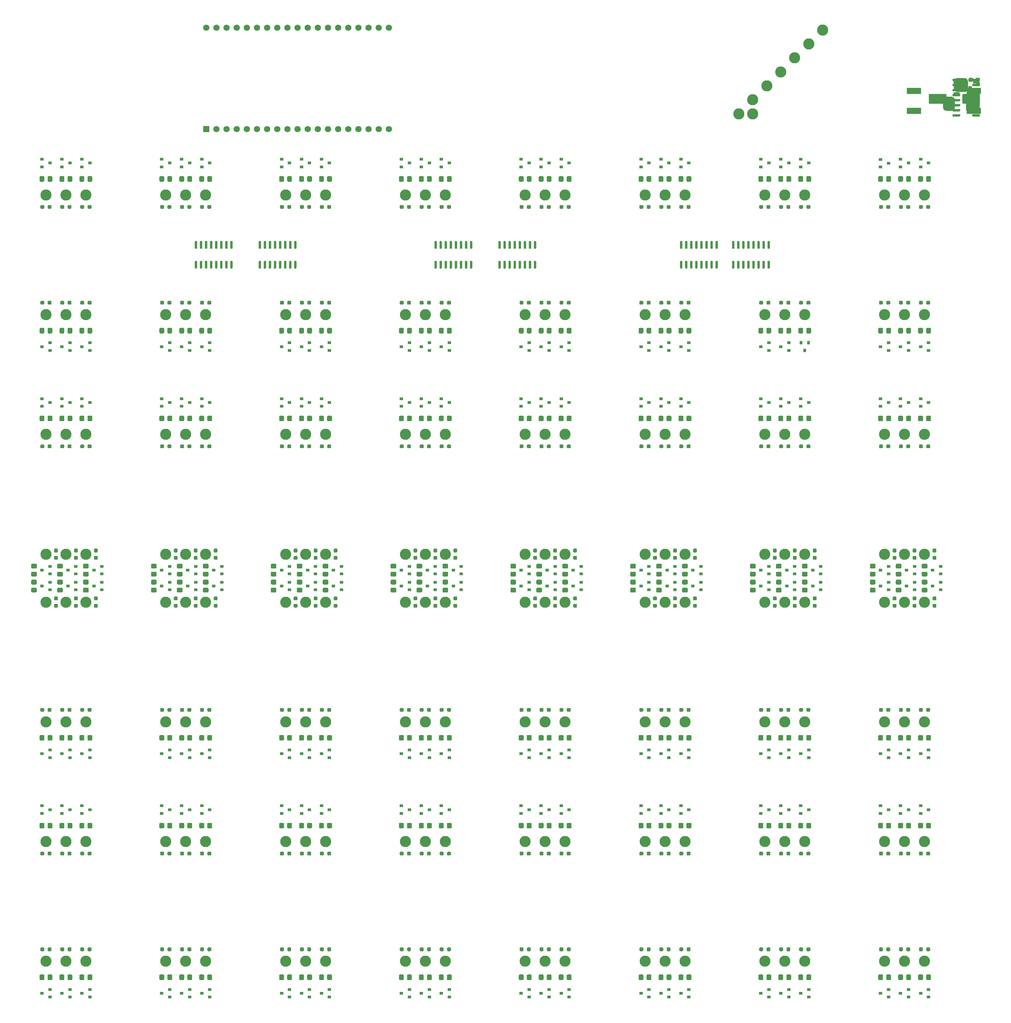
<source format=gbs>
G04 #@! TF.GenerationSoftware,KiCad,Pcbnew,(5.1.10)-1*
G04 #@! TF.CreationDate,2021-11-14T07:23:14+08:00*
G04 #@! TF.ProjectId,8x8x8-RGB-LED-Cube-PCB,38783878-382d-4524-9742-2d4c45442d43,rev?*
G04 #@! TF.SameCoordinates,Original*
G04 #@! TF.FileFunction,Soldermask,Bot*
G04 #@! TF.FilePolarity,Negative*
%FSLAX46Y46*%
G04 Gerber Fmt 4.6, Leading zero omitted, Abs format (unit mm)*
G04 Created by KiCad (PCBNEW (5.1.10)-1) date 2021-11-14 07:23:14*
%MOMM*%
%LPD*%
G01*
G04 APERTURE LIST*
%ADD10C,2.800000*%
%ADD11R,0.900000X0.800000*%
%ADD12R,0.800000X0.900000*%
%ADD13R,3.556000X1.524000*%
%ADD14R,1.560000X1.560000*%
%ADD15C,1.560000*%
%ADD16R,3.500000X3.500000*%
%ADD17R,1.500000X1.000000*%
G04 APERTURE END LIST*
D10*
X263975000Y-79684200D03*
X281475000Y-58684200D03*
X277975000Y-62184200D03*
X274475000Y-65684200D03*
X270975000Y-69184200D03*
X267475000Y-72684200D03*
X263975000Y-76184200D03*
X260475000Y-79684200D03*
X297000000Y-292000000D03*
X267000000Y-292000000D03*
X237000000Y-292000000D03*
X207000000Y-292000000D03*
X177000000Y-292000000D03*
X147000000Y-292000000D03*
X117000000Y-292000000D03*
X87000000Y-292000000D03*
X302000000Y-292000000D03*
X272000000Y-292000000D03*
X242000000Y-292000000D03*
X212000000Y-292000000D03*
X182000000Y-292000000D03*
X152000000Y-292000000D03*
X122000000Y-292000000D03*
X92000000Y-292000000D03*
X307000000Y-292000000D03*
X277000000Y-292000000D03*
X247000000Y-292000000D03*
X217000000Y-292000000D03*
X187000000Y-292000000D03*
X157000000Y-292000000D03*
X127000000Y-292000000D03*
X97000000Y-292000000D03*
X297000000Y-262000000D03*
X267000000Y-262000000D03*
X237000000Y-262000000D03*
X207000000Y-262000000D03*
X177000000Y-262000000D03*
X147000000Y-262000000D03*
X117000000Y-262000000D03*
X87000000Y-262000000D03*
X302000000Y-262000000D03*
X272000000Y-262000000D03*
X242000000Y-262000000D03*
X212000000Y-262000000D03*
X182000000Y-262000000D03*
X152000000Y-262000000D03*
X122000000Y-262000000D03*
X92000000Y-262000000D03*
X307000000Y-262000000D03*
X277000000Y-262000000D03*
X247000000Y-262000000D03*
X217000000Y-262000000D03*
X187000000Y-262000000D03*
X157000000Y-262000000D03*
X127000000Y-262000000D03*
X97000000Y-262000000D03*
X297000000Y-232000000D03*
X267000000Y-232000000D03*
X237000000Y-232000000D03*
X207000000Y-232000000D03*
X177000000Y-232000000D03*
X147000000Y-232000000D03*
X117000000Y-232000000D03*
X87000000Y-232000000D03*
X302000000Y-232000000D03*
X272000000Y-232000000D03*
X242000000Y-232000000D03*
X212000000Y-232000000D03*
X182000000Y-232000000D03*
X152000000Y-232000000D03*
X122000000Y-232000000D03*
X92000000Y-232000000D03*
X307000000Y-232000000D03*
X277000000Y-232000000D03*
X247000000Y-232000000D03*
X217000000Y-232000000D03*
X187000000Y-232000000D03*
X157000000Y-232000000D03*
X127000000Y-232000000D03*
X97000000Y-232000000D03*
X297000000Y-202000000D03*
X267000000Y-202000000D03*
X237000000Y-202000000D03*
X207000000Y-202000000D03*
X177000000Y-202000000D03*
X147000000Y-202000000D03*
X117000000Y-202000000D03*
X87000000Y-202000000D03*
X302000000Y-202000000D03*
X272000000Y-202000000D03*
X242000000Y-202000000D03*
X212000000Y-202000000D03*
X182000000Y-202000000D03*
X152000000Y-202000000D03*
X122000000Y-202000000D03*
X92000000Y-202000000D03*
X307000000Y-202000000D03*
X277000000Y-202000000D03*
X247000000Y-202000000D03*
X217000000Y-202000000D03*
X187000000Y-202000000D03*
X157000000Y-202000000D03*
X127000000Y-202000000D03*
X97000000Y-202000000D03*
X307000000Y-190000000D03*
X277000000Y-190000000D03*
X247000000Y-190000000D03*
X217000000Y-190000000D03*
X187000000Y-190000000D03*
X157000000Y-190000000D03*
X127000000Y-190000000D03*
X97000000Y-190000000D03*
X302000000Y-190000000D03*
X272000000Y-190000000D03*
X242000000Y-190000000D03*
X212000000Y-190000000D03*
X182000000Y-190000000D03*
X152000000Y-190000000D03*
X122000000Y-190000000D03*
X92000000Y-190000000D03*
X297000000Y-190000000D03*
X267000000Y-190000000D03*
X237000000Y-190000000D03*
X207000000Y-190000000D03*
X177000000Y-190000000D03*
X147000000Y-190000000D03*
X117000000Y-190000000D03*
X87000000Y-190000000D03*
X307000000Y-160000000D03*
X277000000Y-160000000D03*
X247000000Y-160000000D03*
X217000000Y-160000000D03*
X187000000Y-160000000D03*
X157000000Y-160000000D03*
X127000000Y-160000000D03*
X97000000Y-160000000D03*
X302000000Y-160000000D03*
X272000000Y-160000000D03*
X242000000Y-160000000D03*
X212000000Y-160000000D03*
X182000000Y-160000000D03*
X152000000Y-160000000D03*
X122000000Y-160000000D03*
X92000000Y-160000000D03*
X297000000Y-160000000D03*
X267000000Y-160000000D03*
X237000000Y-160000000D03*
X207000000Y-160000000D03*
X177000000Y-160000000D03*
X147000000Y-160000000D03*
X117000000Y-160000000D03*
X87000000Y-160000000D03*
X307000000Y-130000000D03*
X277000000Y-130000000D03*
X247000000Y-130000000D03*
X217000000Y-130000000D03*
X187000000Y-130000000D03*
X157000000Y-130000000D03*
X127000000Y-130000000D03*
X97000000Y-130000000D03*
X302000000Y-130000000D03*
X272000000Y-130000000D03*
X242000000Y-130000000D03*
X212000000Y-130000000D03*
X182000000Y-130000000D03*
X152000000Y-130000000D03*
X122000000Y-130000000D03*
X92000000Y-130000000D03*
X297000000Y-130000000D03*
X267000000Y-130000000D03*
X237000000Y-130000000D03*
X207000000Y-130000000D03*
X177000000Y-130000000D03*
X147000000Y-130000000D03*
X117000000Y-130000000D03*
X87000000Y-130000000D03*
X307000000Y-100000000D03*
X277000000Y-100000000D03*
X247000000Y-100000000D03*
X217000000Y-100000000D03*
X187000000Y-100000000D03*
X157000000Y-100000000D03*
X127000000Y-100000000D03*
X97000000Y-100000000D03*
X302000000Y-100000000D03*
X272000000Y-100000000D03*
X242000000Y-100000000D03*
X212000000Y-100000000D03*
X182000000Y-100000000D03*
X152000000Y-100000000D03*
X122000000Y-100000000D03*
X92000000Y-100000000D03*
X297000000Y-100000000D03*
X267000000Y-100000000D03*
X237000000Y-100000000D03*
X207000000Y-100000000D03*
X177000000Y-100000000D03*
X147000000Y-100000000D03*
X117000000Y-100000000D03*
X87000000Y-100000000D03*
D11*
X94500000Y-193050000D03*
X94500000Y-194950000D03*
X92500000Y-194000000D03*
X320421024Y-72163968D03*
X318421024Y-71213968D03*
X318421024Y-73113968D03*
X320421024Y-72163968D03*
X318421024Y-71213968D03*
X318421024Y-73113968D03*
X320421024Y-72163968D03*
X318421024Y-71213968D03*
X318421024Y-73113968D03*
X320421024Y-72163968D03*
X318421024Y-71213968D03*
X318421024Y-73113968D03*
X320421024Y-72163968D03*
X318421024Y-71213968D03*
X318421024Y-73113968D03*
X320421024Y-72163968D03*
X318421024Y-71213968D03*
X318421024Y-73113968D03*
X320421024Y-72163968D03*
X318421024Y-71213968D03*
X318421024Y-73113968D03*
X320421024Y-72163968D03*
X318421024Y-71213968D03*
X318421024Y-73113968D03*
X308000000Y-254000000D03*
X306000000Y-253050000D03*
X306000000Y-254950000D03*
X278000000Y-254000000D03*
X276000000Y-253050000D03*
X276000000Y-254950000D03*
X248000000Y-254000000D03*
X246000000Y-253050000D03*
X246000000Y-254950000D03*
X218000000Y-254000000D03*
X216000000Y-253050000D03*
X216000000Y-254950000D03*
X188000000Y-254000000D03*
X186000000Y-253050000D03*
X186000000Y-254950000D03*
X158000000Y-254000000D03*
X156000000Y-253050000D03*
X156000000Y-254950000D03*
X128000000Y-254000000D03*
X126000000Y-253050000D03*
X126000000Y-254950000D03*
X98000000Y-254000000D03*
X96000000Y-253050000D03*
X96000000Y-254950000D03*
X303000000Y-254000000D03*
X301000000Y-253050000D03*
X301000000Y-254950000D03*
X273000000Y-254000000D03*
X271000000Y-253050000D03*
X271000000Y-254950000D03*
X243000000Y-254000000D03*
X241000000Y-253050000D03*
X241000000Y-254950000D03*
X213000000Y-254000000D03*
X211000000Y-253050000D03*
X211000000Y-254950000D03*
X183000000Y-254000000D03*
X181000000Y-253050000D03*
X181000000Y-254950000D03*
X153000000Y-254000000D03*
X151000000Y-253050000D03*
X151000000Y-254950000D03*
X123000000Y-254000000D03*
X121000000Y-253050000D03*
X121000000Y-254950000D03*
X93000000Y-254000000D03*
X91000000Y-253050000D03*
X91000000Y-254950000D03*
X298000000Y-254000000D03*
X296000000Y-253050000D03*
X296000000Y-254950000D03*
X268000000Y-254000000D03*
X266000000Y-253050000D03*
X266000000Y-254950000D03*
X238000000Y-254000000D03*
X236000000Y-253050000D03*
X236000000Y-254950000D03*
X208000000Y-254000000D03*
X206000000Y-253050000D03*
X206000000Y-254950000D03*
X178000000Y-254000000D03*
X176000000Y-253050000D03*
X176000000Y-254950000D03*
X148000000Y-254000000D03*
X146000000Y-253050000D03*
X146000000Y-254950000D03*
X118000000Y-254000000D03*
X116000000Y-253050000D03*
X116000000Y-254950000D03*
X88000000Y-254000000D03*
X86000000Y-253050000D03*
X86000000Y-254950000D03*
X306000000Y-300000000D03*
X308000000Y-300950000D03*
X308000000Y-299050000D03*
X276000000Y-300000000D03*
X278000000Y-300950000D03*
X278000000Y-299050000D03*
X246000000Y-300000000D03*
X248000000Y-300950000D03*
X248000000Y-299050000D03*
X216000000Y-300000000D03*
X218000000Y-300950000D03*
X218000000Y-299050000D03*
X186000000Y-300000000D03*
X188000000Y-300950000D03*
X188000000Y-299050000D03*
X156000000Y-300000000D03*
X158000000Y-300950000D03*
X158000000Y-299050000D03*
X126000000Y-300000000D03*
X128000000Y-300950000D03*
X128000000Y-299050000D03*
X96000000Y-300000000D03*
X98000000Y-300950000D03*
X98000000Y-299050000D03*
X301000000Y-300000000D03*
X303000000Y-300950000D03*
X303000000Y-299050000D03*
X271000000Y-300000000D03*
X273000000Y-300950000D03*
X273000000Y-299050000D03*
X241000000Y-300000000D03*
X243000000Y-300950000D03*
X243000000Y-299050000D03*
X211000000Y-300000000D03*
X213000000Y-300950000D03*
X213000000Y-299050000D03*
X181000000Y-300000000D03*
X183000000Y-300950000D03*
X183000000Y-299050000D03*
X151000000Y-300000000D03*
X153000000Y-300950000D03*
X153000000Y-299050000D03*
X121000000Y-300000000D03*
X123000000Y-300950000D03*
X123000000Y-299050000D03*
X91000000Y-300000000D03*
X93000000Y-300950000D03*
X93000000Y-299050000D03*
X296000000Y-300000000D03*
X298000000Y-300950000D03*
X298000000Y-299050000D03*
X266000000Y-300000000D03*
X268000000Y-300950000D03*
X268000000Y-299050000D03*
X236000000Y-300000000D03*
X238000000Y-300950000D03*
X238000000Y-299050000D03*
X206000000Y-300000000D03*
X208000000Y-300950000D03*
X208000000Y-299050000D03*
X176000000Y-300000000D03*
X178000000Y-300950000D03*
X178000000Y-299050000D03*
X146000000Y-300000000D03*
X148000000Y-300950000D03*
X148000000Y-299050000D03*
X116000000Y-300000000D03*
X118000000Y-300950000D03*
X118000000Y-299050000D03*
X86000000Y-300000000D03*
X88000000Y-300950000D03*
X88000000Y-299050000D03*
X309000000Y-198000000D03*
X311000000Y-198950000D03*
X311000000Y-197050000D03*
X279000000Y-198000000D03*
X281000000Y-198950000D03*
X281000000Y-197050000D03*
X249000000Y-198000000D03*
X251000000Y-198950000D03*
X251000000Y-197050000D03*
X219000000Y-198000000D03*
X221000000Y-198950000D03*
X221000000Y-197050000D03*
X189000000Y-198000000D03*
X191000000Y-198950000D03*
X191000000Y-197050000D03*
X159000000Y-198000000D03*
X161000000Y-198950000D03*
X161000000Y-197050000D03*
X129000000Y-198000000D03*
X131000000Y-198950000D03*
X131000000Y-197050000D03*
X101000000Y-197050000D03*
X101000000Y-198950000D03*
X99000000Y-198000000D03*
X302500000Y-198000000D03*
X304500000Y-198950000D03*
X304500000Y-197050000D03*
X272500000Y-198000000D03*
X274500000Y-198950000D03*
X274500000Y-197050000D03*
X242500000Y-198000000D03*
X244500000Y-198950000D03*
X244500000Y-197050000D03*
X212500000Y-198000000D03*
X214500000Y-198950000D03*
X214500000Y-197050000D03*
X182500000Y-198000000D03*
X184500000Y-198950000D03*
X184500000Y-197050000D03*
X152500000Y-198000000D03*
X154500000Y-198950000D03*
X154500000Y-197050000D03*
X122500000Y-198000000D03*
X124500000Y-198950000D03*
X124500000Y-197050000D03*
X94500000Y-197050000D03*
X94500000Y-198950000D03*
X92500000Y-198000000D03*
X296000000Y-198000000D03*
X298000000Y-198950000D03*
X298000000Y-197050000D03*
X266000000Y-198000000D03*
X268000000Y-198950000D03*
X268000000Y-197050000D03*
X236000000Y-198000000D03*
X238000000Y-198950000D03*
X238000000Y-197050000D03*
X206000000Y-198000000D03*
X208000000Y-198950000D03*
X208000000Y-197050000D03*
X176000000Y-198000000D03*
X178000000Y-198950000D03*
X178000000Y-197050000D03*
X146000000Y-198000000D03*
X148000000Y-198950000D03*
X148000000Y-197050000D03*
X116000000Y-198000000D03*
X118000000Y-198950000D03*
X118000000Y-197050000D03*
X88000000Y-197050000D03*
X88000000Y-198950000D03*
X86000000Y-198000000D03*
X306000000Y-240000000D03*
X308000000Y-240950000D03*
X308000000Y-239050000D03*
X276000000Y-240000000D03*
X278000000Y-240950000D03*
X278000000Y-239050000D03*
X246000000Y-240000000D03*
X248000000Y-240950000D03*
X248000000Y-239050000D03*
X216000000Y-240000000D03*
X218000000Y-240950000D03*
X218000000Y-239050000D03*
X186000000Y-240000000D03*
X188000000Y-240950000D03*
X188000000Y-239050000D03*
X156000000Y-240000000D03*
X158000000Y-240950000D03*
X158000000Y-239050000D03*
X126000000Y-240000000D03*
X128000000Y-240950000D03*
X128000000Y-239050000D03*
X96000000Y-240000000D03*
X98000000Y-240950000D03*
X98000000Y-239050000D03*
X301000000Y-240000000D03*
X303000000Y-240950000D03*
X303000000Y-239050000D03*
X271000000Y-240000000D03*
X273000000Y-240950000D03*
X273000000Y-239050000D03*
X241000000Y-240000000D03*
X243000000Y-240950000D03*
X243000000Y-239050000D03*
X211000000Y-240000000D03*
X213000000Y-240950000D03*
X213000000Y-239050000D03*
X181000000Y-240000000D03*
X183000000Y-240950000D03*
X183000000Y-239050000D03*
X151000000Y-240000000D03*
X153000000Y-240950000D03*
X153000000Y-239050000D03*
X121000000Y-240000000D03*
X123000000Y-240950000D03*
X123000000Y-239050000D03*
X91000000Y-240000000D03*
X93000000Y-240950000D03*
X93000000Y-239050000D03*
X296000000Y-240000000D03*
X298000000Y-240950000D03*
X298000000Y-239050000D03*
X266000000Y-240000000D03*
X268000000Y-240950000D03*
X268000000Y-239050000D03*
X236000000Y-240000000D03*
X238000000Y-240950000D03*
X238000000Y-239050000D03*
X206000000Y-240000000D03*
X208000000Y-240950000D03*
X208000000Y-239050000D03*
X176000000Y-240000000D03*
X178000000Y-240950000D03*
X178000000Y-239050000D03*
X146000000Y-240000000D03*
X148000000Y-240950000D03*
X148000000Y-239050000D03*
X116000000Y-240000000D03*
X118000000Y-240950000D03*
X118000000Y-239050000D03*
X86000000Y-240000000D03*
X88000000Y-240950000D03*
X88000000Y-239050000D03*
X309000000Y-194000000D03*
X311000000Y-194950000D03*
X311000000Y-193050000D03*
X279000000Y-194000000D03*
X281000000Y-194950000D03*
X281000000Y-193050000D03*
X249000000Y-194000000D03*
X251000000Y-194950000D03*
X251000000Y-193050000D03*
X219000000Y-194000000D03*
X221000000Y-194950000D03*
X221000000Y-193050000D03*
X189000000Y-194000000D03*
X191000000Y-194950000D03*
X191000000Y-193050000D03*
X159000000Y-194000000D03*
X161000000Y-194950000D03*
X161000000Y-193050000D03*
X129000000Y-194000000D03*
X131000000Y-194950000D03*
X131000000Y-193050000D03*
X101000000Y-193050000D03*
X101000000Y-194950000D03*
X99000000Y-194000000D03*
X302500000Y-194000000D03*
X304500000Y-194950000D03*
X304500000Y-193050000D03*
X272500000Y-194000000D03*
X274500000Y-194950000D03*
X274500000Y-193050000D03*
X242500000Y-194000000D03*
X244500000Y-194950000D03*
X244500000Y-193050000D03*
X212500000Y-194000000D03*
X214500000Y-194950000D03*
X214500000Y-193050000D03*
X182500000Y-194000000D03*
X184500000Y-194950000D03*
X184500000Y-193050000D03*
X152500000Y-194000000D03*
X154500000Y-194950000D03*
X154500000Y-193050000D03*
X122500000Y-194000000D03*
X124500000Y-194950000D03*
X124500000Y-193050000D03*
X296000000Y-194000000D03*
X298000000Y-194950000D03*
X298000000Y-193050000D03*
X266000000Y-194000000D03*
X268000000Y-194950000D03*
X268000000Y-193050000D03*
X236000000Y-194000000D03*
X238000000Y-194950000D03*
X238000000Y-193050000D03*
X206000000Y-194000000D03*
X208000000Y-194950000D03*
X208000000Y-193050000D03*
X176000000Y-194000000D03*
X178000000Y-194950000D03*
X178000000Y-193050000D03*
X146000000Y-194000000D03*
X148000000Y-194950000D03*
X148000000Y-193050000D03*
X116000000Y-194000000D03*
X118000000Y-194950000D03*
X118000000Y-193050000D03*
X88000000Y-193050000D03*
X88000000Y-194950000D03*
X86000000Y-194000000D03*
X308000000Y-152000000D03*
X306000000Y-151050000D03*
X306000000Y-152950000D03*
X278000000Y-152000000D03*
X276000000Y-151050000D03*
X276000000Y-152950000D03*
X248000000Y-152000000D03*
X246000000Y-151050000D03*
X246000000Y-152950000D03*
X218000000Y-152000000D03*
X216000000Y-151050000D03*
X216000000Y-152950000D03*
X188000000Y-152000000D03*
X186000000Y-151050000D03*
X186000000Y-152950000D03*
X158000000Y-152000000D03*
X156000000Y-151050000D03*
X156000000Y-152950000D03*
X128000000Y-152000000D03*
X126000000Y-151050000D03*
X126000000Y-152950000D03*
X98000000Y-152000000D03*
X96000000Y-151050000D03*
X96000000Y-152950000D03*
X303000000Y-152000000D03*
X301000000Y-151050000D03*
X301000000Y-152950000D03*
X273000000Y-152000000D03*
X271000000Y-151050000D03*
X271000000Y-152950000D03*
X243000000Y-152000000D03*
X241000000Y-151050000D03*
X241000000Y-152950000D03*
X213000000Y-152000000D03*
X211000000Y-151050000D03*
X211000000Y-152950000D03*
X183000000Y-152000000D03*
X181000000Y-151050000D03*
X181000000Y-152950000D03*
X153000000Y-152000000D03*
X151000000Y-151050000D03*
X151000000Y-152950000D03*
X123000000Y-152000000D03*
X121000000Y-151050000D03*
X121000000Y-152950000D03*
X93000000Y-152000000D03*
X91000000Y-151050000D03*
X91000000Y-152950000D03*
X298000000Y-152000000D03*
X296000000Y-151050000D03*
X296000000Y-152950000D03*
X268000000Y-152000000D03*
X266000000Y-151050000D03*
X266000000Y-152950000D03*
X238000000Y-152000000D03*
X236000000Y-151050000D03*
X236000000Y-152950000D03*
X208000000Y-152000000D03*
X206000000Y-151050000D03*
X206000000Y-152950000D03*
X178000000Y-152000000D03*
X176000000Y-151050000D03*
X176000000Y-152950000D03*
X148000000Y-152000000D03*
X146000000Y-151050000D03*
X146000000Y-152950000D03*
X118000000Y-152000000D03*
X116000000Y-151050000D03*
X116000000Y-152950000D03*
X88000000Y-152000000D03*
X86000000Y-151050000D03*
X86000000Y-152950000D03*
X306000000Y-138000000D03*
X308000000Y-138950000D03*
X308000000Y-137050000D03*
D12*
X277000000Y-139000000D03*
X277950000Y-137000000D03*
X276050000Y-137000000D03*
D11*
X246000000Y-138000000D03*
X248000000Y-138950000D03*
X248000000Y-137050000D03*
X216000000Y-138000000D03*
X218000000Y-138950000D03*
X218000000Y-137050000D03*
X186000000Y-138000000D03*
X188000000Y-138950000D03*
X188000000Y-137050000D03*
X156000000Y-138000000D03*
X158000000Y-138950000D03*
X158000000Y-137050000D03*
X126000000Y-138000000D03*
X128000000Y-138950000D03*
X128000000Y-137050000D03*
X96000000Y-138000000D03*
X98000000Y-138950000D03*
X98000000Y-137050000D03*
X301000000Y-138000000D03*
X303000000Y-138950000D03*
X303000000Y-137050000D03*
X271000000Y-138000000D03*
X273000000Y-138950000D03*
X273000000Y-137050000D03*
X241000000Y-138000000D03*
X243000000Y-138950000D03*
X243000000Y-137050000D03*
X211000000Y-138000000D03*
X213000000Y-138950000D03*
X213000000Y-137050000D03*
X181000000Y-138000000D03*
X183000000Y-138950000D03*
X183000000Y-137050000D03*
X151000000Y-138000000D03*
X153000000Y-138950000D03*
X153000000Y-137050000D03*
X121000000Y-138000000D03*
X123000000Y-138950000D03*
X123000000Y-137050000D03*
X91000000Y-138000000D03*
X93000000Y-138950000D03*
X93000000Y-137050000D03*
X296000000Y-138000000D03*
X298000000Y-138950000D03*
X298000000Y-137050000D03*
X266000000Y-138000000D03*
X268000000Y-138950000D03*
X268000000Y-137050000D03*
X236000000Y-138000000D03*
X238000000Y-138950000D03*
X238000000Y-137050000D03*
X206000000Y-138000000D03*
X208000000Y-138950000D03*
X208000000Y-137050000D03*
X176000000Y-138000000D03*
X178000000Y-138950000D03*
X178000000Y-137050000D03*
X146000000Y-138000000D03*
X148000000Y-138950000D03*
X148000000Y-137050000D03*
X116000000Y-138000000D03*
X118000000Y-138950000D03*
X118000000Y-137050000D03*
X86000000Y-138000000D03*
X88000000Y-138950000D03*
X88000000Y-137050000D03*
X308000000Y-92000000D03*
X306000000Y-91050000D03*
X306000000Y-92950000D03*
X278000000Y-92000000D03*
X276000000Y-91050000D03*
X276000000Y-92950000D03*
X248000000Y-92000000D03*
X246000000Y-91050000D03*
X246000000Y-92950000D03*
X218000000Y-92000000D03*
X216000000Y-91050000D03*
X216000000Y-92950000D03*
X188000000Y-92000000D03*
X186000000Y-91050000D03*
X186000000Y-92950000D03*
X158000000Y-92000000D03*
X156000000Y-91050000D03*
X156000000Y-92950000D03*
X128000000Y-92000000D03*
X126000000Y-91050000D03*
X126000000Y-92950000D03*
X98000000Y-92000000D03*
X96000000Y-91050000D03*
X96000000Y-92950000D03*
X303000000Y-92000000D03*
X301000000Y-91050000D03*
X301000000Y-92950000D03*
X273000000Y-92000000D03*
X271000000Y-91050000D03*
X271000000Y-92950000D03*
X243000000Y-92000000D03*
X241000000Y-91050000D03*
X241000000Y-92950000D03*
X213000000Y-92000000D03*
X211000000Y-91050000D03*
X211000000Y-92950000D03*
X183000000Y-92000000D03*
X181000000Y-91050000D03*
X181000000Y-92950000D03*
X153000000Y-92000000D03*
X151000000Y-91050000D03*
X151000000Y-92950000D03*
X123000000Y-92000000D03*
X121000000Y-91050000D03*
X121000000Y-92950000D03*
X93000000Y-92000000D03*
X91000000Y-91050000D03*
X91000000Y-92950000D03*
X298000000Y-92050000D03*
X296000000Y-91100000D03*
X296000000Y-93000000D03*
X268000000Y-92000000D03*
X266000000Y-91050000D03*
X266000000Y-92950000D03*
X238000000Y-92000000D03*
X236000000Y-91050000D03*
X236000000Y-92950000D03*
X208000000Y-92000000D03*
X206000000Y-91050000D03*
X206000000Y-92950000D03*
X178000000Y-92000000D03*
X176000000Y-91050000D03*
X176000000Y-92950000D03*
X148000000Y-92000000D03*
X146000000Y-91050000D03*
X146000000Y-92950000D03*
X118000000Y-92000000D03*
X116000000Y-91050000D03*
X116000000Y-92950000D03*
X88000000Y-92000000D03*
X86000000Y-91050000D03*
X86000000Y-92950000D03*
G36*
G01*
X318921024Y-80208968D02*
X318921024Y-79908968D01*
G75*
G02*
X319071024Y-79758968I150000J0D01*
G01*
X320721024Y-79758968D01*
G75*
G02*
X320871024Y-79908968I0J-150000D01*
G01*
X320871024Y-80208968D01*
G75*
G02*
X320721024Y-80358968I-150000J0D01*
G01*
X319071024Y-80358968D01*
G75*
G02*
X318921024Y-80208968I0J150000D01*
G01*
G37*
G36*
G01*
X318921024Y-78938968D02*
X318921024Y-78638968D01*
G75*
G02*
X319071024Y-78488968I150000J0D01*
G01*
X320721024Y-78488968D01*
G75*
G02*
X320871024Y-78638968I0J-150000D01*
G01*
X320871024Y-78938968D01*
G75*
G02*
X320721024Y-79088968I-150000J0D01*
G01*
X319071024Y-79088968D01*
G75*
G02*
X318921024Y-78938968I0J150000D01*
G01*
G37*
G36*
G01*
X318921024Y-77668968D02*
X318921024Y-77368968D01*
G75*
G02*
X319071024Y-77218968I150000J0D01*
G01*
X320721024Y-77218968D01*
G75*
G02*
X320871024Y-77368968I0J-150000D01*
G01*
X320871024Y-77668968D01*
G75*
G02*
X320721024Y-77818968I-150000J0D01*
G01*
X319071024Y-77818968D01*
G75*
G02*
X318921024Y-77668968I0J150000D01*
G01*
G37*
G36*
G01*
X318921024Y-76398968D02*
X318921024Y-76098968D01*
G75*
G02*
X319071024Y-75948968I150000J0D01*
G01*
X320721024Y-75948968D01*
G75*
G02*
X320871024Y-76098968I0J-150000D01*
G01*
X320871024Y-76398968D01*
G75*
G02*
X320721024Y-76548968I-150000J0D01*
G01*
X319071024Y-76548968D01*
G75*
G02*
X318921024Y-76398968I0J150000D01*
G01*
G37*
G36*
G01*
X318921024Y-75128968D02*
X318921024Y-74828968D01*
G75*
G02*
X319071024Y-74678968I150000J0D01*
G01*
X320721024Y-74678968D01*
G75*
G02*
X320871024Y-74828968I0J-150000D01*
G01*
X320871024Y-75128968D01*
G75*
G02*
X320721024Y-75278968I-150000J0D01*
G01*
X319071024Y-75278968D01*
G75*
G02*
X318921024Y-75128968I0J150000D01*
G01*
G37*
G36*
G01*
X318921024Y-73858968D02*
X318921024Y-73558968D01*
G75*
G02*
X319071024Y-73408968I150000J0D01*
G01*
X320721024Y-73408968D01*
G75*
G02*
X320871024Y-73558968I0J-150000D01*
G01*
X320871024Y-73858968D01*
G75*
G02*
X320721024Y-74008968I-150000J0D01*
G01*
X319071024Y-74008968D01*
G75*
G02*
X318921024Y-73858968I0J150000D01*
G01*
G37*
G36*
G01*
X318921024Y-72588968D02*
X318921024Y-72288968D01*
G75*
G02*
X319071024Y-72138968I150000J0D01*
G01*
X320721024Y-72138968D01*
G75*
G02*
X320871024Y-72288968I0J-150000D01*
G01*
X320871024Y-72588968D01*
G75*
G02*
X320721024Y-72738968I-150000J0D01*
G01*
X319071024Y-72738968D01*
G75*
G02*
X318921024Y-72588968I0J150000D01*
G01*
G37*
G36*
G01*
X318921024Y-71318968D02*
X318921024Y-71018968D01*
G75*
G02*
X319071024Y-70868968I150000J0D01*
G01*
X320721024Y-70868968D01*
G75*
G02*
X320871024Y-71018968I0J-150000D01*
G01*
X320871024Y-71318968D01*
G75*
G02*
X320721024Y-71468968I-150000J0D01*
G01*
X319071024Y-71468968D01*
G75*
G02*
X318921024Y-71318968I0J150000D01*
G01*
G37*
G36*
G01*
X313971024Y-71318968D02*
X313971024Y-71018968D01*
G75*
G02*
X314121024Y-70868968I150000J0D01*
G01*
X315771024Y-70868968D01*
G75*
G02*
X315921024Y-71018968I0J-150000D01*
G01*
X315921024Y-71318968D01*
G75*
G02*
X315771024Y-71468968I-150000J0D01*
G01*
X314121024Y-71468968D01*
G75*
G02*
X313971024Y-71318968I0J150000D01*
G01*
G37*
G36*
G01*
X313971024Y-72588968D02*
X313971024Y-72288968D01*
G75*
G02*
X314121024Y-72138968I150000J0D01*
G01*
X315771024Y-72138968D01*
G75*
G02*
X315921024Y-72288968I0J-150000D01*
G01*
X315921024Y-72588968D01*
G75*
G02*
X315771024Y-72738968I-150000J0D01*
G01*
X314121024Y-72738968D01*
G75*
G02*
X313971024Y-72588968I0J150000D01*
G01*
G37*
G36*
G01*
X313971024Y-73858968D02*
X313971024Y-73558968D01*
G75*
G02*
X314121024Y-73408968I150000J0D01*
G01*
X315771024Y-73408968D01*
G75*
G02*
X315921024Y-73558968I0J-150000D01*
G01*
X315921024Y-73858968D01*
G75*
G02*
X315771024Y-74008968I-150000J0D01*
G01*
X314121024Y-74008968D01*
G75*
G02*
X313971024Y-73858968I0J150000D01*
G01*
G37*
G36*
G01*
X313971024Y-75128968D02*
X313971024Y-74828968D01*
G75*
G02*
X314121024Y-74678968I150000J0D01*
G01*
X315771024Y-74678968D01*
G75*
G02*
X315921024Y-74828968I0J-150000D01*
G01*
X315921024Y-75128968D01*
G75*
G02*
X315771024Y-75278968I-150000J0D01*
G01*
X314121024Y-75278968D01*
G75*
G02*
X313971024Y-75128968I0J150000D01*
G01*
G37*
G36*
G01*
X313971024Y-76398968D02*
X313971024Y-76098968D01*
G75*
G02*
X314121024Y-75948968I150000J0D01*
G01*
X315771024Y-75948968D01*
G75*
G02*
X315921024Y-76098968I0J-150000D01*
G01*
X315921024Y-76398968D01*
G75*
G02*
X315771024Y-76548968I-150000J0D01*
G01*
X314121024Y-76548968D01*
G75*
G02*
X313971024Y-76398968I0J150000D01*
G01*
G37*
G36*
G01*
X313971024Y-77668968D02*
X313971024Y-77368968D01*
G75*
G02*
X314121024Y-77218968I150000J0D01*
G01*
X315771024Y-77218968D01*
G75*
G02*
X315921024Y-77368968I0J-150000D01*
G01*
X315921024Y-77668968D01*
G75*
G02*
X315771024Y-77818968I-150000J0D01*
G01*
X314121024Y-77818968D01*
G75*
G02*
X313971024Y-77668968I0J150000D01*
G01*
G37*
G36*
G01*
X313971024Y-78938968D02*
X313971024Y-78638968D01*
G75*
G02*
X314121024Y-78488968I150000J0D01*
G01*
X315771024Y-78488968D01*
G75*
G02*
X315921024Y-78638968I0J-150000D01*
G01*
X315921024Y-78938968D01*
G75*
G02*
X315771024Y-79088968I-150000J0D01*
G01*
X314121024Y-79088968D01*
G75*
G02*
X313971024Y-78938968I0J150000D01*
G01*
G37*
G36*
G01*
X313971024Y-80208968D02*
X313971024Y-79908968D01*
G75*
G02*
X314121024Y-79758968I150000J0D01*
G01*
X315771024Y-79758968D01*
G75*
G02*
X315921024Y-79908968I0J-150000D01*
G01*
X315921024Y-80208968D01*
G75*
G02*
X315771024Y-80358968I-150000J0D01*
G01*
X314121024Y-80358968D01*
G75*
G02*
X313971024Y-80208968I0J150000D01*
G01*
G37*
G36*
G01*
X318921024Y-80208968D02*
X318921024Y-79908968D01*
G75*
G02*
X319071024Y-79758968I150000J0D01*
G01*
X320721024Y-79758968D01*
G75*
G02*
X320871024Y-79908968I0J-150000D01*
G01*
X320871024Y-80208968D01*
G75*
G02*
X320721024Y-80358968I-150000J0D01*
G01*
X319071024Y-80358968D01*
G75*
G02*
X318921024Y-80208968I0J150000D01*
G01*
G37*
G36*
G01*
X318921024Y-78938968D02*
X318921024Y-78638968D01*
G75*
G02*
X319071024Y-78488968I150000J0D01*
G01*
X320721024Y-78488968D01*
G75*
G02*
X320871024Y-78638968I0J-150000D01*
G01*
X320871024Y-78938968D01*
G75*
G02*
X320721024Y-79088968I-150000J0D01*
G01*
X319071024Y-79088968D01*
G75*
G02*
X318921024Y-78938968I0J150000D01*
G01*
G37*
G36*
G01*
X318921024Y-77668968D02*
X318921024Y-77368968D01*
G75*
G02*
X319071024Y-77218968I150000J0D01*
G01*
X320721024Y-77218968D01*
G75*
G02*
X320871024Y-77368968I0J-150000D01*
G01*
X320871024Y-77668968D01*
G75*
G02*
X320721024Y-77818968I-150000J0D01*
G01*
X319071024Y-77818968D01*
G75*
G02*
X318921024Y-77668968I0J150000D01*
G01*
G37*
G36*
G01*
X318921024Y-76398968D02*
X318921024Y-76098968D01*
G75*
G02*
X319071024Y-75948968I150000J0D01*
G01*
X320721024Y-75948968D01*
G75*
G02*
X320871024Y-76098968I0J-150000D01*
G01*
X320871024Y-76398968D01*
G75*
G02*
X320721024Y-76548968I-150000J0D01*
G01*
X319071024Y-76548968D01*
G75*
G02*
X318921024Y-76398968I0J150000D01*
G01*
G37*
G36*
G01*
X318921024Y-75128968D02*
X318921024Y-74828968D01*
G75*
G02*
X319071024Y-74678968I150000J0D01*
G01*
X320721024Y-74678968D01*
G75*
G02*
X320871024Y-74828968I0J-150000D01*
G01*
X320871024Y-75128968D01*
G75*
G02*
X320721024Y-75278968I-150000J0D01*
G01*
X319071024Y-75278968D01*
G75*
G02*
X318921024Y-75128968I0J150000D01*
G01*
G37*
G36*
G01*
X318921024Y-73858968D02*
X318921024Y-73558968D01*
G75*
G02*
X319071024Y-73408968I150000J0D01*
G01*
X320721024Y-73408968D01*
G75*
G02*
X320871024Y-73558968I0J-150000D01*
G01*
X320871024Y-73858968D01*
G75*
G02*
X320721024Y-74008968I-150000J0D01*
G01*
X319071024Y-74008968D01*
G75*
G02*
X318921024Y-73858968I0J150000D01*
G01*
G37*
G36*
G01*
X318921024Y-72588968D02*
X318921024Y-72288968D01*
G75*
G02*
X319071024Y-72138968I150000J0D01*
G01*
X320721024Y-72138968D01*
G75*
G02*
X320871024Y-72288968I0J-150000D01*
G01*
X320871024Y-72588968D01*
G75*
G02*
X320721024Y-72738968I-150000J0D01*
G01*
X319071024Y-72738968D01*
G75*
G02*
X318921024Y-72588968I0J150000D01*
G01*
G37*
G36*
G01*
X318921024Y-71318968D02*
X318921024Y-71018968D01*
G75*
G02*
X319071024Y-70868968I150000J0D01*
G01*
X320721024Y-70868968D01*
G75*
G02*
X320871024Y-71018968I0J-150000D01*
G01*
X320871024Y-71318968D01*
G75*
G02*
X320721024Y-71468968I-150000J0D01*
G01*
X319071024Y-71468968D01*
G75*
G02*
X318921024Y-71318968I0J150000D01*
G01*
G37*
G36*
G01*
X313971024Y-71318968D02*
X313971024Y-71018968D01*
G75*
G02*
X314121024Y-70868968I150000J0D01*
G01*
X315771024Y-70868968D01*
G75*
G02*
X315921024Y-71018968I0J-150000D01*
G01*
X315921024Y-71318968D01*
G75*
G02*
X315771024Y-71468968I-150000J0D01*
G01*
X314121024Y-71468968D01*
G75*
G02*
X313971024Y-71318968I0J150000D01*
G01*
G37*
G36*
G01*
X313971024Y-72588968D02*
X313971024Y-72288968D01*
G75*
G02*
X314121024Y-72138968I150000J0D01*
G01*
X315771024Y-72138968D01*
G75*
G02*
X315921024Y-72288968I0J-150000D01*
G01*
X315921024Y-72588968D01*
G75*
G02*
X315771024Y-72738968I-150000J0D01*
G01*
X314121024Y-72738968D01*
G75*
G02*
X313971024Y-72588968I0J150000D01*
G01*
G37*
G36*
G01*
X313971024Y-73858968D02*
X313971024Y-73558968D01*
G75*
G02*
X314121024Y-73408968I150000J0D01*
G01*
X315771024Y-73408968D01*
G75*
G02*
X315921024Y-73558968I0J-150000D01*
G01*
X315921024Y-73858968D01*
G75*
G02*
X315771024Y-74008968I-150000J0D01*
G01*
X314121024Y-74008968D01*
G75*
G02*
X313971024Y-73858968I0J150000D01*
G01*
G37*
G36*
G01*
X313971024Y-75128968D02*
X313971024Y-74828968D01*
G75*
G02*
X314121024Y-74678968I150000J0D01*
G01*
X315771024Y-74678968D01*
G75*
G02*
X315921024Y-74828968I0J-150000D01*
G01*
X315921024Y-75128968D01*
G75*
G02*
X315771024Y-75278968I-150000J0D01*
G01*
X314121024Y-75278968D01*
G75*
G02*
X313971024Y-75128968I0J150000D01*
G01*
G37*
G36*
G01*
X313971024Y-76398968D02*
X313971024Y-76098968D01*
G75*
G02*
X314121024Y-75948968I150000J0D01*
G01*
X315771024Y-75948968D01*
G75*
G02*
X315921024Y-76098968I0J-150000D01*
G01*
X315921024Y-76398968D01*
G75*
G02*
X315771024Y-76548968I-150000J0D01*
G01*
X314121024Y-76548968D01*
G75*
G02*
X313971024Y-76398968I0J150000D01*
G01*
G37*
G36*
G01*
X313971024Y-77668968D02*
X313971024Y-77368968D01*
G75*
G02*
X314121024Y-77218968I150000J0D01*
G01*
X315771024Y-77218968D01*
G75*
G02*
X315921024Y-77368968I0J-150000D01*
G01*
X315921024Y-77668968D01*
G75*
G02*
X315771024Y-77818968I-150000J0D01*
G01*
X314121024Y-77818968D01*
G75*
G02*
X313971024Y-77668968I0J150000D01*
G01*
G37*
G36*
G01*
X313971024Y-78938968D02*
X313971024Y-78638968D01*
G75*
G02*
X314121024Y-78488968I150000J0D01*
G01*
X315771024Y-78488968D01*
G75*
G02*
X315921024Y-78638968I0J-150000D01*
G01*
X315921024Y-78938968D01*
G75*
G02*
X315771024Y-79088968I-150000J0D01*
G01*
X314121024Y-79088968D01*
G75*
G02*
X313971024Y-78938968I0J150000D01*
G01*
G37*
G36*
G01*
X313971024Y-80208968D02*
X313971024Y-79908968D01*
G75*
G02*
X314121024Y-79758968I150000J0D01*
G01*
X315771024Y-79758968D01*
G75*
G02*
X315921024Y-79908968I0J-150000D01*
G01*
X315921024Y-80208968D01*
G75*
G02*
X315771024Y-80358968I-150000J0D01*
G01*
X314121024Y-80358968D01*
G75*
G02*
X313971024Y-80208968I0J150000D01*
G01*
G37*
G36*
G01*
X318921024Y-80208968D02*
X318921024Y-79908968D01*
G75*
G02*
X319071024Y-79758968I150000J0D01*
G01*
X320721024Y-79758968D01*
G75*
G02*
X320871024Y-79908968I0J-150000D01*
G01*
X320871024Y-80208968D01*
G75*
G02*
X320721024Y-80358968I-150000J0D01*
G01*
X319071024Y-80358968D01*
G75*
G02*
X318921024Y-80208968I0J150000D01*
G01*
G37*
G36*
G01*
X318921024Y-78938968D02*
X318921024Y-78638968D01*
G75*
G02*
X319071024Y-78488968I150000J0D01*
G01*
X320721024Y-78488968D01*
G75*
G02*
X320871024Y-78638968I0J-150000D01*
G01*
X320871024Y-78938968D01*
G75*
G02*
X320721024Y-79088968I-150000J0D01*
G01*
X319071024Y-79088968D01*
G75*
G02*
X318921024Y-78938968I0J150000D01*
G01*
G37*
G36*
G01*
X318921024Y-77668968D02*
X318921024Y-77368968D01*
G75*
G02*
X319071024Y-77218968I150000J0D01*
G01*
X320721024Y-77218968D01*
G75*
G02*
X320871024Y-77368968I0J-150000D01*
G01*
X320871024Y-77668968D01*
G75*
G02*
X320721024Y-77818968I-150000J0D01*
G01*
X319071024Y-77818968D01*
G75*
G02*
X318921024Y-77668968I0J150000D01*
G01*
G37*
G36*
G01*
X318921024Y-76398968D02*
X318921024Y-76098968D01*
G75*
G02*
X319071024Y-75948968I150000J0D01*
G01*
X320721024Y-75948968D01*
G75*
G02*
X320871024Y-76098968I0J-150000D01*
G01*
X320871024Y-76398968D01*
G75*
G02*
X320721024Y-76548968I-150000J0D01*
G01*
X319071024Y-76548968D01*
G75*
G02*
X318921024Y-76398968I0J150000D01*
G01*
G37*
G36*
G01*
X318921024Y-75128968D02*
X318921024Y-74828968D01*
G75*
G02*
X319071024Y-74678968I150000J0D01*
G01*
X320721024Y-74678968D01*
G75*
G02*
X320871024Y-74828968I0J-150000D01*
G01*
X320871024Y-75128968D01*
G75*
G02*
X320721024Y-75278968I-150000J0D01*
G01*
X319071024Y-75278968D01*
G75*
G02*
X318921024Y-75128968I0J150000D01*
G01*
G37*
G36*
G01*
X318921024Y-73858968D02*
X318921024Y-73558968D01*
G75*
G02*
X319071024Y-73408968I150000J0D01*
G01*
X320721024Y-73408968D01*
G75*
G02*
X320871024Y-73558968I0J-150000D01*
G01*
X320871024Y-73858968D01*
G75*
G02*
X320721024Y-74008968I-150000J0D01*
G01*
X319071024Y-74008968D01*
G75*
G02*
X318921024Y-73858968I0J150000D01*
G01*
G37*
G36*
G01*
X318921024Y-72588968D02*
X318921024Y-72288968D01*
G75*
G02*
X319071024Y-72138968I150000J0D01*
G01*
X320721024Y-72138968D01*
G75*
G02*
X320871024Y-72288968I0J-150000D01*
G01*
X320871024Y-72588968D01*
G75*
G02*
X320721024Y-72738968I-150000J0D01*
G01*
X319071024Y-72738968D01*
G75*
G02*
X318921024Y-72588968I0J150000D01*
G01*
G37*
G36*
G01*
X318921024Y-71318968D02*
X318921024Y-71018968D01*
G75*
G02*
X319071024Y-70868968I150000J0D01*
G01*
X320721024Y-70868968D01*
G75*
G02*
X320871024Y-71018968I0J-150000D01*
G01*
X320871024Y-71318968D01*
G75*
G02*
X320721024Y-71468968I-150000J0D01*
G01*
X319071024Y-71468968D01*
G75*
G02*
X318921024Y-71318968I0J150000D01*
G01*
G37*
G36*
G01*
X313971024Y-71318968D02*
X313971024Y-71018968D01*
G75*
G02*
X314121024Y-70868968I150000J0D01*
G01*
X315771024Y-70868968D01*
G75*
G02*
X315921024Y-71018968I0J-150000D01*
G01*
X315921024Y-71318968D01*
G75*
G02*
X315771024Y-71468968I-150000J0D01*
G01*
X314121024Y-71468968D01*
G75*
G02*
X313971024Y-71318968I0J150000D01*
G01*
G37*
G36*
G01*
X313971024Y-72588968D02*
X313971024Y-72288968D01*
G75*
G02*
X314121024Y-72138968I150000J0D01*
G01*
X315771024Y-72138968D01*
G75*
G02*
X315921024Y-72288968I0J-150000D01*
G01*
X315921024Y-72588968D01*
G75*
G02*
X315771024Y-72738968I-150000J0D01*
G01*
X314121024Y-72738968D01*
G75*
G02*
X313971024Y-72588968I0J150000D01*
G01*
G37*
G36*
G01*
X313971024Y-73858968D02*
X313971024Y-73558968D01*
G75*
G02*
X314121024Y-73408968I150000J0D01*
G01*
X315771024Y-73408968D01*
G75*
G02*
X315921024Y-73558968I0J-150000D01*
G01*
X315921024Y-73858968D01*
G75*
G02*
X315771024Y-74008968I-150000J0D01*
G01*
X314121024Y-74008968D01*
G75*
G02*
X313971024Y-73858968I0J150000D01*
G01*
G37*
G36*
G01*
X313971024Y-75128968D02*
X313971024Y-74828968D01*
G75*
G02*
X314121024Y-74678968I150000J0D01*
G01*
X315771024Y-74678968D01*
G75*
G02*
X315921024Y-74828968I0J-150000D01*
G01*
X315921024Y-75128968D01*
G75*
G02*
X315771024Y-75278968I-150000J0D01*
G01*
X314121024Y-75278968D01*
G75*
G02*
X313971024Y-75128968I0J150000D01*
G01*
G37*
G36*
G01*
X313971024Y-76398968D02*
X313971024Y-76098968D01*
G75*
G02*
X314121024Y-75948968I150000J0D01*
G01*
X315771024Y-75948968D01*
G75*
G02*
X315921024Y-76098968I0J-150000D01*
G01*
X315921024Y-76398968D01*
G75*
G02*
X315771024Y-76548968I-150000J0D01*
G01*
X314121024Y-76548968D01*
G75*
G02*
X313971024Y-76398968I0J150000D01*
G01*
G37*
G36*
G01*
X313971024Y-77668968D02*
X313971024Y-77368968D01*
G75*
G02*
X314121024Y-77218968I150000J0D01*
G01*
X315771024Y-77218968D01*
G75*
G02*
X315921024Y-77368968I0J-150000D01*
G01*
X315921024Y-77668968D01*
G75*
G02*
X315771024Y-77818968I-150000J0D01*
G01*
X314121024Y-77818968D01*
G75*
G02*
X313971024Y-77668968I0J150000D01*
G01*
G37*
G36*
G01*
X313971024Y-78938968D02*
X313971024Y-78638968D01*
G75*
G02*
X314121024Y-78488968I150000J0D01*
G01*
X315771024Y-78488968D01*
G75*
G02*
X315921024Y-78638968I0J-150000D01*
G01*
X315921024Y-78938968D01*
G75*
G02*
X315771024Y-79088968I-150000J0D01*
G01*
X314121024Y-79088968D01*
G75*
G02*
X313971024Y-78938968I0J150000D01*
G01*
G37*
G36*
G01*
X313971024Y-80208968D02*
X313971024Y-79908968D01*
G75*
G02*
X314121024Y-79758968I150000J0D01*
G01*
X315771024Y-79758968D01*
G75*
G02*
X315921024Y-79908968I0J-150000D01*
G01*
X315921024Y-80208968D01*
G75*
G02*
X315771024Y-80358968I-150000J0D01*
G01*
X314121024Y-80358968D01*
G75*
G02*
X313971024Y-80208968I0J150000D01*
G01*
G37*
G36*
G01*
X318921024Y-80208968D02*
X318921024Y-79908968D01*
G75*
G02*
X319071024Y-79758968I150000J0D01*
G01*
X320721024Y-79758968D01*
G75*
G02*
X320871024Y-79908968I0J-150000D01*
G01*
X320871024Y-80208968D01*
G75*
G02*
X320721024Y-80358968I-150000J0D01*
G01*
X319071024Y-80358968D01*
G75*
G02*
X318921024Y-80208968I0J150000D01*
G01*
G37*
G36*
G01*
X318921024Y-78938968D02*
X318921024Y-78638968D01*
G75*
G02*
X319071024Y-78488968I150000J0D01*
G01*
X320721024Y-78488968D01*
G75*
G02*
X320871024Y-78638968I0J-150000D01*
G01*
X320871024Y-78938968D01*
G75*
G02*
X320721024Y-79088968I-150000J0D01*
G01*
X319071024Y-79088968D01*
G75*
G02*
X318921024Y-78938968I0J150000D01*
G01*
G37*
G36*
G01*
X318921024Y-77668968D02*
X318921024Y-77368968D01*
G75*
G02*
X319071024Y-77218968I150000J0D01*
G01*
X320721024Y-77218968D01*
G75*
G02*
X320871024Y-77368968I0J-150000D01*
G01*
X320871024Y-77668968D01*
G75*
G02*
X320721024Y-77818968I-150000J0D01*
G01*
X319071024Y-77818968D01*
G75*
G02*
X318921024Y-77668968I0J150000D01*
G01*
G37*
G36*
G01*
X318921024Y-76398968D02*
X318921024Y-76098968D01*
G75*
G02*
X319071024Y-75948968I150000J0D01*
G01*
X320721024Y-75948968D01*
G75*
G02*
X320871024Y-76098968I0J-150000D01*
G01*
X320871024Y-76398968D01*
G75*
G02*
X320721024Y-76548968I-150000J0D01*
G01*
X319071024Y-76548968D01*
G75*
G02*
X318921024Y-76398968I0J150000D01*
G01*
G37*
G36*
G01*
X318921024Y-75128968D02*
X318921024Y-74828968D01*
G75*
G02*
X319071024Y-74678968I150000J0D01*
G01*
X320721024Y-74678968D01*
G75*
G02*
X320871024Y-74828968I0J-150000D01*
G01*
X320871024Y-75128968D01*
G75*
G02*
X320721024Y-75278968I-150000J0D01*
G01*
X319071024Y-75278968D01*
G75*
G02*
X318921024Y-75128968I0J150000D01*
G01*
G37*
G36*
G01*
X318921024Y-73858968D02*
X318921024Y-73558968D01*
G75*
G02*
X319071024Y-73408968I150000J0D01*
G01*
X320721024Y-73408968D01*
G75*
G02*
X320871024Y-73558968I0J-150000D01*
G01*
X320871024Y-73858968D01*
G75*
G02*
X320721024Y-74008968I-150000J0D01*
G01*
X319071024Y-74008968D01*
G75*
G02*
X318921024Y-73858968I0J150000D01*
G01*
G37*
G36*
G01*
X318921024Y-72588968D02*
X318921024Y-72288968D01*
G75*
G02*
X319071024Y-72138968I150000J0D01*
G01*
X320721024Y-72138968D01*
G75*
G02*
X320871024Y-72288968I0J-150000D01*
G01*
X320871024Y-72588968D01*
G75*
G02*
X320721024Y-72738968I-150000J0D01*
G01*
X319071024Y-72738968D01*
G75*
G02*
X318921024Y-72588968I0J150000D01*
G01*
G37*
G36*
G01*
X318921024Y-71318968D02*
X318921024Y-71018968D01*
G75*
G02*
X319071024Y-70868968I150000J0D01*
G01*
X320721024Y-70868968D01*
G75*
G02*
X320871024Y-71018968I0J-150000D01*
G01*
X320871024Y-71318968D01*
G75*
G02*
X320721024Y-71468968I-150000J0D01*
G01*
X319071024Y-71468968D01*
G75*
G02*
X318921024Y-71318968I0J150000D01*
G01*
G37*
G36*
G01*
X313971024Y-71318968D02*
X313971024Y-71018968D01*
G75*
G02*
X314121024Y-70868968I150000J0D01*
G01*
X315771024Y-70868968D01*
G75*
G02*
X315921024Y-71018968I0J-150000D01*
G01*
X315921024Y-71318968D01*
G75*
G02*
X315771024Y-71468968I-150000J0D01*
G01*
X314121024Y-71468968D01*
G75*
G02*
X313971024Y-71318968I0J150000D01*
G01*
G37*
G36*
G01*
X313971024Y-72588968D02*
X313971024Y-72288968D01*
G75*
G02*
X314121024Y-72138968I150000J0D01*
G01*
X315771024Y-72138968D01*
G75*
G02*
X315921024Y-72288968I0J-150000D01*
G01*
X315921024Y-72588968D01*
G75*
G02*
X315771024Y-72738968I-150000J0D01*
G01*
X314121024Y-72738968D01*
G75*
G02*
X313971024Y-72588968I0J150000D01*
G01*
G37*
G36*
G01*
X313971024Y-73858968D02*
X313971024Y-73558968D01*
G75*
G02*
X314121024Y-73408968I150000J0D01*
G01*
X315771024Y-73408968D01*
G75*
G02*
X315921024Y-73558968I0J-150000D01*
G01*
X315921024Y-73858968D01*
G75*
G02*
X315771024Y-74008968I-150000J0D01*
G01*
X314121024Y-74008968D01*
G75*
G02*
X313971024Y-73858968I0J150000D01*
G01*
G37*
G36*
G01*
X313971024Y-75128968D02*
X313971024Y-74828968D01*
G75*
G02*
X314121024Y-74678968I150000J0D01*
G01*
X315771024Y-74678968D01*
G75*
G02*
X315921024Y-74828968I0J-150000D01*
G01*
X315921024Y-75128968D01*
G75*
G02*
X315771024Y-75278968I-150000J0D01*
G01*
X314121024Y-75278968D01*
G75*
G02*
X313971024Y-75128968I0J150000D01*
G01*
G37*
G36*
G01*
X313971024Y-76398968D02*
X313971024Y-76098968D01*
G75*
G02*
X314121024Y-75948968I150000J0D01*
G01*
X315771024Y-75948968D01*
G75*
G02*
X315921024Y-76098968I0J-150000D01*
G01*
X315921024Y-76398968D01*
G75*
G02*
X315771024Y-76548968I-150000J0D01*
G01*
X314121024Y-76548968D01*
G75*
G02*
X313971024Y-76398968I0J150000D01*
G01*
G37*
G36*
G01*
X313971024Y-77668968D02*
X313971024Y-77368968D01*
G75*
G02*
X314121024Y-77218968I150000J0D01*
G01*
X315771024Y-77218968D01*
G75*
G02*
X315921024Y-77368968I0J-150000D01*
G01*
X315921024Y-77668968D01*
G75*
G02*
X315771024Y-77818968I-150000J0D01*
G01*
X314121024Y-77818968D01*
G75*
G02*
X313971024Y-77668968I0J150000D01*
G01*
G37*
G36*
G01*
X313971024Y-78938968D02*
X313971024Y-78638968D01*
G75*
G02*
X314121024Y-78488968I150000J0D01*
G01*
X315771024Y-78488968D01*
G75*
G02*
X315921024Y-78638968I0J-150000D01*
G01*
X315921024Y-78938968D01*
G75*
G02*
X315771024Y-79088968I-150000J0D01*
G01*
X314121024Y-79088968D01*
G75*
G02*
X313971024Y-78938968I0J150000D01*
G01*
G37*
G36*
G01*
X313971024Y-80208968D02*
X313971024Y-79908968D01*
G75*
G02*
X314121024Y-79758968I150000J0D01*
G01*
X315771024Y-79758968D01*
G75*
G02*
X315921024Y-79908968I0J-150000D01*
G01*
X315921024Y-80208968D01*
G75*
G02*
X315771024Y-80358968I-150000J0D01*
G01*
X314121024Y-80358968D01*
G75*
G02*
X313971024Y-80208968I0J150000D01*
G01*
G37*
G36*
G01*
X318921024Y-80208968D02*
X318921024Y-79908968D01*
G75*
G02*
X319071024Y-79758968I150000J0D01*
G01*
X320721024Y-79758968D01*
G75*
G02*
X320871024Y-79908968I0J-150000D01*
G01*
X320871024Y-80208968D01*
G75*
G02*
X320721024Y-80358968I-150000J0D01*
G01*
X319071024Y-80358968D01*
G75*
G02*
X318921024Y-80208968I0J150000D01*
G01*
G37*
G36*
G01*
X318921024Y-78938968D02*
X318921024Y-78638968D01*
G75*
G02*
X319071024Y-78488968I150000J0D01*
G01*
X320721024Y-78488968D01*
G75*
G02*
X320871024Y-78638968I0J-150000D01*
G01*
X320871024Y-78938968D01*
G75*
G02*
X320721024Y-79088968I-150000J0D01*
G01*
X319071024Y-79088968D01*
G75*
G02*
X318921024Y-78938968I0J150000D01*
G01*
G37*
G36*
G01*
X318921024Y-77668968D02*
X318921024Y-77368968D01*
G75*
G02*
X319071024Y-77218968I150000J0D01*
G01*
X320721024Y-77218968D01*
G75*
G02*
X320871024Y-77368968I0J-150000D01*
G01*
X320871024Y-77668968D01*
G75*
G02*
X320721024Y-77818968I-150000J0D01*
G01*
X319071024Y-77818968D01*
G75*
G02*
X318921024Y-77668968I0J150000D01*
G01*
G37*
G36*
G01*
X318921024Y-76398968D02*
X318921024Y-76098968D01*
G75*
G02*
X319071024Y-75948968I150000J0D01*
G01*
X320721024Y-75948968D01*
G75*
G02*
X320871024Y-76098968I0J-150000D01*
G01*
X320871024Y-76398968D01*
G75*
G02*
X320721024Y-76548968I-150000J0D01*
G01*
X319071024Y-76548968D01*
G75*
G02*
X318921024Y-76398968I0J150000D01*
G01*
G37*
G36*
G01*
X318921024Y-75128968D02*
X318921024Y-74828968D01*
G75*
G02*
X319071024Y-74678968I150000J0D01*
G01*
X320721024Y-74678968D01*
G75*
G02*
X320871024Y-74828968I0J-150000D01*
G01*
X320871024Y-75128968D01*
G75*
G02*
X320721024Y-75278968I-150000J0D01*
G01*
X319071024Y-75278968D01*
G75*
G02*
X318921024Y-75128968I0J150000D01*
G01*
G37*
G36*
G01*
X318921024Y-73858968D02*
X318921024Y-73558968D01*
G75*
G02*
X319071024Y-73408968I150000J0D01*
G01*
X320721024Y-73408968D01*
G75*
G02*
X320871024Y-73558968I0J-150000D01*
G01*
X320871024Y-73858968D01*
G75*
G02*
X320721024Y-74008968I-150000J0D01*
G01*
X319071024Y-74008968D01*
G75*
G02*
X318921024Y-73858968I0J150000D01*
G01*
G37*
G36*
G01*
X318921024Y-72588968D02*
X318921024Y-72288968D01*
G75*
G02*
X319071024Y-72138968I150000J0D01*
G01*
X320721024Y-72138968D01*
G75*
G02*
X320871024Y-72288968I0J-150000D01*
G01*
X320871024Y-72588968D01*
G75*
G02*
X320721024Y-72738968I-150000J0D01*
G01*
X319071024Y-72738968D01*
G75*
G02*
X318921024Y-72588968I0J150000D01*
G01*
G37*
G36*
G01*
X318921024Y-71318968D02*
X318921024Y-71018968D01*
G75*
G02*
X319071024Y-70868968I150000J0D01*
G01*
X320721024Y-70868968D01*
G75*
G02*
X320871024Y-71018968I0J-150000D01*
G01*
X320871024Y-71318968D01*
G75*
G02*
X320721024Y-71468968I-150000J0D01*
G01*
X319071024Y-71468968D01*
G75*
G02*
X318921024Y-71318968I0J150000D01*
G01*
G37*
G36*
G01*
X313971024Y-71318968D02*
X313971024Y-71018968D01*
G75*
G02*
X314121024Y-70868968I150000J0D01*
G01*
X315771024Y-70868968D01*
G75*
G02*
X315921024Y-71018968I0J-150000D01*
G01*
X315921024Y-71318968D01*
G75*
G02*
X315771024Y-71468968I-150000J0D01*
G01*
X314121024Y-71468968D01*
G75*
G02*
X313971024Y-71318968I0J150000D01*
G01*
G37*
G36*
G01*
X313971024Y-72588968D02*
X313971024Y-72288968D01*
G75*
G02*
X314121024Y-72138968I150000J0D01*
G01*
X315771024Y-72138968D01*
G75*
G02*
X315921024Y-72288968I0J-150000D01*
G01*
X315921024Y-72588968D01*
G75*
G02*
X315771024Y-72738968I-150000J0D01*
G01*
X314121024Y-72738968D01*
G75*
G02*
X313971024Y-72588968I0J150000D01*
G01*
G37*
G36*
G01*
X313971024Y-73858968D02*
X313971024Y-73558968D01*
G75*
G02*
X314121024Y-73408968I150000J0D01*
G01*
X315771024Y-73408968D01*
G75*
G02*
X315921024Y-73558968I0J-150000D01*
G01*
X315921024Y-73858968D01*
G75*
G02*
X315771024Y-74008968I-150000J0D01*
G01*
X314121024Y-74008968D01*
G75*
G02*
X313971024Y-73858968I0J150000D01*
G01*
G37*
G36*
G01*
X313971024Y-75128968D02*
X313971024Y-74828968D01*
G75*
G02*
X314121024Y-74678968I150000J0D01*
G01*
X315771024Y-74678968D01*
G75*
G02*
X315921024Y-74828968I0J-150000D01*
G01*
X315921024Y-75128968D01*
G75*
G02*
X315771024Y-75278968I-150000J0D01*
G01*
X314121024Y-75278968D01*
G75*
G02*
X313971024Y-75128968I0J150000D01*
G01*
G37*
G36*
G01*
X313971024Y-76398968D02*
X313971024Y-76098968D01*
G75*
G02*
X314121024Y-75948968I150000J0D01*
G01*
X315771024Y-75948968D01*
G75*
G02*
X315921024Y-76098968I0J-150000D01*
G01*
X315921024Y-76398968D01*
G75*
G02*
X315771024Y-76548968I-150000J0D01*
G01*
X314121024Y-76548968D01*
G75*
G02*
X313971024Y-76398968I0J150000D01*
G01*
G37*
G36*
G01*
X313971024Y-77668968D02*
X313971024Y-77368968D01*
G75*
G02*
X314121024Y-77218968I150000J0D01*
G01*
X315771024Y-77218968D01*
G75*
G02*
X315921024Y-77368968I0J-150000D01*
G01*
X315921024Y-77668968D01*
G75*
G02*
X315771024Y-77818968I-150000J0D01*
G01*
X314121024Y-77818968D01*
G75*
G02*
X313971024Y-77668968I0J150000D01*
G01*
G37*
G36*
G01*
X313971024Y-78938968D02*
X313971024Y-78638968D01*
G75*
G02*
X314121024Y-78488968I150000J0D01*
G01*
X315771024Y-78488968D01*
G75*
G02*
X315921024Y-78638968I0J-150000D01*
G01*
X315921024Y-78938968D01*
G75*
G02*
X315771024Y-79088968I-150000J0D01*
G01*
X314121024Y-79088968D01*
G75*
G02*
X313971024Y-78938968I0J150000D01*
G01*
G37*
G36*
G01*
X313971024Y-80208968D02*
X313971024Y-79908968D01*
G75*
G02*
X314121024Y-79758968I150000J0D01*
G01*
X315771024Y-79758968D01*
G75*
G02*
X315921024Y-79908968I0J-150000D01*
G01*
X315921024Y-80208968D01*
G75*
G02*
X315771024Y-80358968I-150000J0D01*
G01*
X314121024Y-80358968D01*
G75*
G02*
X313971024Y-80208968I0J150000D01*
G01*
G37*
G36*
G01*
X318921024Y-80208968D02*
X318921024Y-79908968D01*
G75*
G02*
X319071024Y-79758968I150000J0D01*
G01*
X320721024Y-79758968D01*
G75*
G02*
X320871024Y-79908968I0J-150000D01*
G01*
X320871024Y-80208968D01*
G75*
G02*
X320721024Y-80358968I-150000J0D01*
G01*
X319071024Y-80358968D01*
G75*
G02*
X318921024Y-80208968I0J150000D01*
G01*
G37*
G36*
G01*
X318921024Y-78938968D02*
X318921024Y-78638968D01*
G75*
G02*
X319071024Y-78488968I150000J0D01*
G01*
X320721024Y-78488968D01*
G75*
G02*
X320871024Y-78638968I0J-150000D01*
G01*
X320871024Y-78938968D01*
G75*
G02*
X320721024Y-79088968I-150000J0D01*
G01*
X319071024Y-79088968D01*
G75*
G02*
X318921024Y-78938968I0J150000D01*
G01*
G37*
G36*
G01*
X318921024Y-77668968D02*
X318921024Y-77368968D01*
G75*
G02*
X319071024Y-77218968I150000J0D01*
G01*
X320721024Y-77218968D01*
G75*
G02*
X320871024Y-77368968I0J-150000D01*
G01*
X320871024Y-77668968D01*
G75*
G02*
X320721024Y-77818968I-150000J0D01*
G01*
X319071024Y-77818968D01*
G75*
G02*
X318921024Y-77668968I0J150000D01*
G01*
G37*
G36*
G01*
X318921024Y-76398968D02*
X318921024Y-76098968D01*
G75*
G02*
X319071024Y-75948968I150000J0D01*
G01*
X320721024Y-75948968D01*
G75*
G02*
X320871024Y-76098968I0J-150000D01*
G01*
X320871024Y-76398968D01*
G75*
G02*
X320721024Y-76548968I-150000J0D01*
G01*
X319071024Y-76548968D01*
G75*
G02*
X318921024Y-76398968I0J150000D01*
G01*
G37*
G36*
G01*
X318921024Y-75128968D02*
X318921024Y-74828968D01*
G75*
G02*
X319071024Y-74678968I150000J0D01*
G01*
X320721024Y-74678968D01*
G75*
G02*
X320871024Y-74828968I0J-150000D01*
G01*
X320871024Y-75128968D01*
G75*
G02*
X320721024Y-75278968I-150000J0D01*
G01*
X319071024Y-75278968D01*
G75*
G02*
X318921024Y-75128968I0J150000D01*
G01*
G37*
G36*
G01*
X318921024Y-73858968D02*
X318921024Y-73558968D01*
G75*
G02*
X319071024Y-73408968I150000J0D01*
G01*
X320721024Y-73408968D01*
G75*
G02*
X320871024Y-73558968I0J-150000D01*
G01*
X320871024Y-73858968D01*
G75*
G02*
X320721024Y-74008968I-150000J0D01*
G01*
X319071024Y-74008968D01*
G75*
G02*
X318921024Y-73858968I0J150000D01*
G01*
G37*
G36*
G01*
X318921024Y-72588968D02*
X318921024Y-72288968D01*
G75*
G02*
X319071024Y-72138968I150000J0D01*
G01*
X320721024Y-72138968D01*
G75*
G02*
X320871024Y-72288968I0J-150000D01*
G01*
X320871024Y-72588968D01*
G75*
G02*
X320721024Y-72738968I-150000J0D01*
G01*
X319071024Y-72738968D01*
G75*
G02*
X318921024Y-72588968I0J150000D01*
G01*
G37*
G36*
G01*
X318921024Y-71318968D02*
X318921024Y-71018968D01*
G75*
G02*
X319071024Y-70868968I150000J0D01*
G01*
X320721024Y-70868968D01*
G75*
G02*
X320871024Y-71018968I0J-150000D01*
G01*
X320871024Y-71318968D01*
G75*
G02*
X320721024Y-71468968I-150000J0D01*
G01*
X319071024Y-71468968D01*
G75*
G02*
X318921024Y-71318968I0J150000D01*
G01*
G37*
G36*
G01*
X313971024Y-71318968D02*
X313971024Y-71018968D01*
G75*
G02*
X314121024Y-70868968I150000J0D01*
G01*
X315771024Y-70868968D01*
G75*
G02*
X315921024Y-71018968I0J-150000D01*
G01*
X315921024Y-71318968D01*
G75*
G02*
X315771024Y-71468968I-150000J0D01*
G01*
X314121024Y-71468968D01*
G75*
G02*
X313971024Y-71318968I0J150000D01*
G01*
G37*
G36*
G01*
X313971024Y-72588968D02*
X313971024Y-72288968D01*
G75*
G02*
X314121024Y-72138968I150000J0D01*
G01*
X315771024Y-72138968D01*
G75*
G02*
X315921024Y-72288968I0J-150000D01*
G01*
X315921024Y-72588968D01*
G75*
G02*
X315771024Y-72738968I-150000J0D01*
G01*
X314121024Y-72738968D01*
G75*
G02*
X313971024Y-72588968I0J150000D01*
G01*
G37*
G36*
G01*
X313971024Y-73858968D02*
X313971024Y-73558968D01*
G75*
G02*
X314121024Y-73408968I150000J0D01*
G01*
X315771024Y-73408968D01*
G75*
G02*
X315921024Y-73558968I0J-150000D01*
G01*
X315921024Y-73858968D01*
G75*
G02*
X315771024Y-74008968I-150000J0D01*
G01*
X314121024Y-74008968D01*
G75*
G02*
X313971024Y-73858968I0J150000D01*
G01*
G37*
G36*
G01*
X313971024Y-75128968D02*
X313971024Y-74828968D01*
G75*
G02*
X314121024Y-74678968I150000J0D01*
G01*
X315771024Y-74678968D01*
G75*
G02*
X315921024Y-74828968I0J-150000D01*
G01*
X315921024Y-75128968D01*
G75*
G02*
X315771024Y-75278968I-150000J0D01*
G01*
X314121024Y-75278968D01*
G75*
G02*
X313971024Y-75128968I0J150000D01*
G01*
G37*
G36*
G01*
X313971024Y-76398968D02*
X313971024Y-76098968D01*
G75*
G02*
X314121024Y-75948968I150000J0D01*
G01*
X315771024Y-75948968D01*
G75*
G02*
X315921024Y-76098968I0J-150000D01*
G01*
X315921024Y-76398968D01*
G75*
G02*
X315771024Y-76548968I-150000J0D01*
G01*
X314121024Y-76548968D01*
G75*
G02*
X313971024Y-76398968I0J150000D01*
G01*
G37*
G36*
G01*
X313971024Y-77668968D02*
X313971024Y-77368968D01*
G75*
G02*
X314121024Y-77218968I150000J0D01*
G01*
X315771024Y-77218968D01*
G75*
G02*
X315921024Y-77368968I0J-150000D01*
G01*
X315921024Y-77668968D01*
G75*
G02*
X315771024Y-77818968I-150000J0D01*
G01*
X314121024Y-77818968D01*
G75*
G02*
X313971024Y-77668968I0J150000D01*
G01*
G37*
G36*
G01*
X313971024Y-78938968D02*
X313971024Y-78638968D01*
G75*
G02*
X314121024Y-78488968I150000J0D01*
G01*
X315771024Y-78488968D01*
G75*
G02*
X315921024Y-78638968I0J-150000D01*
G01*
X315921024Y-78938968D01*
G75*
G02*
X315771024Y-79088968I-150000J0D01*
G01*
X314121024Y-79088968D01*
G75*
G02*
X313971024Y-78938968I0J150000D01*
G01*
G37*
G36*
G01*
X313971024Y-80208968D02*
X313971024Y-79908968D01*
G75*
G02*
X314121024Y-79758968I150000J0D01*
G01*
X315771024Y-79758968D01*
G75*
G02*
X315921024Y-79908968I0J-150000D01*
G01*
X315921024Y-80208968D01*
G75*
G02*
X315771024Y-80358968I-150000J0D01*
G01*
X314121024Y-80358968D01*
G75*
G02*
X313971024Y-80208968I0J150000D01*
G01*
G37*
G36*
G01*
X318921024Y-80208968D02*
X318921024Y-79908968D01*
G75*
G02*
X319071024Y-79758968I150000J0D01*
G01*
X320721024Y-79758968D01*
G75*
G02*
X320871024Y-79908968I0J-150000D01*
G01*
X320871024Y-80208968D01*
G75*
G02*
X320721024Y-80358968I-150000J0D01*
G01*
X319071024Y-80358968D01*
G75*
G02*
X318921024Y-80208968I0J150000D01*
G01*
G37*
G36*
G01*
X318921024Y-78938968D02*
X318921024Y-78638968D01*
G75*
G02*
X319071024Y-78488968I150000J0D01*
G01*
X320721024Y-78488968D01*
G75*
G02*
X320871024Y-78638968I0J-150000D01*
G01*
X320871024Y-78938968D01*
G75*
G02*
X320721024Y-79088968I-150000J0D01*
G01*
X319071024Y-79088968D01*
G75*
G02*
X318921024Y-78938968I0J150000D01*
G01*
G37*
G36*
G01*
X318921024Y-77668968D02*
X318921024Y-77368968D01*
G75*
G02*
X319071024Y-77218968I150000J0D01*
G01*
X320721024Y-77218968D01*
G75*
G02*
X320871024Y-77368968I0J-150000D01*
G01*
X320871024Y-77668968D01*
G75*
G02*
X320721024Y-77818968I-150000J0D01*
G01*
X319071024Y-77818968D01*
G75*
G02*
X318921024Y-77668968I0J150000D01*
G01*
G37*
G36*
G01*
X318921024Y-76398968D02*
X318921024Y-76098968D01*
G75*
G02*
X319071024Y-75948968I150000J0D01*
G01*
X320721024Y-75948968D01*
G75*
G02*
X320871024Y-76098968I0J-150000D01*
G01*
X320871024Y-76398968D01*
G75*
G02*
X320721024Y-76548968I-150000J0D01*
G01*
X319071024Y-76548968D01*
G75*
G02*
X318921024Y-76398968I0J150000D01*
G01*
G37*
G36*
G01*
X318921024Y-75128968D02*
X318921024Y-74828968D01*
G75*
G02*
X319071024Y-74678968I150000J0D01*
G01*
X320721024Y-74678968D01*
G75*
G02*
X320871024Y-74828968I0J-150000D01*
G01*
X320871024Y-75128968D01*
G75*
G02*
X320721024Y-75278968I-150000J0D01*
G01*
X319071024Y-75278968D01*
G75*
G02*
X318921024Y-75128968I0J150000D01*
G01*
G37*
G36*
G01*
X318921024Y-73858968D02*
X318921024Y-73558968D01*
G75*
G02*
X319071024Y-73408968I150000J0D01*
G01*
X320721024Y-73408968D01*
G75*
G02*
X320871024Y-73558968I0J-150000D01*
G01*
X320871024Y-73858968D01*
G75*
G02*
X320721024Y-74008968I-150000J0D01*
G01*
X319071024Y-74008968D01*
G75*
G02*
X318921024Y-73858968I0J150000D01*
G01*
G37*
G36*
G01*
X318921024Y-72588968D02*
X318921024Y-72288968D01*
G75*
G02*
X319071024Y-72138968I150000J0D01*
G01*
X320721024Y-72138968D01*
G75*
G02*
X320871024Y-72288968I0J-150000D01*
G01*
X320871024Y-72588968D01*
G75*
G02*
X320721024Y-72738968I-150000J0D01*
G01*
X319071024Y-72738968D01*
G75*
G02*
X318921024Y-72588968I0J150000D01*
G01*
G37*
G36*
G01*
X318921024Y-71318968D02*
X318921024Y-71018968D01*
G75*
G02*
X319071024Y-70868968I150000J0D01*
G01*
X320721024Y-70868968D01*
G75*
G02*
X320871024Y-71018968I0J-150000D01*
G01*
X320871024Y-71318968D01*
G75*
G02*
X320721024Y-71468968I-150000J0D01*
G01*
X319071024Y-71468968D01*
G75*
G02*
X318921024Y-71318968I0J150000D01*
G01*
G37*
G36*
G01*
X313971024Y-71318968D02*
X313971024Y-71018968D01*
G75*
G02*
X314121024Y-70868968I150000J0D01*
G01*
X315771024Y-70868968D01*
G75*
G02*
X315921024Y-71018968I0J-150000D01*
G01*
X315921024Y-71318968D01*
G75*
G02*
X315771024Y-71468968I-150000J0D01*
G01*
X314121024Y-71468968D01*
G75*
G02*
X313971024Y-71318968I0J150000D01*
G01*
G37*
G36*
G01*
X313971024Y-72588968D02*
X313971024Y-72288968D01*
G75*
G02*
X314121024Y-72138968I150000J0D01*
G01*
X315771024Y-72138968D01*
G75*
G02*
X315921024Y-72288968I0J-150000D01*
G01*
X315921024Y-72588968D01*
G75*
G02*
X315771024Y-72738968I-150000J0D01*
G01*
X314121024Y-72738968D01*
G75*
G02*
X313971024Y-72588968I0J150000D01*
G01*
G37*
G36*
G01*
X313971024Y-73858968D02*
X313971024Y-73558968D01*
G75*
G02*
X314121024Y-73408968I150000J0D01*
G01*
X315771024Y-73408968D01*
G75*
G02*
X315921024Y-73558968I0J-150000D01*
G01*
X315921024Y-73858968D01*
G75*
G02*
X315771024Y-74008968I-150000J0D01*
G01*
X314121024Y-74008968D01*
G75*
G02*
X313971024Y-73858968I0J150000D01*
G01*
G37*
G36*
G01*
X313971024Y-75128968D02*
X313971024Y-74828968D01*
G75*
G02*
X314121024Y-74678968I150000J0D01*
G01*
X315771024Y-74678968D01*
G75*
G02*
X315921024Y-74828968I0J-150000D01*
G01*
X315921024Y-75128968D01*
G75*
G02*
X315771024Y-75278968I-150000J0D01*
G01*
X314121024Y-75278968D01*
G75*
G02*
X313971024Y-75128968I0J150000D01*
G01*
G37*
G36*
G01*
X313971024Y-76398968D02*
X313971024Y-76098968D01*
G75*
G02*
X314121024Y-75948968I150000J0D01*
G01*
X315771024Y-75948968D01*
G75*
G02*
X315921024Y-76098968I0J-150000D01*
G01*
X315921024Y-76398968D01*
G75*
G02*
X315771024Y-76548968I-150000J0D01*
G01*
X314121024Y-76548968D01*
G75*
G02*
X313971024Y-76398968I0J150000D01*
G01*
G37*
G36*
G01*
X313971024Y-77668968D02*
X313971024Y-77368968D01*
G75*
G02*
X314121024Y-77218968I150000J0D01*
G01*
X315771024Y-77218968D01*
G75*
G02*
X315921024Y-77368968I0J-150000D01*
G01*
X315921024Y-77668968D01*
G75*
G02*
X315771024Y-77818968I-150000J0D01*
G01*
X314121024Y-77818968D01*
G75*
G02*
X313971024Y-77668968I0J150000D01*
G01*
G37*
G36*
G01*
X313971024Y-78938968D02*
X313971024Y-78638968D01*
G75*
G02*
X314121024Y-78488968I150000J0D01*
G01*
X315771024Y-78488968D01*
G75*
G02*
X315921024Y-78638968I0J-150000D01*
G01*
X315921024Y-78938968D01*
G75*
G02*
X315771024Y-79088968I-150000J0D01*
G01*
X314121024Y-79088968D01*
G75*
G02*
X313971024Y-78938968I0J150000D01*
G01*
G37*
G36*
G01*
X313971024Y-80208968D02*
X313971024Y-79908968D01*
G75*
G02*
X314121024Y-79758968I150000J0D01*
G01*
X315771024Y-79758968D01*
G75*
G02*
X315921024Y-79908968I0J-150000D01*
G01*
X315921024Y-80208968D01*
G75*
G02*
X315771024Y-80358968I-150000J0D01*
G01*
X314121024Y-80358968D01*
G75*
G02*
X313971024Y-80208968I0J150000D01*
G01*
G37*
G36*
G01*
X318921024Y-80208968D02*
X318921024Y-79908968D01*
G75*
G02*
X319071024Y-79758968I150000J0D01*
G01*
X320721024Y-79758968D01*
G75*
G02*
X320871024Y-79908968I0J-150000D01*
G01*
X320871024Y-80208968D01*
G75*
G02*
X320721024Y-80358968I-150000J0D01*
G01*
X319071024Y-80358968D01*
G75*
G02*
X318921024Y-80208968I0J150000D01*
G01*
G37*
G36*
G01*
X318921024Y-78938968D02*
X318921024Y-78638968D01*
G75*
G02*
X319071024Y-78488968I150000J0D01*
G01*
X320721024Y-78488968D01*
G75*
G02*
X320871024Y-78638968I0J-150000D01*
G01*
X320871024Y-78938968D01*
G75*
G02*
X320721024Y-79088968I-150000J0D01*
G01*
X319071024Y-79088968D01*
G75*
G02*
X318921024Y-78938968I0J150000D01*
G01*
G37*
G36*
G01*
X318921024Y-77668968D02*
X318921024Y-77368968D01*
G75*
G02*
X319071024Y-77218968I150000J0D01*
G01*
X320721024Y-77218968D01*
G75*
G02*
X320871024Y-77368968I0J-150000D01*
G01*
X320871024Y-77668968D01*
G75*
G02*
X320721024Y-77818968I-150000J0D01*
G01*
X319071024Y-77818968D01*
G75*
G02*
X318921024Y-77668968I0J150000D01*
G01*
G37*
G36*
G01*
X318921024Y-76398968D02*
X318921024Y-76098968D01*
G75*
G02*
X319071024Y-75948968I150000J0D01*
G01*
X320721024Y-75948968D01*
G75*
G02*
X320871024Y-76098968I0J-150000D01*
G01*
X320871024Y-76398968D01*
G75*
G02*
X320721024Y-76548968I-150000J0D01*
G01*
X319071024Y-76548968D01*
G75*
G02*
X318921024Y-76398968I0J150000D01*
G01*
G37*
G36*
G01*
X318921024Y-75128968D02*
X318921024Y-74828968D01*
G75*
G02*
X319071024Y-74678968I150000J0D01*
G01*
X320721024Y-74678968D01*
G75*
G02*
X320871024Y-74828968I0J-150000D01*
G01*
X320871024Y-75128968D01*
G75*
G02*
X320721024Y-75278968I-150000J0D01*
G01*
X319071024Y-75278968D01*
G75*
G02*
X318921024Y-75128968I0J150000D01*
G01*
G37*
G36*
G01*
X318921024Y-73858968D02*
X318921024Y-73558968D01*
G75*
G02*
X319071024Y-73408968I150000J0D01*
G01*
X320721024Y-73408968D01*
G75*
G02*
X320871024Y-73558968I0J-150000D01*
G01*
X320871024Y-73858968D01*
G75*
G02*
X320721024Y-74008968I-150000J0D01*
G01*
X319071024Y-74008968D01*
G75*
G02*
X318921024Y-73858968I0J150000D01*
G01*
G37*
G36*
G01*
X318921024Y-72588968D02*
X318921024Y-72288968D01*
G75*
G02*
X319071024Y-72138968I150000J0D01*
G01*
X320721024Y-72138968D01*
G75*
G02*
X320871024Y-72288968I0J-150000D01*
G01*
X320871024Y-72588968D01*
G75*
G02*
X320721024Y-72738968I-150000J0D01*
G01*
X319071024Y-72738968D01*
G75*
G02*
X318921024Y-72588968I0J150000D01*
G01*
G37*
G36*
G01*
X318921024Y-71318968D02*
X318921024Y-71018968D01*
G75*
G02*
X319071024Y-70868968I150000J0D01*
G01*
X320721024Y-70868968D01*
G75*
G02*
X320871024Y-71018968I0J-150000D01*
G01*
X320871024Y-71318968D01*
G75*
G02*
X320721024Y-71468968I-150000J0D01*
G01*
X319071024Y-71468968D01*
G75*
G02*
X318921024Y-71318968I0J150000D01*
G01*
G37*
G36*
G01*
X313971024Y-71318968D02*
X313971024Y-71018968D01*
G75*
G02*
X314121024Y-70868968I150000J0D01*
G01*
X315771024Y-70868968D01*
G75*
G02*
X315921024Y-71018968I0J-150000D01*
G01*
X315921024Y-71318968D01*
G75*
G02*
X315771024Y-71468968I-150000J0D01*
G01*
X314121024Y-71468968D01*
G75*
G02*
X313971024Y-71318968I0J150000D01*
G01*
G37*
G36*
G01*
X313971024Y-72588968D02*
X313971024Y-72288968D01*
G75*
G02*
X314121024Y-72138968I150000J0D01*
G01*
X315771024Y-72138968D01*
G75*
G02*
X315921024Y-72288968I0J-150000D01*
G01*
X315921024Y-72588968D01*
G75*
G02*
X315771024Y-72738968I-150000J0D01*
G01*
X314121024Y-72738968D01*
G75*
G02*
X313971024Y-72588968I0J150000D01*
G01*
G37*
G36*
G01*
X313971024Y-73858968D02*
X313971024Y-73558968D01*
G75*
G02*
X314121024Y-73408968I150000J0D01*
G01*
X315771024Y-73408968D01*
G75*
G02*
X315921024Y-73558968I0J-150000D01*
G01*
X315921024Y-73858968D01*
G75*
G02*
X315771024Y-74008968I-150000J0D01*
G01*
X314121024Y-74008968D01*
G75*
G02*
X313971024Y-73858968I0J150000D01*
G01*
G37*
G36*
G01*
X313971024Y-75128968D02*
X313971024Y-74828968D01*
G75*
G02*
X314121024Y-74678968I150000J0D01*
G01*
X315771024Y-74678968D01*
G75*
G02*
X315921024Y-74828968I0J-150000D01*
G01*
X315921024Y-75128968D01*
G75*
G02*
X315771024Y-75278968I-150000J0D01*
G01*
X314121024Y-75278968D01*
G75*
G02*
X313971024Y-75128968I0J150000D01*
G01*
G37*
G36*
G01*
X313971024Y-76398968D02*
X313971024Y-76098968D01*
G75*
G02*
X314121024Y-75948968I150000J0D01*
G01*
X315771024Y-75948968D01*
G75*
G02*
X315921024Y-76098968I0J-150000D01*
G01*
X315921024Y-76398968D01*
G75*
G02*
X315771024Y-76548968I-150000J0D01*
G01*
X314121024Y-76548968D01*
G75*
G02*
X313971024Y-76398968I0J150000D01*
G01*
G37*
G36*
G01*
X313971024Y-77668968D02*
X313971024Y-77368968D01*
G75*
G02*
X314121024Y-77218968I150000J0D01*
G01*
X315771024Y-77218968D01*
G75*
G02*
X315921024Y-77368968I0J-150000D01*
G01*
X315921024Y-77668968D01*
G75*
G02*
X315771024Y-77818968I-150000J0D01*
G01*
X314121024Y-77818968D01*
G75*
G02*
X313971024Y-77668968I0J150000D01*
G01*
G37*
G36*
G01*
X313971024Y-78938968D02*
X313971024Y-78638968D01*
G75*
G02*
X314121024Y-78488968I150000J0D01*
G01*
X315771024Y-78488968D01*
G75*
G02*
X315921024Y-78638968I0J-150000D01*
G01*
X315921024Y-78938968D01*
G75*
G02*
X315771024Y-79088968I-150000J0D01*
G01*
X314121024Y-79088968D01*
G75*
G02*
X313971024Y-78938968I0J150000D01*
G01*
G37*
G36*
G01*
X313971024Y-80208968D02*
X313971024Y-79908968D01*
G75*
G02*
X314121024Y-79758968I150000J0D01*
G01*
X315771024Y-79758968D01*
G75*
G02*
X315921024Y-79908968I0J-150000D01*
G01*
X315921024Y-80208968D01*
G75*
G02*
X315771024Y-80358968I-150000J0D01*
G01*
X314121024Y-80358968D01*
G75*
G02*
X313971024Y-80208968I0J150000D01*
G01*
G37*
G36*
G01*
X318921024Y-80208968D02*
X318921024Y-79908968D01*
G75*
G02*
X319071024Y-79758968I150000J0D01*
G01*
X320721024Y-79758968D01*
G75*
G02*
X320871024Y-79908968I0J-150000D01*
G01*
X320871024Y-80208968D01*
G75*
G02*
X320721024Y-80358968I-150000J0D01*
G01*
X319071024Y-80358968D01*
G75*
G02*
X318921024Y-80208968I0J150000D01*
G01*
G37*
G36*
G01*
X318921024Y-78938968D02*
X318921024Y-78638968D01*
G75*
G02*
X319071024Y-78488968I150000J0D01*
G01*
X320721024Y-78488968D01*
G75*
G02*
X320871024Y-78638968I0J-150000D01*
G01*
X320871024Y-78938968D01*
G75*
G02*
X320721024Y-79088968I-150000J0D01*
G01*
X319071024Y-79088968D01*
G75*
G02*
X318921024Y-78938968I0J150000D01*
G01*
G37*
G36*
G01*
X318921024Y-77668968D02*
X318921024Y-77368968D01*
G75*
G02*
X319071024Y-77218968I150000J0D01*
G01*
X320721024Y-77218968D01*
G75*
G02*
X320871024Y-77368968I0J-150000D01*
G01*
X320871024Y-77668968D01*
G75*
G02*
X320721024Y-77818968I-150000J0D01*
G01*
X319071024Y-77818968D01*
G75*
G02*
X318921024Y-77668968I0J150000D01*
G01*
G37*
G36*
G01*
X318921024Y-76398968D02*
X318921024Y-76098968D01*
G75*
G02*
X319071024Y-75948968I150000J0D01*
G01*
X320721024Y-75948968D01*
G75*
G02*
X320871024Y-76098968I0J-150000D01*
G01*
X320871024Y-76398968D01*
G75*
G02*
X320721024Y-76548968I-150000J0D01*
G01*
X319071024Y-76548968D01*
G75*
G02*
X318921024Y-76398968I0J150000D01*
G01*
G37*
G36*
G01*
X318921024Y-75128968D02*
X318921024Y-74828968D01*
G75*
G02*
X319071024Y-74678968I150000J0D01*
G01*
X320721024Y-74678968D01*
G75*
G02*
X320871024Y-74828968I0J-150000D01*
G01*
X320871024Y-75128968D01*
G75*
G02*
X320721024Y-75278968I-150000J0D01*
G01*
X319071024Y-75278968D01*
G75*
G02*
X318921024Y-75128968I0J150000D01*
G01*
G37*
G36*
G01*
X318921024Y-73858968D02*
X318921024Y-73558968D01*
G75*
G02*
X319071024Y-73408968I150000J0D01*
G01*
X320721024Y-73408968D01*
G75*
G02*
X320871024Y-73558968I0J-150000D01*
G01*
X320871024Y-73858968D01*
G75*
G02*
X320721024Y-74008968I-150000J0D01*
G01*
X319071024Y-74008968D01*
G75*
G02*
X318921024Y-73858968I0J150000D01*
G01*
G37*
G36*
G01*
X318921024Y-72588968D02*
X318921024Y-72288968D01*
G75*
G02*
X319071024Y-72138968I150000J0D01*
G01*
X320721024Y-72138968D01*
G75*
G02*
X320871024Y-72288968I0J-150000D01*
G01*
X320871024Y-72588968D01*
G75*
G02*
X320721024Y-72738968I-150000J0D01*
G01*
X319071024Y-72738968D01*
G75*
G02*
X318921024Y-72588968I0J150000D01*
G01*
G37*
G36*
G01*
X318921024Y-71318968D02*
X318921024Y-71018968D01*
G75*
G02*
X319071024Y-70868968I150000J0D01*
G01*
X320721024Y-70868968D01*
G75*
G02*
X320871024Y-71018968I0J-150000D01*
G01*
X320871024Y-71318968D01*
G75*
G02*
X320721024Y-71468968I-150000J0D01*
G01*
X319071024Y-71468968D01*
G75*
G02*
X318921024Y-71318968I0J150000D01*
G01*
G37*
G36*
G01*
X313971024Y-71318968D02*
X313971024Y-71018968D01*
G75*
G02*
X314121024Y-70868968I150000J0D01*
G01*
X315771024Y-70868968D01*
G75*
G02*
X315921024Y-71018968I0J-150000D01*
G01*
X315921024Y-71318968D01*
G75*
G02*
X315771024Y-71468968I-150000J0D01*
G01*
X314121024Y-71468968D01*
G75*
G02*
X313971024Y-71318968I0J150000D01*
G01*
G37*
G36*
G01*
X313971024Y-72588968D02*
X313971024Y-72288968D01*
G75*
G02*
X314121024Y-72138968I150000J0D01*
G01*
X315771024Y-72138968D01*
G75*
G02*
X315921024Y-72288968I0J-150000D01*
G01*
X315921024Y-72588968D01*
G75*
G02*
X315771024Y-72738968I-150000J0D01*
G01*
X314121024Y-72738968D01*
G75*
G02*
X313971024Y-72588968I0J150000D01*
G01*
G37*
G36*
G01*
X313971024Y-73858968D02*
X313971024Y-73558968D01*
G75*
G02*
X314121024Y-73408968I150000J0D01*
G01*
X315771024Y-73408968D01*
G75*
G02*
X315921024Y-73558968I0J-150000D01*
G01*
X315921024Y-73858968D01*
G75*
G02*
X315771024Y-74008968I-150000J0D01*
G01*
X314121024Y-74008968D01*
G75*
G02*
X313971024Y-73858968I0J150000D01*
G01*
G37*
G36*
G01*
X313971024Y-75128968D02*
X313971024Y-74828968D01*
G75*
G02*
X314121024Y-74678968I150000J0D01*
G01*
X315771024Y-74678968D01*
G75*
G02*
X315921024Y-74828968I0J-150000D01*
G01*
X315921024Y-75128968D01*
G75*
G02*
X315771024Y-75278968I-150000J0D01*
G01*
X314121024Y-75278968D01*
G75*
G02*
X313971024Y-75128968I0J150000D01*
G01*
G37*
G36*
G01*
X313971024Y-76398968D02*
X313971024Y-76098968D01*
G75*
G02*
X314121024Y-75948968I150000J0D01*
G01*
X315771024Y-75948968D01*
G75*
G02*
X315921024Y-76098968I0J-150000D01*
G01*
X315921024Y-76398968D01*
G75*
G02*
X315771024Y-76548968I-150000J0D01*
G01*
X314121024Y-76548968D01*
G75*
G02*
X313971024Y-76398968I0J150000D01*
G01*
G37*
G36*
G01*
X313971024Y-77668968D02*
X313971024Y-77368968D01*
G75*
G02*
X314121024Y-77218968I150000J0D01*
G01*
X315771024Y-77218968D01*
G75*
G02*
X315921024Y-77368968I0J-150000D01*
G01*
X315921024Y-77668968D01*
G75*
G02*
X315771024Y-77818968I-150000J0D01*
G01*
X314121024Y-77818968D01*
G75*
G02*
X313971024Y-77668968I0J150000D01*
G01*
G37*
G36*
G01*
X313971024Y-78938968D02*
X313971024Y-78638968D01*
G75*
G02*
X314121024Y-78488968I150000J0D01*
G01*
X315771024Y-78488968D01*
G75*
G02*
X315921024Y-78638968I0J-150000D01*
G01*
X315921024Y-78938968D01*
G75*
G02*
X315771024Y-79088968I-150000J0D01*
G01*
X314121024Y-79088968D01*
G75*
G02*
X313971024Y-78938968I0J150000D01*
G01*
G37*
G36*
G01*
X313971024Y-80208968D02*
X313971024Y-79908968D01*
G75*
G02*
X314121024Y-79758968I150000J0D01*
G01*
X315771024Y-79758968D01*
G75*
G02*
X315921024Y-79908968I0J-150000D01*
G01*
X315921024Y-80208968D01*
G75*
G02*
X315771024Y-80358968I-150000J0D01*
G01*
X314121024Y-80358968D01*
G75*
G02*
X313971024Y-80208968I0J150000D01*
G01*
G37*
G36*
G01*
X318921024Y-80208968D02*
X318921024Y-79908968D01*
G75*
G02*
X319071024Y-79758968I150000J0D01*
G01*
X320721024Y-79758968D01*
G75*
G02*
X320871024Y-79908968I0J-150000D01*
G01*
X320871024Y-80208968D01*
G75*
G02*
X320721024Y-80358968I-150000J0D01*
G01*
X319071024Y-80358968D01*
G75*
G02*
X318921024Y-80208968I0J150000D01*
G01*
G37*
G36*
G01*
X318921024Y-78938968D02*
X318921024Y-78638968D01*
G75*
G02*
X319071024Y-78488968I150000J0D01*
G01*
X320721024Y-78488968D01*
G75*
G02*
X320871024Y-78638968I0J-150000D01*
G01*
X320871024Y-78938968D01*
G75*
G02*
X320721024Y-79088968I-150000J0D01*
G01*
X319071024Y-79088968D01*
G75*
G02*
X318921024Y-78938968I0J150000D01*
G01*
G37*
G36*
G01*
X318921024Y-77668968D02*
X318921024Y-77368968D01*
G75*
G02*
X319071024Y-77218968I150000J0D01*
G01*
X320721024Y-77218968D01*
G75*
G02*
X320871024Y-77368968I0J-150000D01*
G01*
X320871024Y-77668968D01*
G75*
G02*
X320721024Y-77818968I-150000J0D01*
G01*
X319071024Y-77818968D01*
G75*
G02*
X318921024Y-77668968I0J150000D01*
G01*
G37*
G36*
G01*
X318921024Y-76398968D02*
X318921024Y-76098968D01*
G75*
G02*
X319071024Y-75948968I150000J0D01*
G01*
X320721024Y-75948968D01*
G75*
G02*
X320871024Y-76098968I0J-150000D01*
G01*
X320871024Y-76398968D01*
G75*
G02*
X320721024Y-76548968I-150000J0D01*
G01*
X319071024Y-76548968D01*
G75*
G02*
X318921024Y-76398968I0J150000D01*
G01*
G37*
G36*
G01*
X318921024Y-75128968D02*
X318921024Y-74828968D01*
G75*
G02*
X319071024Y-74678968I150000J0D01*
G01*
X320721024Y-74678968D01*
G75*
G02*
X320871024Y-74828968I0J-150000D01*
G01*
X320871024Y-75128968D01*
G75*
G02*
X320721024Y-75278968I-150000J0D01*
G01*
X319071024Y-75278968D01*
G75*
G02*
X318921024Y-75128968I0J150000D01*
G01*
G37*
G36*
G01*
X318921024Y-73858968D02*
X318921024Y-73558968D01*
G75*
G02*
X319071024Y-73408968I150000J0D01*
G01*
X320721024Y-73408968D01*
G75*
G02*
X320871024Y-73558968I0J-150000D01*
G01*
X320871024Y-73858968D01*
G75*
G02*
X320721024Y-74008968I-150000J0D01*
G01*
X319071024Y-74008968D01*
G75*
G02*
X318921024Y-73858968I0J150000D01*
G01*
G37*
G36*
G01*
X318921024Y-72588968D02*
X318921024Y-72288968D01*
G75*
G02*
X319071024Y-72138968I150000J0D01*
G01*
X320721024Y-72138968D01*
G75*
G02*
X320871024Y-72288968I0J-150000D01*
G01*
X320871024Y-72588968D01*
G75*
G02*
X320721024Y-72738968I-150000J0D01*
G01*
X319071024Y-72738968D01*
G75*
G02*
X318921024Y-72588968I0J150000D01*
G01*
G37*
G36*
G01*
X318921024Y-71318968D02*
X318921024Y-71018968D01*
G75*
G02*
X319071024Y-70868968I150000J0D01*
G01*
X320721024Y-70868968D01*
G75*
G02*
X320871024Y-71018968I0J-150000D01*
G01*
X320871024Y-71318968D01*
G75*
G02*
X320721024Y-71468968I-150000J0D01*
G01*
X319071024Y-71468968D01*
G75*
G02*
X318921024Y-71318968I0J150000D01*
G01*
G37*
G36*
G01*
X313971024Y-71318968D02*
X313971024Y-71018968D01*
G75*
G02*
X314121024Y-70868968I150000J0D01*
G01*
X315771024Y-70868968D01*
G75*
G02*
X315921024Y-71018968I0J-150000D01*
G01*
X315921024Y-71318968D01*
G75*
G02*
X315771024Y-71468968I-150000J0D01*
G01*
X314121024Y-71468968D01*
G75*
G02*
X313971024Y-71318968I0J150000D01*
G01*
G37*
G36*
G01*
X313971024Y-72588968D02*
X313971024Y-72288968D01*
G75*
G02*
X314121024Y-72138968I150000J0D01*
G01*
X315771024Y-72138968D01*
G75*
G02*
X315921024Y-72288968I0J-150000D01*
G01*
X315921024Y-72588968D01*
G75*
G02*
X315771024Y-72738968I-150000J0D01*
G01*
X314121024Y-72738968D01*
G75*
G02*
X313971024Y-72588968I0J150000D01*
G01*
G37*
G36*
G01*
X313971024Y-73858968D02*
X313971024Y-73558968D01*
G75*
G02*
X314121024Y-73408968I150000J0D01*
G01*
X315771024Y-73408968D01*
G75*
G02*
X315921024Y-73558968I0J-150000D01*
G01*
X315921024Y-73858968D01*
G75*
G02*
X315771024Y-74008968I-150000J0D01*
G01*
X314121024Y-74008968D01*
G75*
G02*
X313971024Y-73858968I0J150000D01*
G01*
G37*
G36*
G01*
X313971024Y-75128968D02*
X313971024Y-74828968D01*
G75*
G02*
X314121024Y-74678968I150000J0D01*
G01*
X315771024Y-74678968D01*
G75*
G02*
X315921024Y-74828968I0J-150000D01*
G01*
X315921024Y-75128968D01*
G75*
G02*
X315771024Y-75278968I-150000J0D01*
G01*
X314121024Y-75278968D01*
G75*
G02*
X313971024Y-75128968I0J150000D01*
G01*
G37*
G36*
G01*
X313971024Y-76398968D02*
X313971024Y-76098968D01*
G75*
G02*
X314121024Y-75948968I150000J0D01*
G01*
X315771024Y-75948968D01*
G75*
G02*
X315921024Y-76098968I0J-150000D01*
G01*
X315921024Y-76398968D01*
G75*
G02*
X315771024Y-76548968I-150000J0D01*
G01*
X314121024Y-76548968D01*
G75*
G02*
X313971024Y-76398968I0J150000D01*
G01*
G37*
G36*
G01*
X313971024Y-77668968D02*
X313971024Y-77368968D01*
G75*
G02*
X314121024Y-77218968I150000J0D01*
G01*
X315771024Y-77218968D01*
G75*
G02*
X315921024Y-77368968I0J-150000D01*
G01*
X315921024Y-77668968D01*
G75*
G02*
X315771024Y-77818968I-150000J0D01*
G01*
X314121024Y-77818968D01*
G75*
G02*
X313971024Y-77668968I0J150000D01*
G01*
G37*
G36*
G01*
X313971024Y-78938968D02*
X313971024Y-78638968D01*
G75*
G02*
X314121024Y-78488968I150000J0D01*
G01*
X315771024Y-78488968D01*
G75*
G02*
X315921024Y-78638968I0J-150000D01*
G01*
X315921024Y-78938968D01*
G75*
G02*
X315771024Y-79088968I-150000J0D01*
G01*
X314121024Y-79088968D01*
G75*
G02*
X313971024Y-78938968I0J150000D01*
G01*
G37*
G36*
G01*
X313971024Y-80208968D02*
X313971024Y-79908968D01*
G75*
G02*
X314121024Y-79758968I150000J0D01*
G01*
X315771024Y-79758968D01*
G75*
G02*
X315921024Y-79908968I0J-150000D01*
G01*
X315921024Y-80208968D01*
G75*
G02*
X315771024Y-80358968I-150000J0D01*
G01*
X314121024Y-80358968D01*
G75*
G02*
X313971024Y-80208968I0J150000D01*
G01*
G37*
G36*
G01*
X318921024Y-80208968D02*
X318921024Y-79908968D01*
G75*
G02*
X319071024Y-79758968I150000J0D01*
G01*
X320721024Y-79758968D01*
G75*
G02*
X320871024Y-79908968I0J-150000D01*
G01*
X320871024Y-80208968D01*
G75*
G02*
X320721024Y-80358968I-150000J0D01*
G01*
X319071024Y-80358968D01*
G75*
G02*
X318921024Y-80208968I0J150000D01*
G01*
G37*
G36*
G01*
X318921024Y-78938968D02*
X318921024Y-78638968D01*
G75*
G02*
X319071024Y-78488968I150000J0D01*
G01*
X320721024Y-78488968D01*
G75*
G02*
X320871024Y-78638968I0J-150000D01*
G01*
X320871024Y-78938968D01*
G75*
G02*
X320721024Y-79088968I-150000J0D01*
G01*
X319071024Y-79088968D01*
G75*
G02*
X318921024Y-78938968I0J150000D01*
G01*
G37*
G36*
G01*
X318921024Y-77668968D02*
X318921024Y-77368968D01*
G75*
G02*
X319071024Y-77218968I150000J0D01*
G01*
X320721024Y-77218968D01*
G75*
G02*
X320871024Y-77368968I0J-150000D01*
G01*
X320871024Y-77668968D01*
G75*
G02*
X320721024Y-77818968I-150000J0D01*
G01*
X319071024Y-77818968D01*
G75*
G02*
X318921024Y-77668968I0J150000D01*
G01*
G37*
G36*
G01*
X318921024Y-76398968D02*
X318921024Y-76098968D01*
G75*
G02*
X319071024Y-75948968I150000J0D01*
G01*
X320721024Y-75948968D01*
G75*
G02*
X320871024Y-76098968I0J-150000D01*
G01*
X320871024Y-76398968D01*
G75*
G02*
X320721024Y-76548968I-150000J0D01*
G01*
X319071024Y-76548968D01*
G75*
G02*
X318921024Y-76398968I0J150000D01*
G01*
G37*
G36*
G01*
X318921024Y-75128968D02*
X318921024Y-74828968D01*
G75*
G02*
X319071024Y-74678968I150000J0D01*
G01*
X320721024Y-74678968D01*
G75*
G02*
X320871024Y-74828968I0J-150000D01*
G01*
X320871024Y-75128968D01*
G75*
G02*
X320721024Y-75278968I-150000J0D01*
G01*
X319071024Y-75278968D01*
G75*
G02*
X318921024Y-75128968I0J150000D01*
G01*
G37*
G36*
G01*
X318921024Y-73858968D02*
X318921024Y-73558968D01*
G75*
G02*
X319071024Y-73408968I150000J0D01*
G01*
X320721024Y-73408968D01*
G75*
G02*
X320871024Y-73558968I0J-150000D01*
G01*
X320871024Y-73858968D01*
G75*
G02*
X320721024Y-74008968I-150000J0D01*
G01*
X319071024Y-74008968D01*
G75*
G02*
X318921024Y-73858968I0J150000D01*
G01*
G37*
G36*
G01*
X318921024Y-72588968D02*
X318921024Y-72288968D01*
G75*
G02*
X319071024Y-72138968I150000J0D01*
G01*
X320721024Y-72138968D01*
G75*
G02*
X320871024Y-72288968I0J-150000D01*
G01*
X320871024Y-72588968D01*
G75*
G02*
X320721024Y-72738968I-150000J0D01*
G01*
X319071024Y-72738968D01*
G75*
G02*
X318921024Y-72588968I0J150000D01*
G01*
G37*
G36*
G01*
X318921024Y-71318968D02*
X318921024Y-71018968D01*
G75*
G02*
X319071024Y-70868968I150000J0D01*
G01*
X320721024Y-70868968D01*
G75*
G02*
X320871024Y-71018968I0J-150000D01*
G01*
X320871024Y-71318968D01*
G75*
G02*
X320721024Y-71468968I-150000J0D01*
G01*
X319071024Y-71468968D01*
G75*
G02*
X318921024Y-71318968I0J150000D01*
G01*
G37*
G36*
G01*
X313971024Y-71318968D02*
X313971024Y-71018968D01*
G75*
G02*
X314121024Y-70868968I150000J0D01*
G01*
X315771024Y-70868968D01*
G75*
G02*
X315921024Y-71018968I0J-150000D01*
G01*
X315921024Y-71318968D01*
G75*
G02*
X315771024Y-71468968I-150000J0D01*
G01*
X314121024Y-71468968D01*
G75*
G02*
X313971024Y-71318968I0J150000D01*
G01*
G37*
G36*
G01*
X313971024Y-72588968D02*
X313971024Y-72288968D01*
G75*
G02*
X314121024Y-72138968I150000J0D01*
G01*
X315771024Y-72138968D01*
G75*
G02*
X315921024Y-72288968I0J-150000D01*
G01*
X315921024Y-72588968D01*
G75*
G02*
X315771024Y-72738968I-150000J0D01*
G01*
X314121024Y-72738968D01*
G75*
G02*
X313971024Y-72588968I0J150000D01*
G01*
G37*
G36*
G01*
X313971024Y-73858968D02*
X313971024Y-73558968D01*
G75*
G02*
X314121024Y-73408968I150000J0D01*
G01*
X315771024Y-73408968D01*
G75*
G02*
X315921024Y-73558968I0J-150000D01*
G01*
X315921024Y-73858968D01*
G75*
G02*
X315771024Y-74008968I-150000J0D01*
G01*
X314121024Y-74008968D01*
G75*
G02*
X313971024Y-73858968I0J150000D01*
G01*
G37*
G36*
G01*
X313971024Y-75128968D02*
X313971024Y-74828968D01*
G75*
G02*
X314121024Y-74678968I150000J0D01*
G01*
X315771024Y-74678968D01*
G75*
G02*
X315921024Y-74828968I0J-150000D01*
G01*
X315921024Y-75128968D01*
G75*
G02*
X315771024Y-75278968I-150000J0D01*
G01*
X314121024Y-75278968D01*
G75*
G02*
X313971024Y-75128968I0J150000D01*
G01*
G37*
G36*
G01*
X313971024Y-76398968D02*
X313971024Y-76098968D01*
G75*
G02*
X314121024Y-75948968I150000J0D01*
G01*
X315771024Y-75948968D01*
G75*
G02*
X315921024Y-76098968I0J-150000D01*
G01*
X315921024Y-76398968D01*
G75*
G02*
X315771024Y-76548968I-150000J0D01*
G01*
X314121024Y-76548968D01*
G75*
G02*
X313971024Y-76398968I0J150000D01*
G01*
G37*
G36*
G01*
X313971024Y-77668968D02*
X313971024Y-77368968D01*
G75*
G02*
X314121024Y-77218968I150000J0D01*
G01*
X315771024Y-77218968D01*
G75*
G02*
X315921024Y-77368968I0J-150000D01*
G01*
X315921024Y-77668968D01*
G75*
G02*
X315771024Y-77818968I-150000J0D01*
G01*
X314121024Y-77818968D01*
G75*
G02*
X313971024Y-77668968I0J150000D01*
G01*
G37*
G36*
G01*
X313971024Y-78938968D02*
X313971024Y-78638968D01*
G75*
G02*
X314121024Y-78488968I150000J0D01*
G01*
X315771024Y-78488968D01*
G75*
G02*
X315921024Y-78638968I0J-150000D01*
G01*
X315921024Y-78938968D01*
G75*
G02*
X315771024Y-79088968I-150000J0D01*
G01*
X314121024Y-79088968D01*
G75*
G02*
X313971024Y-78938968I0J150000D01*
G01*
G37*
G36*
G01*
X313971024Y-80208968D02*
X313971024Y-79908968D01*
G75*
G02*
X314121024Y-79758968I150000J0D01*
G01*
X315771024Y-79758968D01*
G75*
G02*
X315921024Y-79908968I0J-150000D01*
G01*
X315921024Y-80208968D01*
G75*
G02*
X315771024Y-80358968I-150000J0D01*
G01*
X314121024Y-80358968D01*
G75*
G02*
X313971024Y-80208968I0J150000D01*
G01*
G37*
G36*
G01*
X318921024Y-80208968D02*
X318921024Y-79908968D01*
G75*
G02*
X319071024Y-79758968I150000J0D01*
G01*
X320721024Y-79758968D01*
G75*
G02*
X320871024Y-79908968I0J-150000D01*
G01*
X320871024Y-80208968D01*
G75*
G02*
X320721024Y-80358968I-150000J0D01*
G01*
X319071024Y-80358968D01*
G75*
G02*
X318921024Y-80208968I0J150000D01*
G01*
G37*
G36*
G01*
X318921024Y-78938968D02*
X318921024Y-78638968D01*
G75*
G02*
X319071024Y-78488968I150000J0D01*
G01*
X320721024Y-78488968D01*
G75*
G02*
X320871024Y-78638968I0J-150000D01*
G01*
X320871024Y-78938968D01*
G75*
G02*
X320721024Y-79088968I-150000J0D01*
G01*
X319071024Y-79088968D01*
G75*
G02*
X318921024Y-78938968I0J150000D01*
G01*
G37*
G36*
G01*
X318921024Y-77668968D02*
X318921024Y-77368968D01*
G75*
G02*
X319071024Y-77218968I150000J0D01*
G01*
X320721024Y-77218968D01*
G75*
G02*
X320871024Y-77368968I0J-150000D01*
G01*
X320871024Y-77668968D01*
G75*
G02*
X320721024Y-77818968I-150000J0D01*
G01*
X319071024Y-77818968D01*
G75*
G02*
X318921024Y-77668968I0J150000D01*
G01*
G37*
G36*
G01*
X318921024Y-76398968D02*
X318921024Y-76098968D01*
G75*
G02*
X319071024Y-75948968I150000J0D01*
G01*
X320721024Y-75948968D01*
G75*
G02*
X320871024Y-76098968I0J-150000D01*
G01*
X320871024Y-76398968D01*
G75*
G02*
X320721024Y-76548968I-150000J0D01*
G01*
X319071024Y-76548968D01*
G75*
G02*
X318921024Y-76398968I0J150000D01*
G01*
G37*
G36*
G01*
X318921024Y-75128968D02*
X318921024Y-74828968D01*
G75*
G02*
X319071024Y-74678968I150000J0D01*
G01*
X320721024Y-74678968D01*
G75*
G02*
X320871024Y-74828968I0J-150000D01*
G01*
X320871024Y-75128968D01*
G75*
G02*
X320721024Y-75278968I-150000J0D01*
G01*
X319071024Y-75278968D01*
G75*
G02*
X318921024Y-75128968I0J150000D01*
G01*
G37*
G36*
G01*
X318921024Y-73858968D02*
X318921024Y-73558968D01*
G75*
G02*
X319071024Y-73408968I150000J0D01*
G01*
X320721024Y-73408968D01*
G75*
G02*
X320871024Y-73558968I0J-150000D01*
G01*
X320871024Y-73858968D01*
G75*
G02*
X320721024Y-74008968I-150000J0D01*
G01*
X319071024Y-74008968D01*
G75*
G02*
X318921024Y-73858968I0J150000D01*
G01*
G37*
G36*
G01*
X318921024Y-72588968D02*
X318921024Y-72288968D01*
G75*
G02*
X319071024Y-72138968I150000J0D01*
G01*
X320721024Y-72138968D01*
G75*
G02*
X320871024Y-72288968I0J-150000D01*
G01*
X320871024Y-72588968D01*
G75*
G02*
X320721024Y-72738968I-150000J0D01*
G01*
X319071024Y-72738968D01*
G75*
G02*
X318921024Y-72588968I0J150000D01*
G01*
G37*
G36*
G01*
X318921024Y-71318968D02*
X318921024Y-71018968D01*
G75*
G02*
X319071024Y-70868968I150000J0D01*
G01*
X320721024Y-70868968D01*
G75*
G02*
X320871024Y-71018968I0J-150000D01*
G01*
X320871024Y-71318968D01*
G75*
G02*
X320721024Y-71468968I-150000J0D01*
G01*
X319071024Y-71468968D01*
G75*
G02*
X318921024Y-71318968I0J150000D01*
G01*
G37*
G36*
G01*
X313971024Y-71318968D02*
X313971024Y-71018968D01*
G75*
G02*
X314121024Y-70868968I150000J0D01*
G01*
X315771024Y-70868968D01*
G75*
G02*
X315921024Y-71018968I0J-150000D01*
G01*
X315921024Y-71318968D01*
G75*
G02*
X315771024Y-71468968I-150000J0D01*
G01*
X314121024Y-71468968D01*
G75*
G02*
X313971024Y-71318968I0J150000D01*
G01*
G37*
G36*
G01*
X313971024Y-72588968D02*
X313971024Y-72288968D01*
G75*
G02*
X314121024Y-72138968I150000J0D01*
G01*
X315771024Y-72138968D01*
G75*
G02*
X315921024Y-72288968I0J-150000D01*
G01*
X315921024Y-72588968D01*
G75*
G02*
X315771024Y-72738968I-150000J0D01*
G01*
X314121024Y-72738968D01*
G75*
G02*
X313971024Y-72588968I0J150000D01*
G01*
G37*
G36*
G01*
X313971024Y-73858968D02*
X313971024Y-73558968D01*
G75*
G02*
X314121024Y-73408968I150000J0D01*
G01*
X315771024Y-73408968D01*
G75*
G02*
X315921024Y-73558968I0J-150000D01*
G01*
X315921024Y-73858968D01*
G75*
G02*
X315771024Y-74008968I-150000J0D01*
G01*
X314121024Y-74008968D01*
G75*
G02*
X313971024Y-73858968I0J150000D01*
G01*
G37*
G36*
G01*
X313971024Y-75128968D02*
X313971024Y-74828968D01*
G75*
G02*
X314121024Y-74678968I150000J0D01*
G01*
X315771024Y-74678968D01*
G75*
G02*
X315921024Y-74828968I0J-150000D01*
G01*
X315921024Y-75128968D01*
G75*
G02*
X315771024Y-75278968I-150000J0D01*
G01*
X314121024Y-75278968D01*
G75*
G02*
X313971024Y-75128968I0J150000D01*
G01*
G37*
G36*
G01*
X313971024Y-76398968D02*
X313971024Y-76098968D01*
G75*
G02*
X314121024Y-75948968I150000J0D01*
G01*
X315771024Y-75948968D01*
G75*
G02*
X315921024Y-76098968I0J-150000D01*
G01*
X315921024Y-76398968D01*
G75*
G02*
X315771024Y-76548968I-150000J0D01*
G01*
X314121024Y-76548968D01*
G75*
G02*
X313971024Y-76398968I0J150000D01*
G01*
G37*
G36*
G01*
X313971024Y-77668968D02*
X313971024Y-77368968D01*
G75*
G02*
X314121024Y-77218968I150000J0D01*
G01*
X315771024Y-77218968D01*
G75*
G02*
X315921024Y-77368968I0J-150000D01*
G01*
X315921024Y-77668968D01*
G75*
G02*
X315771024Y-77818968I-150000J0D01*
G01*
X314121024Y-77818968D01*
G75*
G02*
X313971024Y-77668968I0J150000D01*
G01*
G37*
G36*
G01*
X313971024Y-78938968D02*
X313971024Y-78638968D01*
G75*
G02*
X314121024Y-78488968I150000J0D01*
G01*
X315771024Y-78488968D01*
G75*
G02*
X315921024Y-78638968I0J-150000D01*
G01*
X315921024Y-78938968D01*
G75*
G02*
X315771024Y-79088968I-150000J0D01*
G01*
X314121024Y-79088968D01*
G75*
G02*
X313971024Y-78938968I0J150000D01*
G01*
G37*
G36*
G01*
X313971024Y-80208968D02*
X313971024Y-79908968D01*
G75*
G02*
X314121024Y-79758968I150000J0D01*
G01*
X315771024Y-79758968D01*
G75*
G02*
X315921024Y-79908968I0J-150000D01*
G01*
X315921024Y-80208968D01*
G75*
G02*
X315771024Y-80358968I-150000J0D01*
G01*
X314121024Y-80358968D01*
G75*
G02*
X313971024Y-80208968I0J150000D01*
G01*
G37*
G36*
G01*
X318921024Y-80208968D02*
X318921024Y-79908968D01*
G75*
G02*
X319071024Y-79758968I150000J0D01*
G01*
X320721024Y-79758968D01*
G75*
G02*
X320871024Y-79908968I0J-150000D01*
G01*
X320871024Y-80208968D01*
G75*
G02*
X320721024Y-80358968I-150000J0D01*
G01*
X319071024Y-80358968D01*
G75*
G02*
X318921024Y-80208968I0J150000D01*
G01*
G37*
G36*
G01*
X318921024Y-78938968D02*
X318921024Y-78638968D01*
G75*
G02*
X319071024Y-78488968I150000J0D01*
G01*
X320721024Y-78488968D01*
G75*
G02*
X320871024Y-78638968I0J-150000D01*
G01*
X320871024Y-78938968D01*
G75*
G02*
X320721024Y-79088968I-150000J0D01*
G01*
X319071024Y-79088968D01*
G75*
G02*
X318921024Y-78938968I0J150000D01*
G01*
G37*
G36*
G01*
X318921024Y-77668968D02*
X318921024Y-77368968D01*
G75*
G02*
X319071024Y-77218968I150000J0D01*
G01*
X320721024Y-77218968D01*
G75*
G02*
X320871024Y-77368968I0J-150000D01*
G01*
X320871024Y-77668968D01*
G75*
G02*
X320721024Y-77818968I-150000J0D01*
G01*
X319071024Y-77818968D01*
G75*
G02*
X318921024Y-77668968I0J150000D01*
G01*
G37*
G36*
G01*
X318921024Y-76398968D02*
X318921024Y-76098968D01*
G75*
G02*
X319071024Y-75948968I150000J0D01*
G01*
X320721024Y-75948968D01*
G75*
G02*
X320871024Y-76098968I0J-150000D01*
G01*
X320871024Y-76398968D01*
G75*
G02*
X320721024Y-76548968I-150000J0D01*
G01*
X319071024Y-76548968D01*
G75*
G02*
X318921024Y-76398968I0J150000D01*
G01*
G37*
G36*
G01*
X318921024Y-75128968D02*
X318921024Y-74828968D01*
G75*
G02*
X319071024Y-74678968I150000J0D01*
G01*
X320721024Y-74678968D01*
G75*
G02*
X320871024Y-74828968I0J-150000D01*
G01*
X320871024Y-75128968D01*
G75*
G02*
X320721024Y-75278968I-150000J0D01*
G01*
X319071024Y-75278968D01*
G75*
G02*
X318921024Y-75128968I0J150000D01*
G01*
G37*
G36*
G01*
X318921024Y-73858968D02*
X318921024Y-73558968D01*
G75*
G02*
X319071024Y-73408968I150000J0D01*
G01*
X320721024Y-73408968D01*
G75*
G02*
X320871024Y-73558968I0J-150000D01*
G01*
X320871024Y-73858968D01*
G75*
G02*
X320721024Y-74008968I-150000J0D01*
G01*
X319071024Y-74008968D01*
G75*
G02*
X318921024Y-73858968I0J150000D01*
G01*
G37*
G36*
G01*
X318921024Y-72588968D02*
X318921024Y-72288968D01*
G75*
G02*
X319071024Y-72138968I150000J0D01*
G01*
X320721024Y-72138968D01*
G75*
G02*
X320871024Y-72288968I0J-150000D01*
G01*
X320871024Y-72588968D01*
G75*
G02*
X320721024Y-72738968I-150000J0D01*
G01*
X319071024Y-72738968D01*
G75*
G02*
X318921024Y-72588968I0J150000D01*
G01*
G37*
G36*
G01*
X318921024Y-71318968D02*
X318921024Y-71018968D01*
G75*
G02*
X319071024Y-70868968I150000J0D01*
G01*
X320721024Y-70868968D01*
G75*
G02*
X320871024Y-71018968I0J-150000D01*
G01*
X320871024Y-71318968D01*
G75*
G02*
X320721024Y-71468968I-150000J0D01*
G01*
X319071024Y-71468968D01*
G75*
G02*
X318921024Y-71318968I0J150000D01*
G01*
G37*
G36*
G01*
X313971024Y-71318968D02*
X313971024Y-71018968D01*
G75*
G02*
X314121024Y-70868968I150000J0D01*
G01*
X315771024Y-70868968D01*
G75*
G02*
X315921024Y-71018968I0J-150000D01*
G01*
X315921024Y-71318968D01*
G75*
G02*
X315771024Y-71468968I-150000J0D01*
G01*
X314121024Y-71468968D01*
G75*
G02*
X313971024Y-71318968I0J150000D01*
G01*
G37*
G36*
G01*
X313971024Y-72588968D02*
X313971024Y-72288968D01*
G75*
G02*
X314121024Y-72138968I150000J0D01*
G01*
X315771024Y-72138968D01*
G75*
G02*
X315921024Y-72288968I0J-150000D01*
G01*
X315921024Y-72588968D01*
G75*
G02*
X315771024Y-72738968I-150000J0D01*
G01*
X314121024Y-72738968D01*
G75*
G02*
X313971024Y-72588968I0J150000D01*
G01*
G37*
G36*
G01*
X313971024Y-73858968D02*
X313971024Y-73558968D01*
G75*
G02*
X314121024Y-73408968I150000J0D01*
G01*
X315771024Y-73408968D01*
G75*
G02*
X315921024Y-73558968I0J-150000D01*
G01*
X315921024Y-73858968D01*
G75*
G02*
X315771024Y-74008968I-150000J0D01*
G01*
X314121024Y-74008968D01*
G75*
G02*
X313971024Y-73858968I0J150000D01*
G01*
G37*
G36*
G01*
X313971024Y-75128968D02*
X313971024Y-74828968D01*
G75*
G02*
X314121024Y-74678968I150000J0D01*
G01*
X315771024Y-74678968D01*
G75*
G02*
X315921024Y-74828968I0J-150000D01*
G01*
X315921024Y-75128968D01*
G75*
G02*
X315771024Y-75278968I-150000J0D01*
G01*
X314121024Y-75278968D01*
G75*
G02*
X313971024Y-75128968I0J150000D01*
G01*
G37*
G36*
G01*
X313971024Y-76398968D02*
X313971024Y-76098968D01*
G75*
G02*
X314121024Y-75948968I150000J0D01*
G01*
X315771024Y-75948968D01*
G75*
G02*
X315921024Y-76098968I0J-150000D01*
G01*
X315921024Y-76398968D01*
G75*
G02*
X315771024Y-76548968I-150000J0D01*
G01*
X314121024Y-76548968D01*
G75*
G02*
X313971024Y-76398968I0J150000D01*
G01*
G37*
G36*
G01*
X313971024Y-77668968D02*
X313971024Y-77368968D01*
G75*
G02*
X314121024Y-77218968I150000J0D01*
G01*
X315771024Y-77218968D01*
G75*
G02*
X315921024Y-77368968I0J-150000D01*
G01*
X315921024Y-77668968D01*
G75*
G02*
X315771024Y-77818968I-150000J0D01*
G01*
X314121024Y-77818968D01*
G75*
G02*
X313971024Y-77668968I0J150000D01*
G01*
G37*
G36*
G01*
X313971024Y-78938968D02*
X313971024Y-78638968D01*
G75*
G02*
X314121024Y-78488968I150000J0D01*
G01*
X315771024Y-78488968D01*
G75*
G02*
X315921024Y-78638968I0J-150000D01*
G01*
X315921024Y-78938968D01*
G75*
G02*
X315771024Y-79088968I-150000J0D01*
G01*
X314121024Y-79088968D01*
G75*
G02*
X313971024Y-78938968I0J150000D01*
G01*
G37*
G36*
G01*
X313971024Y-80208968D02*
X313971024Y-79908968D01*
G75*
G02*
X314121024Y-79758968I150000J0D01*
G01*
X315771024Y-79758968D01*
G75*
G02*
X315921024Y-79908968I0J-150000D01*
G01*
X315921024Y-80208968D01*
G75*
G02*
X315771024Y-80358968I-150000J0D01*
G01*
X314121024Y-80358968D01*
G75*
G02*
X313971024Y-80208968I0J150000D01*
G01*
G37*
G36*
G01*
X318921024Y-80208968D02*
X318921024Y-79908968D01*
G75*
G02*
X319071024Y-79758968I150000J0D01*
G01*
X320721024Y-79758968D01*
G75*
G02*
X320871024Y-79908968I0J-150000D01*
G01*
X320871024Y-80208968D01*
G75*
G02*
X320721024Y-80358968I-150000J0D01*
G01*
X319071024Y-80358968D01*
G75*
G02*
X318921024Y-80208968I0J150000D01*
G01*
G37*
G36*
G01*
X318921024Y-78938968D02*
X318921024Y-78638968D01*
G75*
G02*
X319071024Y-78488968I150000J0D01*
G01*
X320721024Y-78488968D01*
G75*
G02*
X320871024Y-78638968I0J-150000D01*
G01*
X320871024Y-78938968D01*
G75*
G02*
X320721024Y-79088968I-150000J0D01*
G01*
X319071024Y-79088968D01*
G75*
G02*
X318921024Y-78938968I0J150000D01*
G01*
G37*
G36*
G01*
X318921024Y-77668968D02*
X318921024Y-77368968D01*
G75*
G02*
X319071024Y-77218968I150000J0D01*
G01*
X320721024Y-77218968D01*
G75*
G02*
X320871024Y-77368968I0J-150000D01*
G01*
X320871024Y-77668968D01*
G75*
G02*
X320721024Y-77818968I-150000J0D01*
G01*
X319071024Y-77818968D01*
G75*
G02*
X318921024Y-77668968I0J150000D01*
G01*
G37*
G36*
G01*
X318921024Y-76398968D02*
X318921024Y-76098968D01*
G75*
G02*
X319071024Y-75948968I150000J0D01*
G01*
X320721024Y-75948968D01*
G75*
G02*
X320871024Y-76098968I0J-150000D01*
G01*
X320871024Y-76398968D01*
G75*
G02*
X320721024Y-76548968I-150000J0D01*
G01*
X319071024Y-76548968D01*
G75*
G02*
X318921024Y-76398968I0J150000D01*
G01*
G37*
G36*
G01*
X318921024Y-75128968D02*
X318921024Y-74828968D01*
G75*
G02*
X319071024Y-74678968I150000J0D01*
G01*
X320721024Y-74678968D01*
G75*
G02*
X320871024Y-74828968I0J-150000D01*
G01*
X320871024Y-75128968D01*
G75*
G02*
X320721024Y-75278968I-150000J0D01*
G01*
X319071024Y-75278968D01*
G75*
G02*
X318921024Y-75128968I0J150000D01*
G01*
G37*
G36*
G01*
X318921024Y-73858968D02*
X318921024Y-73558968D01*
G75*
G02*
X319071024Y-73408968I150000J0D01*
G01*
X320721024Y-73408968D01*
G75*
G02*
X320871024Y-73558968I0J-150000D01*
G01*
X320871024Y-73858968D01*
G75*
G02*
X320721024Y-74008968I-150000J0D01*
G01*
X319071024Y-74008968D01*
G75*
G02*
X318921024Y-73858968I0J150000D01*
G01*
G37*
G36*
G01*
X318921024Y-72588968D02*
X318921024Y-72288968D01*
G75*
G02*
X319071024Y-72138968I150000J0D01*
G01*
X320721024Y-72138968D01*
G75*
G02*
X320871024Y-72288968I0J-150000D01*
G01*
X320871024Y-72588968D01*
G75*
G02*
X320721024Y-72738968I-150000J0D01*
G01*
X319071024Y-72738968D01*
G75*
G02*
X318921024Y-72588968I0J150000D01*
G01*
G37*
G36*
G01*
X318921024Y-71318968D02*
X318921024Y-71018968D01*
G75*
G02*
X319071024Y-70868968I150000J0D01*
G01*
X320721024Y-70868968D01*
G75*
G02*
X320871024Y-71018968I0J-150000D01*
G01*
X320871024Y-71318968D01*
G75*
G02*
X320721024Y-71468968I-150000J0D01*
G01*
X319071024Y-71468968D01*
G75*
G02*
X318921024Y-71318968I0J150000D01*
G01*
G37*
G36*
G01*
X313971024Y-71318968D02*
X313971024Y-71018968D01*
G75*
G02*
X314121024Y-70868968I150000J0D01*
G01*
X315771024Y-70868968D01*
G75*
G02*
X315921024Y-71018968I0J-150000D01*
G01*
X315921024Y-71318968D01*
G75*
G02*
X315771024Y-71468968I-150000J0D01*
G01*
X314121024Y-71468968D01*
G75*
G02*
X313971024Y-71318968I0J150000D01*
G01*
G37*
G36*
G01*
X313971024Y-72588968D02*
X313971024Y-72288968D01*
G75*
G02*
X314121024Y-72138968I150000J0D01*
G01*
X315771024Y-72138968D01*
G75*
G02*
X315921024Y-72288968I0J-150000D01*
G01*
X315921024Y-72588968D01*
G75*
G02*
X315771024Y-72738968I-150000J0D01*
G01*
X314121024Y-72738968D01*
G75*
G02*
X313971024Y-72588968I0J150000D01*
G01*
G37*
G36*
G01*
X313971024Y-73858968D02*
X313971024Y-73558968D01*
G75*
G02*
X314121024Y-73408968I150000J0D01*
G01*
X315771024Y-73408968D01*
G75*
G02*
X315921024Y-73558968I0J-150000D01*
G01*
X315921024Y-73858968D01*
G75*
G02*
X315771024Y-74008968I-150000J0D01*
G01*
X314121024Y-74008968D01*
G75*
G02*
X313971024Y-73858968I0J150000D01*
G01*
G37*
G36*
G01*
X313971024Y-75128968D02*
X313971024Y-74828968D01*
G75*
G02*
X314121024Y-74678968I150000J0D01*
G01*
X315771024Y-74678968D01*
G75*
G02*
X315921024Y-74828968I0J-150000D01*
G01*
X315921024Y-75128968D01*
G75*
G02*
X315771024Y-75278968I-150000J0D01*
G01*
X314121024Y-75278968D01*
G75*
G02*
X313971024Y-75128968I0J150000D01*
G01*
G37*
G36*
G01*
X313971024Y-76398968D02*
X313971024Y-76098968D01*
G75*
G02*
X314121024Y-75948968I150000J0D01*
G01*
X315771024Y-75948968D01*
G75*
G02*
X315921024Y-76098968I0J-150000D01*
G01*
X315921024Y-76398968D01*
G75*
G02*
X315771024Y-76548968I-150000J0D01*
G01*
X314121024Y-76548968D01*
G75*
G02*
X313971024Y-76398968I0J150000D01*
G01*
G37*
G36*
G01*
X313971024Y-77668968D02*
X313971024Y-77368968D01*
G75*
G02*
X314121024Y-77218968I150000J0D01*
G01*
X315771024Y-77218968D01*
G75*
G02*
X315921024Y-77368968I0J-150000D01*
G01*
X315921024Y-77668968D01*
G75*
G02*
X315771024Y-77818968I-150000J0D01*
G01*
X314121024Y-77818968D01*
G75*
G02*
X313971024Y-77668968I0J150000D01*
G01*
G37*
G36*
G01*
X313971024Y-78938968D02*
X313971024Y-78638968D01*
G75*
G02*
X314121024Y-78488968I150000J0D01*
G01*
X315771024Y-78488968D01*
G75*
G02*
X315921024Y-78638968I0J-150000D01*
G01*
X315921024Y-78938968D01*
G75*
G02*
X315771024Y-79088968I-150000J0D01*
G01*
X314121024Y-79088968D01*
G75*
G02*
X313971024Y-78938968I0J150000D01*
G01*
G37*
G36*
G01*
X313971024Y-80208968D02*
X313971024Y-79908968D01*
G75*
G02*
X314121024Y-79758968I150000J0D01*
G01*
X315771024Y-79758968D01*
G75*
G02*
X315921024Y-79908968I0J-150000D01*
G01*
X315921024Y-80208968D01*
G75*
G02*
X315771024Y-80358968I-150000J0D01*
G01*
X314121024Y-80358968D01*
G75*
G02*
X313971024Y-80208968I0J150000D01*
G01*
G37*
G36*
G01*
X318921024Y-80208968D02*
X318921024Y-79908968D01*
G75*
G02*
X319071024Y-79758968I150000J0D01*
G01*
X320721024Y-79758968D01*
G75*
G02*
X320871024Y-79908968I0J-150000D01*
G01*
X320871024Y-80208968D01*
G75*
G02*
X320721024Y-80358968I-150000J0D01*
G01*
X319071024Y-80358968D01*
G75*
G02*
X318921024Y-80208968I0J150000D01*
G01*
G37*
G36*
G01*
X318921024Y-78938968D02*
X318921024Y-78638968D01*
G75*
G02*
X319071024Y-78488968I150000J0D01*
G01*
X320721024Y-78488968D01*
G75*
G02*
X320871024Y-78638968I0J-150000D01*
G01*
X320871024Y-78938968D01*
G75*
G02*
X320721024Y-79088968I-150000J0D01*
G01*
X319071024Y-79088968D01*
G75*
G02*
X318921024Y-78938968I0J150000D01*
G01*
G37*
G36*
G01*
X318921024Y-77668968D02*
X318921024Y-77368968D01*
G75*
G02*
X319071024Y-77218968I150000J0D01*
G01*
X320721024Y-77218968D01*
G75*
G02*
X320871024Y-77368968I0J-150000D01*
G01*
X320871024Y-77668968D01*
G75*
G02*
X320721024Y-77818968I-150000J0D01*
G01*
X319071024Y-77818968D01*
G75*
G02*
X318921024Y-77668968I0J150000D01*
G01*
G37*
G36*
G01*
X318921024Y-76398968D02*
X318921024Y-76098968D01*
G75*
G02*
X319071024Y-75948968I150000J0D01*
G01*
X320721024Y-75948968D01*
G75*
G02*
X320871024Y-76098968I0J-150000D01*
G01*
X320871024Y-76398968D01*
G75*
G02*
X320721024Y-76548968I-150000J0D01*
G01*
X319071024Y-76548968D01*
G75*
G02*
X318921024Y-76398968I0J150000D01*
G01*
G37*
G36*
G01*
X318921024Y-75128968D02*
X318921024Y-74828968D01*
G75*
G02*
X319071024Y-74678968I150000J0D01*
G01*
X320721024Y-74678968D01*
G75*
G02*
X320871024Y-74828968I0J-150000D01*
G01*
X320871024Y-75128968D01*
G75*
G02*
X320721024Y-75278968I-150000J0D01*
G01*
X319071024Y-75278968D01*
G75*
G02*
X318921024Y-75128968I0J150000D01*
G01*
G37*
G36*
G01*
X318921024Y-73858968D02*
X318921024Y-73558968D01*
G75*
G02*
X319071024Y-73408968I150000J0D01*
G01*
X320721024Y-73408968D01*
G75*
G02*
X320871024Y-73558968I0J-150000D01*
G01*
X320871024Y-73858968D01*
G75*
G02*
X320721024Y-74008968I-150000J0D01*
G01*
X319071024Y-74008968D01*
G75*
G02*
X318921024Y-73858968I0J150000D01*
G01*
G37*
G36*
G01*
X318921024Y-72588968D02*
X318921024Y-72288968D01*
G75*
G02*
X319071024Y-72138968I150000J0D01*
G01*
X320721024Y-72138968D01*
G75*
G02*
X320871024Y-72288968I0J-150000D01*
G01*
X320871024Y-72588968D01*
G75*
G02*
X320721024Y-72738968I-150000J0D01*
G01*
X319071024Y-72738968D01*
G75*
G02*
X318921024Y-72588968I0J150000D01*
G01*
G37*
G36*
G01*
X318921024Y-71318968D02*
X318921024Y-71018968D01*
G75*
G02*
X319071024Y-70868968I150000J0D01*
G01*
X320721024Y-70868968D01*
G75*
G02*
X320871024Y-71018968I0J-150000D01*
G01*
X320871024Y-71318968D01*
G75*
G02*
X320721024Y-71468968I-150000J0D01*
G01*
X319071024Y-71468968D01*
G75*
G02*
X318921024Y-71318968I0J150000D01*
G01*
G37*
G36*
G01*
X313971024Y-71318968D02*
X313971024Y-71018968D01*
G75*
G02*
X314121024Y-70868968I150000J0D01*
G01*
X315771024Y-70868968D01*
G75*
G02*
X315921024Y-71018968I0J-150000D01*
G01*
X315921024Y-71318968D01*
G75*
G02*
X315771024Y-71468968I-150000J0D01*
G01*
X314121024Y-71468968D01*
G75*
G02*
X313971024Y-71318968I0J150000D01*
G01*
G37*
G36*
G01*
X313971024Y-72588968D02*
X313971024Y-72288968D01*
G75*
G02*
X314121024Y-72138968I150000J0D01*
G01*
X315771024Y-72138968D01*
G75*
G02*
X315921024Y-72288968I0J-150000D01*
G01*
X315921024Y-72588968D01*
G75*
G02*
X315771024Y-72738968I-150000J0D01*
G01*
X314121024Y-72738968D01*
G75*
G02*
X313971024Y-72588968I0J150000D01*
G01*
G37*
G36*
G01*
X313971024Y-73858968D02*
X313971024Y-73558968D01*
G75*
G02*
X314121024Y-73408968I150000J0D01*
G01*
X315771024Y-73408968D01*
G75*
G02*
X315921024Y-73558968I0J-150000D01*
G01*
X315921024Y-73858968D01*
G75*
G02*
X315771024Y-74008968I-150000J0D01*
G01*
X314121024Y-74008968D01*
G75*
G02*
X313971024Y-73858968I0J150000D01*
G01*
G37*
G36*
G01*
X313971024Y-75128968D02*
X313971024Y-74828968D01*
G75*
G02*
X314121024Y-74678968I150000J0D01*
G01*
X315771024Y-74678968D01*
G75*
G02*
X315921024Y-74828968I0J-150000D01*
G01*
X315921024Y-75128968D01*
G75*
G02*
X315771024Y-75278968I-150000J0D01*
G01*
X314121024Y-75278968D01*
G75*
G02*
X313971024Y-75128968I0J150000D01*
G01*
G37*
G36*
G01*
X313971024Y-76398968D02*
X313971024Y-76098968D01*
G75*
G02*
X314121024Y-75948968I150000J0D01*
G01*
X315771024Y-75948968D01*
G75*
G02*
X315921024Y-76098968I0J-150000D01*
G01*
X315921024Y-76398968D01*
G75*
G02*
X315771024Y-76548968I-150000J0D01*
G01*
X314121024Y-76548968D01*
G75*
G02*
X313971024Y-76398968I0J150000D01*
G01*
G37*
G36*
G01*
X313971024Y-77668968D02*
X313971024Y-77368968D01*
G75*
G02*
X314121024Y-77218968I150000J0D01*
G01*
X315771024Y-77218968D01*
G75*
G02*
X315921024Y-77368968I0J-150000D01*
G01*
X315921024Y-77668968D01*
G75*
G02*
X315771024Y-77818968I-150000J0D01*
G01*
X314121024Y-77818968D01*
G75*
G02*
X313971024Y-77668968I0J150000D01*
G01*
G37*
G36*
G01*
X313971024Y-78938968D02*
X313971024Y-78638968D01*
G75*
G02*
X314121024Y-78488968I150000J0D01*
G01*
X315771024Y-78488968D01*
G75*
G02*
X315921024Y-78638968I0J-150000D01*
G01*
X315921024Y-78938968D01*
G75*
G02*
X315771024Y-79088968I-150000J0D01*
G01*
X314121024Y-79088968D01*
G75*
G02*
X313971024Y-78938968I0J150000D01*
G01*
G37*
G36*
G01*
X313971024Y-80208968D02*
X313971024Y-79908968D01*
G75*
G02*
X314121024Y-79758968I150000J0D01*
G01*
X315771024Y-79758968D01*
G75*
G02*
X315921024Y-79908968I0J-150000D01*
G01*
X315921024Y-80208968D01*
G75*
G02*
X315771024Y-80358968I-150000J0D01*
G01*
X314121024Y-80358968D01*
G75*
G02*
X313971024Y-80208968I0J150000D01*
G01*
G37*
G36*
G01*
X318921024Y-80208968D02*
X318921024Y-79908968D01*
G75*
G02*
X319071024Y-79758968I150000J0D01*
G01*
X320721024Y-79758968D01*
G75*
G02*
X320871024Y-79908968I0J-150000D01*
G01*
X320871024Y-80208968D01*
G75*
G02*
X320721024Y-80358968I-150000J0D01*
G01*
X319071024Y-80358968D01*
G75*
G02*
X318921024Y-80208968I0J150000D01*
G01*
G37*
G36*
G01*
X318921024Y-78938968D02*
X318921024Y-78638968D01*
G75*
G02*
X319071024Y-78488968I150000J0D01*
G01*
X320721024Y-78488968D01*
G75*
G02*
X320871024Y-78638968I0J-150000D01*
G01*
X320871024Y-78938968D01*
G75*
G02*
X320721024Y-79088968I-150000J0D01*
G01*
X319071024Y-79088968D01*
G75*
G02*
X318921024Y-78938968I0J150000D01*
G01*
G37*
G36*
G01*
X318921024Y-77668968D02*
X318921024Y-77368968D01*
G75*
G02*
X319071024Y-77218968I150000J0D01*
G01*
X320721024Y-77218968D01*
G75*
G02*
X320871024Y-77368968I0J-150000D01*
G01*
X320871024Y-77668968D01*
G75*
G02*
X320721024Y-77818968I-150000J0D01*
G01*
X319071024Y-77818968D01*
G75*
G02*
X318921024Y-77668968I0J150000D01*
G01*
G37*
G36*
G01*
X318921024Y-76398968D02*
X318921024Y-76098968D01*
G75*
G02*
X319071024Y-75948968I150000J0D01*
G01*
X320721024Y-75948968D01*
G75*
G02*
X320871024Y-76098968I0J-150000D01*
G01*
X320871024Y-76398968D01*
G75*
G02*
X320721024Y-76548968I-150000J0D01*
G01*
X319071024Y-76548968D01*
G75*
G02*
X318921024Y-76398968I0J150000D01*
G01*
G37*
G36*
G01*
X318921024Y-75128968D02*
X318921024Y-74828968D01*
G75*
G02*
X319071024Y-74678968I150000J0D01*
G01*
X320721024Y-74678968D01*
G75*
G02*
X320871024Y-74828968I0J-150000D01*
G01*
X320871024Y-75128968D01*
G75*
G02*
X320721024Y-75278968I-150000J0D01*
G01*
X319071024Y-75278968D01*
G75*
G02*
X318921024Y-75128968I0J150000D01*
G01*
G37*
G36*
G01*
X318921024Y-73858968D02*
X318921024Y-73558968D01*
G75*
G02*
X319071024Y-73408968I150000J0D01*
G01*
X320721024Y-73408968D01*
G75*
G02*
X320871024Y-73558968I0J-150000D01*
G01*
X320871024Y-73858968D01*
G75*
G02*
X320721024Y-74008968I-150000J0D01*
G01*
X319071024Y-74008968D01*
G75*
G02*
X318921024Y-73858968I0J150000D01*
G01*
G37*
G36*
G01*
X318921024Y-72588968D02*
X318921024Y-72288968D01*
G75*
G02*
X319071024Y-72138968I150000J0D01*
G01*
X320721024Y-72138968D01*
G75*
G02*
X320871024Y-72288968I0J-150000D01*
G01*
X320871024Y-72588968D01*
G75*
G02*
X320721024Y-72738968I-150000J0D01*
G01*
X319071024Y-72738968D01*
G75*
G02*
X318921024Y-72588968I0J150000D01*
G01*
G37*
G36*
G01*
X318921024Y-71318968D02*
X318921024Y-71018968D01*
G75*
G02*
X319071024Y-70868968I150000J0D01*
G01*
X320721024Y-70868968D01*
G75*
G02*
X320871024Y-71018968I0J-150000D01*
G01*
X320871024Y-71318968D01*
G75*
G02*
X320721024Y-71468968I-150000J0D01*
G01*
X319071024Y-71468968D01*
G75*
G02*
X318921024Y-71318968I0J150000D01*
G01*
G37*
G36*
G01*
X313971024Y-71318968D02*
X313971024Y-71018968D01*
G75*
G02*
X314121024Y-70868968I150000J0D01*
G01*
X315771024Y-70868968D01*
G75*
G02*
X315921024Y-71018968I0J-150000D01*
G01*
X315921024Y-71318968D01*
G75*
G02*
X315771024Y-71468968I-150000J0D01*
G01*
X314121024Y-71468968D01*
G75*
G02*
X313971024Y-71318968I0J150000D01*
G01*
G37*
G36*
G01*
X313971024Y-72588968D02*
X313971024Y-72288968D01*
G75*
G02*
X314121024Y-72138968I150000J0D01*
G01*
X315771024Y-72138968D01*
G75*
G02*
X315921024Y-72288968I0J-150000D01*
G01*
X315921024Y-72588968D01*
G75*
G02*
X315771024Y-72738968I-150000J0D01*
G01*
X314121024Y-72738968D01*
G75*
G02*
X313971024Y-72588968I0J150000D01*
G01*
G37*
G36*
G01*
X313971024Y-73858968D02*
X313971024Y-73558968D01*
G75*
G02*
X314121024Y-73408968I150000J0D01*
G01*
X315771024Y-73408968D01*
G75*
G02*
X315921024Y-73558968I0J-150000D01*
G01*
X315921024Y-73858968D01*
G75*
G02*
X315771024Y-74008968I-150000J0D01*
G01*
X314121024Y-74008968D01*
G75*
G02*
X313971024Y-73858968I0J150000D01*
G01*
G37*
G36*
G01*
X313971024Y-75128968D02*
X313971024Y-74828968D01*
G75*
G02*
X314121024Y-74678968I150000J0D01*
G01*
X315771024Y-74678968D01*
G75*
G02*
X315921024Y-74828968I0J-150000D01*
G01*
X315921024Y-75128968D01*
G75*
G02*
X315771024Y-75278968I-150000J0D01*
G01*
X314121024Y-75278968D01*
G75*
G02*
X313971024Y-75128968I0J150000D01*
G01*
G37*
G36*
G01*
X313971024Y-76398968D02*
X313971024Y-76098968D01*
G75*
G02*
X314121024Y-75948968I150000J0D01*
G01*
X315771024Y-75948968D01*
G75*
G02*
X315921024Y-76098968I0J-150000D01*
G01*
X315921024Y-76398968D01*
G75*
G02*
X315771024Y-76548968I-150000J0D01*
G01*
X314121024Y-76548968D01*
G75*
G02*
X313971024Y-76398968I0J150000D01*
G01*
G37*
G36*
G01*
X313971024Y-77668968D02*
X313971024Y-77368968D01*
G75*
G02*
X314121024Y-77218968I150000J0D01*
G01*
X315771024Y-77218968D01*
G75*
G02*
X315921024Y-77368968I0J-150000D01*
G01*
X315921024Y-77668968D01*
G75*
G02*
X315771024Y-77818968I-150000J0D01*
G01*
X314121024Y-77818968D01*
G75*
G02*
X313971024Y-77668968I0J150000D01*
G01*
G37*
G36*
G01*
X313971024Y-78938968D02*
X313971024Y-78638968D01*
G75*
G02*
X314121024Y-78488968I150000J0D01*
G01*
X315771024Y-78488968D01*
G75*
G02*
X315921024Y-78638968I0J-150000D01*
G01*
X315921024Y-78938968D01*
G75*
G02*
X315771024Y-79088968I-150000J0D01*
G01*
X314121024Y-79088968D01*
G75*
G02*
X313971024Y-78938968I0J150000D01*
G01*
G37*
G36*
G01*
X313971024Y-80208968D02*
X313971024Y-79908968D01*
G75*
G02*
X314121024Y-79758968I150000J0D01*
G01*
X315771024Y-79758968D01*
G75*
G02*
X315921024Y-79908968I0J-150000D01*
G01*
X315921024Y-80208968D01*
G75*
G02*
X315771024Y-80358968I-150000J0D01*
G01*
X314121024Y-80358968D01*
G75*
G02*
X313971024Y-80208968I0J150000D01*
G01*
G37*
G36*
G01*
X318921024Y-80208968D02*
X318921024Y-79908968D01*
G75*
G02*
X319071024Y-79758968I150000J0D01*
G01*
X320721024Y-79758968D01*
G75*
G02*
X320871024Y-79908968I0J-150000D01*
G01*
X320871024Y-80208968D01*
G75*
G02*
X320721024Y-80358968I-150000J0D01*
G01*
X319071024Y-80358968D01*
G75*
G02*
X318921024Y-80208968I0J150000D01*
G01*
G37*
G36*
G01*
X318921024Y-78938968D02*
X318921024Y-78638968D01*
G75*
G02*
X319071024Y-78488968I150000J0D01*
G01*
X320721024Y-78488968D01*
G75*
G02*
X320871024Y-78638968I0J-150000D01*
G01*
X320871024Y-78938968D01*
G75*
G02*
X320721024Y-79088968I-150000J0D01*
G01*
X319071024Y-79088968D01*
G75*
G02*
X318921024Y-78938968I0J150000D01*
G01*
G37*
G36*
G01*
X318921024Y-77668968D02*
X318921024Y-77368968D01*
G75*
G02*
X319071024Y-77218968I150000J0D01*
G01*
X320721024Y-77218968D01*
G75*
G02*
X320871024Y-77368968I0J-150000D01*
G01*
X320871024Y-77668968D01*
G75*
G02*
X320721024Y-77818968I-150000J0D01*
G01*
X319071024Y-77818968D01*
G75*
G02*
X318921024Y-77668968I0J150000D01*
G01*
G37*
G36*
G01*
X318921024Y-76398968D02*
X318921024Y-76098968D01*
G75*
G02*
X319071024Y-75948968I150000J0D01*
G01*
X320721024Y-75948968D01*
G75*
G02*
X320871024Y-76098968I0J-150000D01*
G01*
X320871024Y-76398968D01*
G75*
G02*
X320721024Y-76548968I-150000J0D01*
G01*
X319071024Y-76548968D01*
G75*
G02*
X318921024Y-76398968I0J150000D01*
G01*
G37*
G36*
G01*
X318921024Y-75128968D02*
X318921024Y-74828968D01*
G75*
G02*
X319071024Y-74678968I150000J0D01*
G01*
X320721024Y-74678968D01*
G75*
G02*
X320871024Y-74828968I0J-150000D01*
G01*
X320871024Y-75128968D01*
G75*
G02*
X320721024Y-75278968I-150000J0D01*
G01*
X319071024Y-75278968D01*
G75*
G02*
X318921024Y-75128968I0J150000D01*
G01*
G37*
G36*
G01*
X318921024Y-73858968D02*
X318921024Y-73558968D01*
G75*
G02*
X319071024Y-73408968I150000J0D01*
G01*
X320721024Y-73408968D01*
G75*
G02*
X320871024Y-73558968I0J-150000D01*
G01*
X320871024Y-73858968D01*
G75*
G02*
X320721024Y-74008968I-150000J0D01*
G01*
X319071024Y-74008968D01*
G75*
G02*
X318921024Y-73858968I0J150000D01*
G01*
G37*
G36*
G01*
X318921024Y-72588968D02*
X318921024Y-72288968D01*
G75*
G02*
X319071024Y-72138968I150000J0D01*
G01*
X320721024Y-72138968D01*
G75*
G02*
X320871024Y-72288968I0J-150000D01*
G01*
X320871024Y-72588968D01*
G75*
G02*
X320721024Y-72738968I-150000J0D01*
G01*
X319071024Y-72738968D01*
G75*
G02*
X318921024Y-72588968I0J150000D01*
G01*
G37*
G36*
G01*
X318921024Y-71318968D02*
X318921024Y-71018968D01*
G75*
G02*
X319071024Y-70868968I150000J0D01*
G01*
X320721024Y-70868968D01*
G75*
G02*
X320871024Y-71018968I0J-150000D01*
G01*
X320871024Y-71318968D01*
G75*
G02*
X320721024Y-71468968I-150000J0D01*
G01*
X319071024Y-71468968D01*
G75*
G02*
X318921024Y-71318968I0J150000D01*
G01*
G37*
G36*
G01*
X313971024Y-71318968D02*
X313971024Y-71018968D01*
G75*
G02*
X314121024Y-70868968I150000J0D01*
G01*
X315771024Y-70868968D01*
G75*
G02*
X315921024Y-71018968I0J-150000D01*
G01*
X315921024Y-71318968D01*
G75*
G02*
X315771024Y-71468968I-150000J0D01*
G01*
X314121024Y-71468968D01*
G75*
G02*
X313971024Y-71318968I0J150000D01*
G01*
G37*
G36*
G01*
X313971024Y-72588968D02*
X313971024Y-72288968D01*
G75*
G02*
X314121024Y-72138968I150000J0D01*
G01*
X315771024Y-72138968D01*
G75*
G02*
X315921024Y-72288968I0J-150000D01*
G01*
X315921024Y-72588968D01*
G75*
G02*
X315771024Y-72738968I-150000J0D01*
G01*
X314121024Y-72738968D01*
G75*
G02*
X313971024Y-72588968I0J150000D01*
G01*
G37*
G36*
G01*
X313971024Y-73858968D02*
X313971024Y-73558968D01*
G75*
G02*
X314121024Y-73408968I150000J0D01*
G01*
X315771024Y-73408968D01*
G75*
G02*
X315921024Y-73558968I0J-150000D01*
G01*
X315921024Y-73858968D01*
G75*
G02*
X315771024Y-74008968I-150000J0D01*
G01*
X314121024Y-74008968D01*
G75*
G02*
X313971024Y-73858968I0J150000D01*
G01*
G37*
G36*
G01*
X313971024Y-75128968D02*
X313971024Y-74828968D01*
G75*
G02*
X314121024Y-74678968I150000J0D01*
G01*
X315771024Y-74678968D01*
G75*
G02*
X315921024Y-74828968I0J-150000D01*
G01*
X315921024Y-75128968D01*
G75*
G02*
X315771024Y-75278968I-150000J0D01*
G01*
X314121024Y-75278968D01*
G75*
G02*
X313971024Y-75128968I0J150000D01*
G01*
G37*
G36*
G01*
X313971024Y-76398968D02*
X313971024Y-76098968D01*
G75*
G02*
X314121024Y-75948968I150000J0D01*
G01*
X315771024Y-75948968D01*
G75*
G02*
X315921024Y-76098968I0J-150000D01*
G01*
X315921024Y-76398968D01*
G75*
G02*
X315771024Y-76548968I-150000J0D01*
G01*
X314121024Y-76548968D01*
G75*
G02*
X313971024Y-76398968I0J150000D01*
G01*
G37*
G36*
G01*
X313971024Y-77668968D02*
X313971024Y-77368968D01*
G75*
G02*
X314121024Y-77218968I150000J0D01*
G01*
X315771024Y-77218968D01*
G75*
G02*
X315921024Y-77368968I0J-150000D01*
G01*
X315921024Y-77668968D01*
G75*
G02*
X315771024Y-77818968I-150000J0D01*
G01*
X314121024Y-77818968D01*
G75*
G02*
X313971024Y-77668968I0J150000D01*
G01*
G37*
G36*
G01*
X313971024Y-78938968D02*
X313971024Y-78638968D01*
G75*
G02*
X314121024Y-78488968I150000J0D01*
G01*
X315771024Y-78488968D01*
G75*
G02*
X315921024Y-78638968I0J-150000D01*
G01*
X315921024Y-78938968D01*
G75*
G02*
X315771024Y-79088968I-150000J0D01*
G01*
X314121024Y-79088968D01*
G75*
G02*
X313971024Y-78938968I0J150000D01*
G01*
G37*
G36*
G01*
X313971024Y-80208968D02*
X313971024Y-79908968D01*
G75*
G02*
X314121024Y-79758968I150000J0D01*
G01*
X315771024Y-79758968D01*
G75*
G02*
X315921024Y-79908968I0J-150000D01*
G01*
X315921024Y-80208968D01*
G75*
G02*
X315771024Y-80358968I-150000J0D01*
G01*
X314121024Y-80358968D01*
G75*
G02*
X313971024Y-80208968I0J150000D01*
G01*
G37*
G36*
G01*
X318921024Y-80208968D02*
X318921024Y-79908968D01*
G75*
G02*
X319071024Y-79758968I150000J0D01*
G01*
X320721024Y-79758968D01*
G75*
G02*
X320871024Y-79908968I0J-150000D01*
G01*
X320871024Y-80208968D01*
G75*
G02*
X320721024Y-80358968I-150000J0D01*
G01*
X319071024Y-80358968D01*
G75*
G02*
X318921024Y-80208968I0J150000D01*
G01*
G37*
G36*
G01*
X318921024Y-78938968D02*
X318921024Y-78638968D01*
G75*
G02*
X319071024Y-78488968I150000J0D01*
G01*
X320721024Y-78488968D01*
G75*
G02*
X320871024Y-78638968I0J-150000D01*
G01*
X320871024Y-78938968D01*
G75*
G02*
X320721024Y-79088968I-150000J0D01*
G01*
X319071024Y-79088968D01*
G75*
G02*
X318921024Y-78938968I0J150000D01*
G01*
G37*
G36*
G01*
X318921024Y-77668968D02*
X318921024Y-77368968D01*
G75*
G02*
X319071024Y-77218968I150000J0D01*
G01*
X320721024Y-77218968D01*
G75*
G02*
X320871024Y-77368968I0J-150000D01*
G01*
X320871024Y-77668968D01*
G75*
G02*
X320721024Y-77818968I-150000J0D01*
G01*
X319071024Y-77818968D01*
G75*
G02*
X318921024Y-77668968I0J150000D01*
G01*
G37*
G36*
G01*
X318921024Y-76398968D02*
X318921024Y-76098968D01*
G75*
G02*
X319071024Y-75948968I150000J0D01*
G01*
X320721024Y-75948968D01*
G75*
G02*
X320871024Y-76098968I0J-150000D01*
G01*
X320871024Y-76398968D01*
G75*
G02*
X320721024Y-76548968I-150000J0D01*
G01*
X319071024Y-76548968D01*
G75*
G02*
X318921024Y-76398968I0J150000D01*
G01*
G37*
G36*
G01*
X318921024Y-75128968D02*
X318921024Y-74828968D01*
G75*
G02*
X319071024Y-74678968I150000J0D01*
G01*
X320721024Y-74678968D01*
G75*
G02*
X320871024Y-74828968I0J-150000D01*
G01*
X320871024Y-75128968D01*
G75*
G02*
X320721024Y-75278968I-150000J0D01*
G01*
X319071024Y-75278968D01*
G75*
G02*
X318921024Y-75128968I0J150000D01*
G01*
G37*
G36*
G01*
X318921024Y-73858968D02*
X318921024Y-73558968D01*
G75*
G02*
X319071024Y-73408968I150000J0D01*
G01*
X320721024Y-73408968D01*
G75*
G02*
X320871024Y-73558968I0J-150000D01*
G01*
X320871024Y-73858968D01*
G75*
G02*
X320721024Y-74008968I-150000J0D01*
G01*
X319071024Y-74008968D01*
G75*
G02*
X318921024Y-73858968I0J150000D01*
G01*
G37*
G36*
G01*
X318921024Y-72588968D02*
X318921024Y-72288968D01*
G75*
G02*
X319071024Y-72138968I150000J0D01*
G01*
X320721024Y-72138968D01*
G75*
G02*
X320871024Y-72288968I0J-150000D01*
G01*
X320871024Y-72588968D01*
G75*
G02*
X320721024Y-72738968I-150000J0D01*
G01*
X319071024Y-72738968D01*
G75*
G02*
X318921024Y-72588968I0J150000D01*
G01*
G37*
G36*
G01*
X318921024Y-71318968D02*
X318921024Y-71018968D01*
G75*
G02*
X319071024Y-70868968I150000J0D01*
G01*
X320721024Y-70868968D01*
G75*
G02*
X320871024Y-71018968I0J-150000D01*
G01*
X320871024Y-71318968D01*
G75*
G02*
X320721024Y-71468968I-150000J0D01*
G01*
X319071024Y-71468968D01*
G75*
G02*
X318921024Y-71318968I0J150000D01*
G01*
G37*
G36*
G01*
X313971024Y-71318968D02*
X313971024Y-71018968D01*
G75*
G02*
X314121024Y-70868968I150000J0D01*
G01*
X315771024Y-70868968D01*
G75*
G02*
X315921024Y-71018968I0J-150000D01*
G01*
X315921024Y-71318968D01*
G75*
G02*
X315771024Y-71468968I-150000J0D01*
G01*
X314121024Y-71468968D01*
G75*
G02*
X313971024Y-71318968I0J150000D01*
G01*
G37*
G36*
G01*
X313971024Y-72588968D02*
X313971024Y-72288968D01*
G75*
G02*
X314121024Y-72138968I150000J0D01*
G01*
X315771024Y-72138968D01*
G75*
G02*
X315921024Y-72288968I0J-150000D01*
G01*
X315921024Y-72588968D01*
G75*
G02*
X315771024Y-72738968I-150000J0D01*
G01*
X314121024Y-72738968D01*
G75*
G02*
X313971024Y-72588968I0J150000D01*
G01*
G37*
G36*
G01*
X313971024Y-73858968D02*
X313971024Y-73558968D01*
G75*
G02*
X314121024Y-73408968I150000J0D01*
G01*
X315771024Y-73408968D01*
G75*
G02*
X315921024Y-73558968I0J-150000D01*
G01*
X315921024Y-73858968D01*
G75*
G02*
X315771024Y-74008968I-150000J0D01*
G01*
X314121024Y-74008968D01*
G75*
G02*
X313971024Y-73858968I0J150000D01*
G01*
G37*
G36*
G01*
X313971024Y-75128968D02*
X313971024Y-74828968D01*
G75*
G02*
X314121024Y-74678968I150000J0D01*
G01*
X315771024Y-74678968D01*
G75*
G02*
X315921024Y-74828968I0J-150000D01*
G01*
X315921024Y-75128968D01*
G75*
G02*
X315771024Y-75278968I-150000J0D01*
G01*
X314121024Y-75278968D01*
G75*
G02*
X313971024Y-75128968I0J150000D01*
G01*
G37*
G36*
G01*
X313971024Y-76398968D02*
X313971024Y-76098968D01*
G75*
G02*
X314121024Y-75948968I150000J0D01*
G01*
X315771024Y-75948968D01*
G75*
G02*
X315921024Y-76098968I0J-150000D01*
G01*
X315921024Y-76398968D01*
G75*
G02*
X315771024Y-76548968I-150000J0D01*
G01*
X314121024Y-76548968D01*
G75*
G02*
X313971024Y-76398968I0J150000D01*
G01*
G37*
G36*
G01*
X313971024Y-77668968D02*
X313971024Y-77368968D01*
G75*
G02*
X314121024Y-77218968I150000J0D01*
G01*
X315771024Y-77218968D01*
G75*
G02*
X315921024Y-77368968I0J-150000D01*
G01*
X315921024Y-77668968D01*
G75*
G02*
X315771024Y-77818968I-150000J0D01*
G01*
X314121024Y-77818968D01*
G75*
G02*
X313971024Y-77668968I0J150000D01*
G01*
G37*
G36*
G01*
X313971024Y-78938968D02*
X313971024Y-78638968D01*
G75*
G02*
X314121024Y-78488968I150000J0D01*
G01*
X315771024Y-78488968D01*
G75*
G02*
X315921024Y-78638968I0J-150000D01*
G01*
X315921024Y-78938968D01*
G75*
G02*
X315771024Y-79088968I-150000J0D01*
G01*
X314121024Y-79088968D01*
G75*
G02*
X313971024Y-78938968I0J150000D01*
G01*
G37*
G36*
G01*
X313971024Y-80208968D02*
X313971024Y-79908968D01*
G75*
G02*
X314121024Y-79758968I150000J0D01*
G01*
X315771024Y-79758968D01*
G75*
G02*
X315921024Y-79908968I0J-150000D01*
G01*
X315921024Y-80208968D01*
G75*
G02*
X315771024Y-80358968I-150000J0D01*
G01*
X314121024Y-80358968D01*
G75*
G02*
X313971024Y-80208968I0J150000D01*
G01*
G37*
G36*
G01*
X268095000Y-113500000D02*
X267795000Y-113500000D01*
G75*
G02*
X267645000Y-113350000I0J150000D01*
G01*
X267645000Y-111700000D01*
G75*
G02*
X267795000Y-111550000I150000J0D01*
G01*
X268095000Y-111550000D01*
G75*
G02*
X268245000Y-111700000I0J-150000D01*
G01*
X268245000Y-113350000D01*
G75*
G02*
X268095000Y-113500000I-150000J0D01*
G01*
G37*
G36*
G01*
X266825000Y-113500000D02*
X266525000Y-113500000D01*
G75*
G02*
X266375000Y-113350000I0J150000D01*
G01*
X266375000Y-111700000D01*
G75*
G02*
X266525000Y-111550000I150000J0D01*
G01*
X266825000Y-111550000D01*
G75*
G02*
X266975000Y-111700000I0J-150000D01*
G01*
X266975000Y-113350000D01*
G75*
G02*
X266825000Y-113500000I-150000J0D01*
G01*
G37*
G36*
G01*
X265555000Y-113500000D02*
X265255000Y-113500000D01*
G75*
G02*
X265105000Y-113350000I0J150000D01*
G01*
X265105000Y-111700000D01*
G75*
G02*
X265255000Y-111550000I150000J0D01*
G01*
X265555000Y-111550000D01*
G75*
G02*
X265705000Y-111700000I0J-150000D01*
G01*
X265705000Y-113350000D01*
G75*
G02*
X265555000Y-113500000I-150000J0D01*
G01*
G37*
G36*
G01*
X264285000Y-113500000D02*
X263985000Y-113500000D01*
G75*
G02*
X263835000Y-113350000I0J150000D01*
G01*
X263835000Y-111700000D01*
G75*
G02*
X263985000Y-111550000I150000J0D01*
G01*
X264285000Y-111550000D01*
G75*
G02*
X264435000Y-111700000I0J-150000D01*
G01*
X264435000Y-113350000D01*
G75*
G02*
X264285000Y-113500000I-150000J0D01*
G01*
G37*
G36*
G01*
X263015000Y-113500000D02*
X262715000Y-113500000D01*
G75*
G02*
X262565000Y-113350000I0J150000D01*
G01*
X262565000Y-111700000D01*
G75*
G02*
X262715000Y-111550000I150000J0D01*
G01*
X263015000Y-111550000D01*
G75*
G02*
X263165000Y-111700000I0J-150000D01*
G01*
X263165000Y-113350000D01*
G75*
G02*
X263015000Y-113500000I-150000J0D01*
G01*
G37*
G36*
G01*
X261745000Y-113500000D02*
X261445000Y-113500000D01*
G75*
G02*
X261295000Y-113350000I0J150000D01*
G01*
X261295000Y-111700000D01*
G75*
G02*
X261445000Y-111550000I150000J0D01*
G01*
X261745000Y-111550000D01*
G75*
G02*
X261895000Y-111700000I0J-150000D01*
G01*
X261895000Y-113350000D01*
G75*
G02*
X261745000Y-113500000I-150000J0D01*
G01*
G37*
G36*
G01*
X260475000Y-113500000D02*
X260175000Y-113500000D01*
G75*
G02*
X260025000Y-113350000I0J150000D01*
G01*
X260025000Y-111700000D01*
G75*
G02*
X260175000Y-111550000I150000J0D01*
G01*
X260475000Y-111550000D01*
G75*
G02*
X260625000Y-111700000I0J-150000D01*
G01*
X260625000Y-113350000D01*
G75*
G02*
X260475000Y-113500000I-150000J0D01*
G01*
G37*
G36*
G01*
X259205000Y-113500000D02*
X258905000Y-113500000D01*
G75*
G02*
X258755000Y-113350000I0J150000D01*
G01*
X258755000Y-111700000D01*
G75*
G02*
X258905000Y-111550000I150000J0D01*
G01*
X259205000Y-111550000D01*
G75*
G02*
X259355000Y-111700000I0J-150000D01*
G01*
X259355000Y-113350000D01*
G75*
G02*
X259205000Y-113500000I-150000J0D01*
G01*
G37*
G36*
G01*
X259205000Y-118450000D02*
X258905000Y-118450000D01*
G75*
G02*
X258755000Y-118300000I0J150000D01*
G01*
X258755000Y-116650000D01*
G75*
G02*
X258905000Y-116500000I150000J0D01*
G01*
X259205000Y-116500000D01*
G75*
G02*
X259355000Y-116650000I0J-150000D01*
G01*
X259355000Y-118300000D01*
G75*
G02*
X259205000Y-118450000I-150000J0D01*
G01*
G37*
G36*
G01*
X260475000Y-118450000D02*
X260175000Y-118450000D01*
G75*
G02*
X260025000Y-118300000I0J150000D01*
G01*
X260025000Y-116650000D01*
G75*
G02*
X260175000Y-116500000I150000J0D01*
G01*
X260475000Y-116500000D01*
G75*
G02*
X260625000Y-116650000I0J-150000D01*
G01*
X260625000Y-118300000D01*
G75*
G02*
X260475000Y-118450000I-150000J0D01*
G01*
G37*
G36*
G01*
X261745000Y-118450000D02*
X261445000Y-118450000D01*
G75*
G02*
X261295000Y-118300000I0J150000D01*
G01*
X261295000Y-116650000D01*
G75*
G02*
X261445000Y-116500000I150000J0D01*
G01*
X261745000Y-116500000D01*
G75*
G02*
X261895000Y-116650000I0J-150000D01*
G01*
X261895000Y-118300000D01*
G75*
G02*
X261745000Y-118450000I-150000J0D01*
G01*
G37*
G36*
G01*
X263015000Y-118450000D02*
X262715000Y-118450000D01*
G75*
G02*
X262565000Y-118300000I0J150000D01*
G01*
X262565000Y-116650000D01*
G75*
G02*
X262715000Y-116500000I150000J0D01*
G01*
X263015000Y-116500000D01*
G75*
G02*
X263165000Y-116650000I0J-150000D01*
G01*
X263165000Y-118300000D01*
G75*
G02*
X263015000Y-118450000I-150000J0D01*
G01*
G37*
G36*
G01*
X264285000Y-118450000D02*
X263985000Y-118450000D01*
G75*
G02*
X263835000Y-118300000I0J150000D01*
G01*
X263835000Y-116650000D01*
G75*
G02*
X263985000Y-116500000I150000J0D01*
G01*
X264285000Y-116500000D01*
G75*
G02*
X264435000Y-116650000I0J-150000D01*
G01*
X264435000Y-118300000D01*
G75*
G02*
X264285000Y-118450000I-150000J0D01*
G01*
G37*
G36*
G01*
X265555000Y-118450000D02*
X265255000Y-118450000D01*
G75*
G02*
X265105000Y-118300000I0J150000D01*
G01*
X265105000Y-116650000D01*
G75*
G02*
X265255000Y-116500000I150000J0D01*
G01*
X265555000Y-116500000D01*
G75*
G02*
X265705000Y-116650000I0J-150000D01*
G01*
X265705000Y-118300000D01*
G75*
G02*
X265555000Y-118450000I-150000J0D01*
G01*
G37*
G36*
G01*
X266825000Y-118450000D02*
X266525000Y-118450000D01*
G75*
G02*
X266375000Y-118300000I0J150000D01*
G01*
X266375000Y-116650000D01*
G75*
G02*
X266525000Y-116500000I150000J0D01*
G01*
X266825000Y-116500000D01*
G75*
G02*
X266975000Y-116650000I0J-150000D01*
G01*
X266975000Y-118300000D01*
G75*
G02*
X266825000Y-118450000I-150000J0D01*
G01*
G37*
G36*
G01*
X268095000Y-118450000D02*
X267795000Y-118450000D01*
G75*
G02*
X267645000Y-118300000I0J150000D01*
G01*
X267645000Y-116650000D01*
G75*
G02*
X267795000Y-116500000I150000J0D01*
G01*
X268095000Y-116500000D01*
G75*
G02*
X268245000Y-116650000I0J-150000D01*
G01*
X268245000Y-118300000D01*
G75*
G02*
X268095000Y-118450000I-150000J0D01*
G01*
G37*
G36*
G01*
X209595000Y-113500000D02*
X209295000Y-113500000D01*
G75*
G02*
X209145000Y-113350000I0J150000D01*
G01*
X209145000Y-111700000D01*
G75*
G02*
X209295000Y-111550000I150000J0D01*
G01*
X209595000Y-111550000D01*
G75*
G02*
X209745000Y-111700000I0J-150000D01*
G01*
X209745000Y-113350000D01*
G75*
G02*
X209595000Y-113500000I-150000J0D01*
G01*
G37*
G36*
G01*
X208325000Y-113500000D02*
X208025000Y-113500000D01*
G75*
G02*
X207875000Y-113350000I0J150000D01*
G01*
X207875000Y-111700000D01*
G75*
G02*
X208025000Y-111550000I150000J0D01*
G01*
X208325000Y-111550000D01*
G75*
G02*
X208475000Y-111700000I0J-150000D01*
G01*
X208475000Y-113350000D01*
G75*
G02*
X208325000Y-113500000I-150000J0D01*
G01*
G37*
G36*
G01*
X207055000Y-113500000D02*
X206755000Y-113500000D01*
G75*
G02*
X206605000Y-113350000I0J150000D01*
G01*
X206605000Y-111700000D01*
G75*
G02*
X206755000Y-111550000I150000J0D01*
G01*
X207055000Y-111550000D01*
G75*
G02*
X207205000Y-111700000I0J-150000D01*
G01*
X207205000Y-113350000D01*
G75*
G02*
X207055000Y-113500000I-150000J0D01*
G01*
G37*
G36*
G01*
X205785000Y-113500000D02*
X205485000Y-113500000D01*
G75*
G02*
X205335000Y-113350000I0J150000D01*
G01*
X205335000Y-111700000D01*
G75*
G02*
X205485000Y-111550000I150000J0D01*
G01*
X205785000Y-111550000D01*
G75*
G02*
X205935000Y-111700000I0J-150000D01*
G01*
X205935000Y-113350000D01*
G75*
G02*
X205785000Y-113500000I-150000J0D01*
G01*
G37*
G36*
G01*
X204515000Y-113500000D02*
X204215000Y-113500000D01*
G75*
G02*
X204065000Y-113350000I0J150000D01*
G01*
X204065000Y-111700000D01*
G75*
G02*
X204215000Y-111550000I150000J0D01*
G01*
X204515000Y-111550000D01*
G75*
G02*
X204665000Y-111700000I0J-150000D01*
G01*
X204665000Y-113350000D01*
G75*
G02*
X204515000Y-113500000I-150000J0D01*
G01*
G37*
G36*
G01*
X203245000Y-113500000D02*
X202945000Y-113500000D01*
G75*
G02*
X202795000Y-113350000I0J150000D01*
G01*
X202795000Y-111700000D01*
G75*
G02*
X202945000Y-111550000I150000J0D01*
G01*
X203245000Y-111550000D01*
G75*
G02*
X203395000Y-111700000I0J-150000D01*
G01*
X203395000Y-113350000D01*
G75*
G02*
X203245000Y-113500000I-150000J0D01*
G01*
G37*
G36*
G01*
X201975000Y-113500000D02*
X201675000Y-113500000D01*
G75*
G02*
X201525000Y-113350000I0J150000D01*
G01*
X201525000Y-111700000D01*
G75*
G02*
X201675000Y-111550000I150000J0D01*
G01*
X201975000Y-111550000D01*
G75*
G02*
X202125000Y-111700000I0J-150000D01*
G01*
X202125000Y-113350000D01*
G75*
G02*
X201975000Y-113500000I-150000J0D01*
G01*
G37*
G36*
G01*
X200705000Y-113500000D02*
X200405000Y-113500000D01*
G75*
G02*
X200255000Y-113350000I0J150000D01*
G01*
X200255000Y-111700000D01*
G75*
G02*
X200405000Y-111550000I150000J0D01*
G01*
X200705000Y-111550000D01*
G75*
G02*
X200855000Y-111700000I0J-150000D01*
G01*
X200855000Y-113350000D01*
G75*
G02*
X200705000Y-113500000I-150000J0D01*
G01*
G37*
G36*
G01*
X200705000Y-118450000D02*
X200405000Y-118450000D01*
G75*
G02*
X200255000Y-118300000I0J150000D01*
G01*
X200255000Y-116650000D01*
G75*
G02*
X200405000Y-116500000I150000J0D01*
G01*
X200705000Y-116500000D01*
G75*
G02*
X200855000Y-116650000I0J-150000D01*
G01*
X200855000Y-118300000D01*
G75*
G02*
X200705000Y-118450000I-150000J0D01*
G01*
G37*
G36*
G01*
X201975000Y-118450000D02*
X201675000Y-118450000D01*
G75*
G02*
X201525000Y-118300000I0J150000D01*
G01*
X201525000Y-116650000D01*
G75*
G02*
X201675000Y-116500000I150000J0D01*
G01*
X201975000Y-116500000D01*
G75*
G02*
X202125000Y-116650000I0J-150000D01*
G01*
X202125000Y-118300000D01*
G75*
G02*
X201975000Y-118450000I-150000J0D01*
G01*
G37*
G36*
G01*
X203245000Y-118450000D02*
X202945000Y-118450000D01*
G75*
G02*
X202795000Y-118300000I0J150000D01*
G01*
X202795000Y-116650000D01*
G75*
G02*
X202945000Y-116500000I150000J0D01*
G01*
X203245000Y-116500000D01*
G75*
G02*
X203395000Y-116650000I0J-150000D01*
G01*
X203395000Y-118300000D01*
G75*
G02*
X203245000Y-118450000I-150000J0D01*
G01*
G37*
G36*
G01*
X204515000Y-118450000D02*
X204215000Y-118450000D01*
G75*
G02*
X204065000Y-118300000I0J150000D01*
G01*
X204065000Y-116650000D01*
G75*
G02*
X204215000Y-116500000I150000J0D01*
G01*
X204515000Y-116500000D01*
G75*
G02*
X204665000Y-116650000I0J-150000D01*
G01*
X204665000Y-118300000D01*
G75*
G02*
X204515000Y-118450000I-150000J0D01*
G01*
G37*
G36*
G01*
X205785000Y-118450000D02*
X205485000Y-118450000D01*
G75*
G02*
X205335000Y-118300000I0J150000D01*
G01*
X205335000Y-116650000D01*
G75*
G02*
X205485000Y-116500000I150000J0D01*
G01*
X205785000Y-116500000D01*
G75*
G02*
X205935000Y-116650000I0J-150000D01*
G01*
X205935000Y-118300000D01*
G75*
G02*
X205785000Y-118450000I-150000J0D01*
G01*
G37*
G36*
G01*
X207055000Y-118450000D02*
X206755000Y-118450000D01*
G75*
G02*
X206605000Y-118300000I0J150000D01*
G01*
X206605000Y-116650000D01*
G75*
G02*
X206755000Y-116500000I150000J0D01*
G01*
X207055000Y-116500000D01*
G75*
G02*
X207205000Y-116650000I0J-150000D01*
G01*
X207205000Y-118300000D01*
G75*
G02*
X207055000Y-118450000I-150000J0D01*
G01*
G37*
G36*
G01*
X208325000Y-118450000D02*
X208025000Y-118450000D01*
G75*
G02*
X207875000Y-118300000I0J150000D01*
G01*
X207875000Y-116650000D01*
G75*
G02*
X208025000Y-116500000I150000J0D01*
G01*
X208325000Y-116500000D01*
G75*
G02*
X208475000Y-116650000I0J-150000D01*
G01*
X208475000Y-118300000D01*
G75*
G02*
X208325000Y-118450000I-150000J0D01*
G01*
G37*
G36*
G01*
X209595000Y-118450000D02*
X209295000Y-118450000D01*
G75*
G02*
X209145000Y-118300000I0J150000D01*
G01*
X209145000Y-116650000D01*
G75*
G02*
X209295000Y-116500000I150000J0D01*
G01*
X209595000Y-116500000D01*
G75*
G02*
X209745000Y-116650000I0J-150000D01*
G01*
X209745000Y-118300000D01*
G75*
G02*
X209595000Y-118450000I-150000J0D01*
G01*
G37*
G36*
G01*
X149595000Y-113500000D02*
X149295000Y-113500000D01*
G75*
G02*
X149145000Y-113350000I0J150000D01*
G01*
X149145000Y-111700000D01*
G75*
G02*
X149295000Y-111550000I150000J0D01*
G01*
X149595000Y-111550000D01*
G75*
G02*
X149745000Y-111700000I0J-150000D01*
G01*
X149745000Y-113350000D01*
G75*
G02*
X149595000Y-113500000I-150000J0D01*
G01*
G37*
G36*
G01*
X148325000Y-113500000D02*
X148025000Y-113500000D01*
G75*
G02*
X147875000Y-113350000I0J150000D01*
G01*
X147875000Y-111700000D01*
G75*
G02*
X148025000Y-111550000I150000J0D01*
G01*
X148325000Y-111550000D01*
G75*
G02*
X148475000Y-111700000I0J-150000D01*
G01*
X148475000Y-113350000D01*
G75*
G02*
X148325000Y-113500000I-150000J0D01*
G01*
G37*
G36*
G01*
X147055000Y-113500000D02*
X146755000Y-113500000D01*
G75*
G02*
X146605000Y-113350000I0J150000D01*
G01*
X146605000Y-111700000D01*
G75*
G02*
X146755000Y-111550000I150000J0D01*
G01*
X147055000Y-111550000D01*
G75*
G02*
X147205000Y-111700000I0J-150000D01*
G01*
X147205000Y-113350000D01*
G75*
G02*
X147055000Y-113500000I-150000J0D01*
G01*
G37*
G36*
G01*
X145785000Y-113500000D02*
X145485000Y-113500000D01*
G75*
G02*
X145335000Y-113350000I0J150000D01*
G01*
X145335000Y-111700000D01*
G75*
G02*
X145485000Y-111550000I150000J0D01*
G01*
X145785000Y-111550000D01*
G75*
G02*
X145935000Y-111700000I0J-150000D01*
G01*
X145935000Y-113350000D01*
G75*
G02*
X145785000Y-113500000I-150000J0D01*
G01*
G37*
G36*
G01*
X144515000Y-113500000D02*
X144215000Y-113500000D01*
G75*
G02*
X144065000Y-113350000I0J150000D01*
G01*
X144065000Y-111700000D01*
G75*
G02*
X144215000Y-111550000I150000J0D01*
G01*
X144515000Y-111550000D01*
G75*
G02*
X144665000Y-111700000I0J-150000D01*
G01*
X144665000Y-113350000D01*
G75*
G02*
X144515000Y-113500000I-150000J0D01*
G01*
G37*
G36*
G01*
X143245000Y-113500000D02*
X142945000Y-113500000D01*
G75*
G02*
X142795000Y-113350000I0J150000D01*
G01*
X142795000Y-111700000D01*
G75*
G02*
X142945000Y-111550000I150000J0D01*
G01*
X143245000Y-111550000D01*
G75*
G02*
X143395000Y-111700000I0J-150000D01*
G01*
X143395000Y-113350000D01*
G75*
G02*
X143245000Y-113500000I-150000J0D01*
G01*
G37*
G36*
G01*
X141975000Y-113500000D02*
X141675000Y-113500000D01*
G75*
G02*
X141525000Y-113350000I0J150000D01*
G01*
X141525000Y-111700000D01*
G75*
G02*
X141675000Y-111550000I150000J0D01*
G01*
X141975000Y-111550000D01*
G75*
G02*
X142125000Y-111700000I0J-150000D01*
G01*
X142125000Y-113350000D01*
G75*
G02*
X141975000Y-113500000I-150000J0D01*
G01*
G37*
G36*
G01*
X140705000Y-113500000D02*
X140405000Y-113500000D01*
G75*
G02*
X140255000Y-113350000I0J150000D01*
G01*
X140255000Y-111700000D01*
G75*
G02*
X140405000Y-111550000I150000J0D01*
G01*
X140705000Y-111550000D01*
G75*
G02*
X140855000Y-111700000I0J-150000D01*
G01*
X140855000Y-113350000D01*
G75*
G02*
X140705000Y-113500000I-150000J0D01*
G01*
G37*
G36*
G01*
X140705000Y-118450000D02*
X140405000Y-118450000D01*
G75*
G02*
X140255000Y-118300000I0J150000D01*
G01*
X140255000Y-116650000D01*
G75*
G02*
X140405000Y-116500000I150000J0D01*
G01*
X140705000Y-116500000D01*
G75*
G02*
X140855000Y-116650000I0J-150000D01*
G01*
X140855000Y-118300000D01*
G75*
G02*
X140705000Y-118450000I-150000J0D01*
G01*
G37*
G36*
G01*
X141975000Y-118450000D02*
X141675000Y-118450000D01*
G75*
G02*
X141525000Y-118300000I0J150000D01*
G01*
X141525000Y-116650000D01*
G75*
G02*
X141675000Y-116500000I150000J0D01*
G01*
X141975000Y-116500000D01*
G75*
G02*
X142125000Y-116650000I0J-150000D01*
G01*
X142125000Y-118300000D01*
G75*
G02*
X141975000Y-118450000I-150000J0D01*
G01*
G37*
G36*
G01*
X143245000Y-118450000D02*
X142945000Y-118450000D01*
G75*
G02*
X142795000Y-118300000I0J150000D01*
G01*
X142795000Y-116650000D01*
G75*
G02*
X142945000Y-116500000I150000J0D01*
G01*
X143245000Y-116500000D01*
G75*
G02*
X143395000Y-116650000I0J-150000D01*
G01*
X143395000Y-118300000D01*
G75*
G02*
X143245000Y-118450000I-150000J0D01*
G01*
G37*
G36*
G01*
X144515000Y-118450000D02*
X144215000Y-118450000D01*
G75*
G02*
X144065000Y-118300000I0J150000D01*
G01*
X144065000Y-116650000D01*
G75*
G02*
X144215000Y-116500000I150000J0D01*
G01*
X144515000Y-116500000D01*
G75*
G02*
X144665000Y-116650000I0J-150000D01*
G01*
X144665000Y-118300000D01*
G75*
G02*
X144515000Y-118450000I-150000J0D01*
G01*
G37*
G36*
G01*
X145785000Y-118450000D02*
X145485000Y-118450000D01*
G75*
G02*
X145335000Y-118300000I0J150000D01*
G01*
X145335000Y-116650000D01*
G75*
G02*
X145485000Y-116500000I150000J0D01*
G01*
X145785000Y-116500000D01*
G75*
G02*
X145935000Y-116650000I0J-150000D01*
G01*
X145935000Y-118300000D01*
G75*
G02*
X145785000Y-118450000I-150000J0D01*
G01*
G37*
G36*
G01*
X147055000Y-118450000D02*
X146755000Y-118450000D01*
G75*
G02*
X146605000Y-118300000I0J150000D01*
G01*
X146605000Y-116650000D01*
G75*
G02*
X146755000Y-116500000I150000J0D01*
G01*
X147055000Y-116500000D01*
G75*
G02*
X147205000Y-116650000I0J-150000D01*
G01*
X147205000Y-118300000D01*
G75*
G02*
X147055000Y-118450000I-150000J0D01*
G01*
G37*
G36*
G01*
X148325000Y-118450000D02*
X148025000Y-118450000D01*
G75*
G02*
X147875000Y-118300000I0J150000D01*
G01*
X147875000Y-116650000D01*
G75*
G02*
X148025000Y-116500000I150000J0D01*
G01*
X148325000Y-116500000D01*
G75*
G02*
X148475000Y-116650000I0J-150000D01*
G01*
X148475000Y-118300000D01*
G75*
G02*
X148325000Y-118450000I-150000J0D01*
G01*
G37*
G36*
G01*
X149595000Y-118450000D02*
X149295000Y-118450000D01*
G75*
G02*
X149145000Y-118300000I0J150000D01*
G01*
X149145000Y-116650000D01*
G75*
G02*
X149295000Y-116500000I150000J0D01*
G01*
X149595000Y-116500000D01*
G75*
G02*
X149745000Y-116650000I0J-150000D01*
G01*
X149745000Y-118300000D01*
G75*
G02*
X149595000Y-118450000I-150000J0D01*
G01*
G37*
G36*
G01*
X245905000Y-116500000D02*
X246205000Y-116500000D01*
G75*
G02*
X246355000Y-116650000I0J-150000D01*
G01*
X246355000Y-118300000D01*
G75*
G02*
X246205000Y-118450000I-150000J0D01*
G01*
X245905000Y-118450000D01*
G75*
G02*
X245755000Y-118300000I0J150000D01*
G01*
X245755000Y-116650000D01*
G75*
G02*
X245905000Y-116500000I150000J0D01*
G01*
G37*
G36*
G01*
X247175000Y-116500000D02*
X247475000Y-116500000D01*
G75*
G02*
X247625000Y-116650000I0J-150000D01*
G01*
X247625000Y-118300000D01*
G75*
G02*
X247475000Y-118450000I-150000J0D01*
G01*
X247175000Y-118450000D01*
G75*
G02*
X247025000Y-118300000I0J150000D01*
G01*
X247025000Y-116650000D01*
G75*
G02*
X247175000Y-116500000I150000J0D01*
G01*
G37*
G36*
G01*
X248445000Y-116500000D02*
X248745000Y-116500000D01*
G75*
G02*
X248895000Y-116650000I0J-150000D01*
G01*
X248895000Y-118300000D01*
G75*
G02*
X248745000Y-118450000I-150000J0D01*
G01*
X248445000Y-118450000D01*
G75*
G02*
X248295000Y-118300000I0J150000D01*
G01*
X248295000Y-116650000D01*
G75*
G02*
X248445000Y-116500000I150000J0D01*
G01*
G37*
G36*
G01*
X249715000Y-116500000D02*
X250015000Y-116500000D01*
G75*
G02*
X250165000Y-116650000I0J-150000D01*
G01*
X250165000Y-118300000D01*
G75*
G02*
X250015000Y-118450000I-150000J0D01*
G01*
X249715000Y-118450000D01*
G75*
G02*
X249565000Y-118300000I0J150000D01*
G01*
X249565000Y-116650000D01*
G75*
G02*
X249715000Y-116500000I150000J0D01*
G01*
G37*
G36*
G01*
X250985000Y-116500000D02*
X251285000Y-116500000D01*
G75*
G02*
X251435000Y-116650000I0J-150000D01*
G01*
X251435000Y-118300000D01*
G75*
G02*
X251285000Y-118450000I-150000J0D01*
G01*
X250985000Y-118450000D01*
G75*
G02*
X250835000Y-118300000I0J150000D01*
G01*
X250835000Y-116650000D01*
G75*
G02*
X250985000Y-116500000I150000J0D01*
G01*
G37*
G36*
G01*
X252255000Y-116500000D02*
X252555000Y-116500000D01*
G75*
G02*
X252705000Y-116650000I0J-150000D01*
G01*
X252705000Y-118300000D01*
G75*
G02*
X252555000Y-118450000I-150000J0D01*
G01*
X252255000Y-118450000D01*
G75*
G02*
X252105000Y-118300000I0J150000D01*
G01*
X252105000Y-116650000D01*
G75*
G02*
X252255000Y-116500000I150000J0D01*
G01*
G37*
G36*
G01*
X253525000Y-116500000D02*
X253825000Y-116500000D01*
G75*
G02*
X253975000Y-116650000I0J-150000D01*
G01*
X253975000Y-118300000D01*
G75*
G02*
X253825000Y-118450000I-150000J0D01*
G01*
X253525000Y-118450000D01*
G75*
G02*
X253375000Y-118300000I0J150000D01*
G01*
X253375000Y-116650000D01*
G75*
G02*
X253525000Y-116500000I150000J0D01*
G01*
G37*
G36*
G01*
X254795000Y-116500000D02*
X255095000Y-116500000D01*
G75*
G02*
X255245000Y-116650000I0J-150000D01*
G01*
X255245000Y-118300000D01*
G75*
G02*
X255095000Y-118450000I-150000J0D01*
G01*
X254795000Y-118450000D01*
G75*
G02*
X254645000Y-118300000I0J150000D01*
G01*
X254645000Y-116650000D01*
G75*
G02*
X254795000Y-116500000I150000J0D01*
G01*
G37*
G36*
G01*
X254795000Y-111550000D02*
X255095000Y-111550000D01*
G75*
G02*
X255245000Y-111700000I0J-150000D01*
G01*
X255245000Y-113350000D01*
G75*
G02*
X255095000Y-113500000I-150000J0D01*
G01*
X254795000Y-113500000D01*
G75*
G02*
X254645000Y-113350000I0J150000D01*
G01*
X254645000Y-111700000D01*
G75*
G02*
X254795000Y-111550000I150000J0D01*
G01*
G37*
G36*
G01*
X253525000Y-111550000D02*
X253825000Y-111550000D01*
G75*
G02*
X253975000Y-111700000I0J-150000D01*
G01*
X253975000Y-113350000D01*
G75*
G02*
X253825000Y-113500000I-150000J0D01*
G01*
X253525000Y-113500000D01*
G75*
G02*
X253375000Y-113350000I0J150000D01*
G01*
X253375000Y-111700000D01*
G75*
G02*
X253525000Y-111550000I150000J0D01*
G01*
G37*
G36*
G01*
X252255000Y-111550000D02*
X252555000Y-111550000D01*
G75*
G02*
X252705000Y-111700000I0J-150000D01*
G01*
X252705000Y-113350000D01*
G75*
G02*
X252555000Y-113500000I-150000J0D01*
G01*
X252255000Y-113500000D01*
G75*
G02*
X252105000Y-113350000I0J150000D01*
G01*
X252105000Y-111700000D01*
G75*
G02*
X252255000Y-111550000I150000J0D01*
G01*
G37*
G36*
G01*
X250985000Y-111550000D02*
X251285000Y-111550000D01*
G75*
G02*
X251435000Y-111700000I0J-150000D01*
G01*
X251435000Y-113350000D01*
G75*
G02*
X251285000Y-113500000I-150000J0D01*
G01*
X250985000Y-113500000D01*
G75*
G02*
X250835000Y-113350000I0J150000D01*
G01*
X250835000Y-111700000D01*
G75*
G02*
X250985000Y-111550000I150000J0D01*
G01*
G37*
G36*
G01*
X249715000Y-111550000D02*
X250015000Y-111550000D01*
G75*
G02*
X250165000Y-111700000I0J-150000D01*
G01*
X250165000Y-113350000D01*
G75*
G02*
X250015000Y-113500000I-150000J0D01*
G01*
X249715000Y-113500000D01*
G75*
G02*
X249565000Y-113350000I0J150000D01*
G01*
X249565000Y-111700000D01*
G75*
G02*
X249715000Y-111550000I150000J0D01*
G01*
G37*
G36*
G01*
X248445000Y-111550000D02*
X248745000Y-111550000D01*
G75*
G02*
X248895000Y-111700000I0J-150000D01*
G01*
X248895000Y-113350000D01*
G75*
G02*
X248745000Y-113500000I-150000J0D01*
G01*
X248445000Y-113500000D01*
G75*
G02*
X248295000Y-113350000I0J150000D01*
G01*
X248295000Y-111700000D01*
G75*
G02*
X248445000Y-111550000I150000J0D01*
G01*
G37*
G36*
G01*
X247175000Y-111550000D02*
X247475000Y-111550000D01*
G75*
G02*
X247625000Y-111700000I0J-150000D01*
G01*
X247625000Y-113350000D01*
G75*
G02*
X247475000Y-113500000I-150000J0D01*
G01*
X247175000Y-113500000D01*
G75*
G02*
X247025000Y-113350000I0J150000D01*
G01*
X247025000Y-111700000D01*
G75*
G02*
X247175000Y-111550000I150000J0D01*
G01*
G37*
G36*
G01*
X245905000Y-111550000D02*
X246205000Y-111550000D01*
G75*
G02*
X246355000Y-111700000I0J-150000D01*
G01*
X246355000Y-113350000D01*
G75*
G02*
X246205000Y-113500000I-150000J0D01*
G01*
X245905000Y-113500000D01*
G75*
G02*
X245755000Y-113350000I0J150000D01*
G01*
X245755000Y-111700000D01*
G75*
G02*
X245905000Y-111550000I150000J0D01*
G01*
G37*
G36*
G01*
X184405000Y-116500000D02*
X184705000Y-116500000D01*
G75*
G02*
X184855000Y-116650000I0J-150000D01*
G01*
X184855000Y-118300000D01*
G75*
G02*
X184705000Y-118450000I-150000J0D01*
G01*
X184405000Y-118450000D01*
G75*
G02*
X184255000Y-118300000I0J150000D01*
G01*
X184255000Y-116650000D01*
G75*
G02*
X184405000Y-116500000I150000J0D01*
G01*
G37*
G36*
G01*
X185675000Y-116500000D02*
X185975000Y-116500000D01*
G75*
G02*
X186125000Y-116650000I0J-150000D01*
G01*
X186125000Y-118300000D01*
G75*
G02*
X185975000Y-118450000I-150000J0D01*
G01*
X185675000Y-118450000D01*
G75*
G02*
X185525000Y-118300000I0J150000D01*
G01*
X185525000Y-116650000D01*
G75*
G02*
X185675000Y-116500000I150000J0D01*
G01*
G37*
G36*
G01*
X186945000Y-116500000D02*
X187245000Y-116500000D01*
G75*
G02*
X187395000Y-116650000I0J-150000D01*
G01*
X187395000Y-118300000D01*
G75*
G02*
X187245000Y-118450000I-150000J0D01*
G01*
X186945000Y-118450000D01*
G75*
G02*
X186795000Y-118300000I0J150000D01*
G01*
X186795000Y-116650000D01*
G75*
G02*
X186945000Y-116500000I150000J0D01*
G01*
G37*
G36*
G01*
X188215000Y-116500000D02*
X188515000Y-116500000D01*
G75*
G02*
X188665000Y-116650000I0J-150000D01*
G01*
X188665000Y-118300000D01*
G75*
G02*
X188515000Y-118450000I-150000J0D01*
G01*
X188215000Y-118450000D01*
G75*
G02*
X188065000Y-118300000I0J150000D01*
G01*
X188065000Y-116650000D01*
G75*
G02*
X188215000Y-116500000I150000J0D01*
G01*
G37*
G36*
G01*
X189485000Y-116500000D02*
X189785000Y-116500000D01*
G75*
G02*
X189935000Y-116650000I0J-150000D01*
G01*
X189935000Y-118300000D01*
G75*
G02*
X189785000Y-118450000I-150000J0D01*
G01*
X189485000Y-118450000D01*
G75*
G02*
X189335000Y-118300000I0J150000D01*
G01*
X189335000Y-116650000D01*
G75*
G02*
X189485000Y-116500000I150000J0D01*
G01*
G37*
G36*
G01*
X190755000Y-116500000D02*
X191055000Y-116500000D01*
G75*
G02*
X191205000Y-116650000I0J-150000D01*
G01*
X191205000Y-118300000D01*
G75*
G02*
X191055000Y-118450000I-150000J0D01*
G01*
X190755000Y-118450000D01*
G75*
G02*
X190605000Y-118300000I0J150000D01*
G01*
X190605000Y-116650000D01*
G75*
G02*
X190755000Y-116500000I150000J0D01*
G01*
G37*
G36*
G01*
X192025000Y-116500000D02*
X192325000Y-116500000D01*
G75*
G02*
X192475000Y-116650000I0J-150000D01*
G01*
X192475000Y-118300000D01*
G75*
G02*
X192325000Y-118450000I-150000J0D01*
G01*
X192025000Y-118450000D01*
G75*
G02*
X191875000Y-118300000I0J150000D01*
G01*
X191875000Y-116650000D01*
G75*
G02*
X192025000Y-116500000I150000J0D01*
G01*
G37*
G36*
G01*
X193295000Y-116500000D02*
X193595000Y-116500000D01*
G75*
G02*
X193745000Y-116650000I0J-150000D01*
G01*
X193745000Y-118300000D01*
G75*
G02*
X193595000Y-118450000I-150000J0D01*
G01*
X193295000Y-118450000D01*
G75*
G02*
X193145000Y-118300000I0J150000D01*
G01*
X193145000Y-116650000D01*
G75*
G02*
X193295000Y-116500000I150000J0D01*
G01*
G37*
G36*
G01*
X193295000Y-111550000D02*
X193595000Y-111550000D01*
G75*
G02*
X193745000Y-111700000I0J-150000D01*
G01*
X193745000Y-113350000D01*
G75*
G02*
X193595000Y-113500000I-150000J0D01*
G01*
X193295000Y-113500000D01*
G75*
G02*
X193145000Y-113350000I0J150000D01*
G01*
X193145000Y-111700000D01*
G75*
G02*
X193295000Y-111550000I150000J0D01*
G01*
G37*
G36*
G01*
X192025000Y-111550000D02*
X192325000Y-111550000D01*
G75*
G02*
X192475000Y-111700000I0J-150000D01*
G01*
X192475000Y-113350000D01*
G75*
G02*
X192325000Y-113500000I-150000J0D01*
G01*
X192025000Y-113500000D01*
G75*
G02*
X191875000Y-113350000I0J150000D01*
G01*
X191875000Y-111700000D01*
G75*
G02*
X192025000Y-111550000I150000J0D01*
G01*
G37*
G36*
G01*
X190755000Y-111550000D02*
X191055000Y-111550000D01*
G75*
G02*
X191205000Y-111700000I0J-150000D01*
G01*
X191205000Y-113350000D01*
G75*
G02*
X191055000Y-113500000I-150000J0D01*
G01*
X190755000Y-113500000D01*
G75*
G02*
X190605000Y-113350000I0J150000D01*
G01*
X190605000Y-111700000D01*
G75*
G02*
X190755000Y-111550000I150000J0D01*
G01*
G37*
G36*
G01*
X189485000Y-111550000D02*
X189785000Y-111550000D01*
G75*
G02*
X189935000Y-111700000I0J-150000D01*
G01*
X189935000Y-113350000D01*
G75*
G02*
X189785000Y-113500000I-150000J0D01*
G01*
X189485000Y-113500000D01*
G75*
G02*
X189335000Y-113350000I0J150000D01*
G01*
X189335000Y-111700000D01*
G75*
G02*
X189485000Y-111550000I150000J0D01*
G01*
G37*
G36*
G01*
X188215000Y-111550000D02*
X188515000Y-111550000D01*
G75*
G02*
X188665000Y-111700000I0J-150000D01*
G01*
X188665000Y-113350000D01*
G75*
G02*
X188515000Y-113500000I-150000J0D01*
G01*
X188215000Y-113500000D01*
G75*
G02*
X188065000Y-113350000I0J150000D01*
G01*
X188065000Y-111700000D01*
G75*
G02*
X188215000Y-111550000I150000J0D01*
G01*
G37*
G36*
G01*
X186945000Y-111550000D02*
X187245000Y-111550000D01*
G75*
G02*
X187395000Y-111700000I0J-150000D01*
G01*
X187395000Y-113350000D01*
G75*
G02*
X187245000Y-113500000I-150000J0D01*
G01*
X186945000Y-113500000D01*
G75*
G02*
X186795000Y-113350000I0J150000D01*
G01*
X186795000Y-111700000D01*
G75*
G02*
X186945000Y-111550000I150000J0D01*
G01*
G37*
G36*
G01*
X185675000Y-111550000D02*
X185975000Y-111550000D01*
G75*
G02*
X186125000Y-111700000I0J-150000D01*
G01*
X186125000Y-113350000D01*
G75*
G02*
X185975000Y-113500000I-150000J0D01*
G01*
X185675000Y-113500000D01*
G75*
G02*
X185525000Y-113350000I0J150000D01*
G01*
X185525000Y-111700000D01*
G75*
G02*
X185675000Y-111550000I150000J0D01*
G01*
G37*
G36*
G01*
X184405000Y-111550000D02*
X184705000Y-111550000D01*
G75*
G02*
X184855000Y-111700000I0J-150000D01*
G01*
X184855000Y-113350000D01*
G75*
G02*
X184705000Y-113500000I-150000J0D01*
G01*
X184405000Y-113500000D01*
G75*
G02*
X184255000Y-113350000I0J150000D01*
G01*
X184255000Y-111700000D01*
G75*
G02*
X184405000Y-111550000I150000J0D01*
G01*
G37*
G36*
G01*
X124405000Y-116500000D02*
X124705000Y-116500000D01*
G75*
G02*
X124855000Y-116650000I0J-150000D01*
G01*
X124855000Y-118300000D01*
G75*
G02*
X124705000Y-118450000I-150000J0D01*
G01*
X124405000Y-118450000D01*
G75*
G02*
X124255000Y-118300000I0J150000D01*
G01*
X124255000Y-116650000D01*
G75*
G02*
X124405000Y-116500000I150000J0D01*
G01*
G37*
G36*
G01*
X125675000Y-116500000D02*
X125975000Y-116500000D01*
G75*
G02*
X126125000Y-116650000I0J-150000D01*
G01*
X126125000Y-118300000D01*
G75*
G02*
X125975000Y-118450000I-150000J0D01*
G01*
X125675000Y-118450000D01*
G75*
G02*
X125525000Y-118300000I0J150000D01*
G01*
X125525000Y-116650000D01*
G75*
G02*
X125675000Y-116500000I150000J0D01*
G01*
G37*
G36*
G01*
X126945000Y-116500000D02*
X127245000Y-116500000D01*
G75*
G02*
X127395000Y-116650000I0J-150000D01*
G01*
X127395000Y-118300000D01*
G75*
G02*
X127245000Y-118450000I-150000J0D01*
G01*
X126945000Y-118450000D01*
G75*
G02*
X126795000Y-118300000I0J150000D01*
G01*
X126795000Y-116650000D01*
G75*
G02*
X126945000Y-116500000I150000J0D01*
G01*
G37*
G36*
G01*
X128215000Y-116500000D02*
X128515000Y-116500000D01*
G75*
G02*
X128665000Y-116650000I0J-150000D01*
G01*
X128665000Y-118300000D01*
G75*
G02*
X128515000Y-118450000I-150000J0D01*
G01*
X128215000Y-118450000D01*
G75*
G02*
X128065000Y-118300000I0J150000D01*
G01*
X128065000Y-116650000D01*
G75*
G02*
X128215000Y-116500000I150000J0D01*
G01*
G37*
G36*
G01*
X129485000Y-116500000D02*
X129785000Y-116500000D01*
G75*
G02*
X129935000Y-116650000I0J-150000D01*
G01*
X129935000Y-118300000D01*
G75*
G02*
X129785000Y-118450000I-150000J0D01*
G01*
X129485000Y-118450000D01*
G75*
G02*
X129335000Y-118300000I0J150000D01*
G01*
X129335000Y-116650000D01*
G75*
G02*
X129485000Y-116500000I150000J0D01*
G01*
G37*
G36*
G01*
X130755000Y-116500000D02*
X131055000Y-116500000D01*
G75*
G02*
X131205000Y-116650000I0J-150000D01*
G01*
X131205000Y-118300000D01*
G75*
G02*
X131055000Y-118450000I-150000J0D01*
G01*
X130755000Y-118450000D01*
G75*
G02*
X130605000Y-118300000I0J150000D01*
G01*
X130605000Y-116650000D01*
G75*
G02*
X130755000Y-116500000I150000J0D01*
G01*
G37*
G36*
G01*
X132025000Y-116500000D02*
X132325000Y-116500000D01*
G75*
G02*
X132475000Y-116650000I0J-150000D01*
G01*
X132475000Y-118300000D01*
G75*
G02*
X132325000Y-118450000I-150000J0D01*
G01*
X132025000Y-118450000D01*
G75*
G02*
X131875000Y-118300000I0J150000D01*
G01*
X131875000Y-116650000D01*
G75*
G02*
X132025000Y-116500000I150000J0D01*
G01*
G37*
G36*
G01*
X133295000Y-116500000D02*
X133595000Y-116500000D01*
G75*
G02*
X133745000Y-116650000I0J-150000D01*
G01*
X133745000Y-118300000D01*
G75*
G02*
X133595000Y-118450000I-150000J0D01*
G01*
X133295000Y-118450000D01*
G75*
G02*
X133145000Y-118300000I0J150000D01*
G01*
X133145000Y-116650000D01*
G75*
G02*
X133295000Y-116500000I150000J0D01*
G01*
G37*
G36*
G01*
X133295000Y-111550000D02*
X133595000Y-111550000D01*
G75*
G02*
X133745000Y-111700000I0J-150000D01*
G01*
X133745000Y-113350000D01*
G75*
G02*
X133595000Y-113500000I-150000J0D01*
G01*
X133295000Y-113500000D01*
G75*
G02*
X133145000Y-113350000I0J150000D01*
G01*
X133145000Y-111700000D01*
G75*
G02*
X133295000Y-111550000I150000J0D01*
G01*
G37*
G36*
G01*
X132025000Y-111550000D02*
X132325000Y-111550000D01*
G75*
G02*
X132475000Y-111700000I0J-150000D01*
G01*
X132475000Y-113350000D01*
G75*
G02*
X132325000Y-113500000I-150000J0D01*
G01*
X132025000Y-113500000D01*
G75*
G02*
X131875000Y-113350000I0J150000D01*
G01*
X131875000Y-111700000D01*
G75*
G02*
X132025000Y-111550000I150000J0D01*
G01*
G37*
G36*
G01*
X130755000Y-111550000D02*
X131055000Y-111550000D01*
G75*
G02*
X131205000Y-111700000I0J-150000D01*
G01*
X131205000Y-113350000D01*
G75*
G02*
X131055000Y-113500000I-150000J0D01*
G01*
X130755000Y-113500000D01*
G75*
G02*
X130605000Y-113350000I0J150000D01*
G01*
X130605000Y-111700000D01*
G75*
G02*
X130755000Y-111550000I150000J0D01*
G01*
G37*
G36*
G01*
X129485000Y-111550000D02*
X129785000Y-111550000D01*
G75*
G02*
X129935000Y-111700000I0J-150000D01*
G01*
X129935000Y-113350000D01*
G75*
G02*
X129785000Y-113500000I-150000J0D01*
G01*
X129485000Y-113500000D01*
G75*
G02*
X129335000Y-113350000I0J150000D01*
G01*
X129335000Y-111700000D01*
G75*
G02*
X129485000Y-111550000I150000J0D01*
G01*
G37*
G36*
G01*
X128215000Y-111550000D02*
X128515000Y-111550000D01*
G75*
G02*
X128665000Y-111700000I0J-150000D01*
G01*
X128665000Y-113350000D01*
G75*
G02*
X128515000Y-113500000I-150000J0D01*
G01*
X128215000Y-113500000D01*
G75*
G02*
X128065000Y-113350000I0J150000D01*
G01*
X128065000Y-111700000D01*
G75*
G02*
X128215000Y-111550000I150000J0D01*
G01*
G37*
G36*
G01*
X126945000Y-111550000D02*
X127245000Y-111550000D01*
G75*
G02*
X127395000Y-111700000I0J-150000D01*
G01*
X127395000Y-113350000D01*
G75*
G02*
X127245000Y-113500000I-150000J0D01*
G01*
X126945000Y-113500000D01*
G75*
G02*
X126795000Y-113350000I0J150000D01*
G01*
X126795000Y-111700000D01*
G75*
G02*
X126945000Y-111550000I150000J0D01*
G01*
G37*
G36*
G01*
X125675000Y-111550000D02*
X125975000Y-111550000D01*
G75*
G02*
X126125000Y-111700000I0J-150000D01*
G01*
X126125000Y-113350000D01*
G75*
G02*
X125975000Y-113500000I-150000J0D01*
G01*
X125675000Y-113500000D01*
G75*
G02*
X125525000Y-113350000I0J150000D01*
G01*
X125525000Y-111700000D01*
G75*
G02*
X125675000Y-111550000I150000J0D01*
G01*
G37*
G36*
G01*
X124405000Y-111550000D02*
X124705000Y-111550000D01*
G75*
G02*
X124855000Y-111700000I0J-150000D01*
G01*
X124855000Y-113350000D01*
G75*
G02*
X124705000Y-113500000I-150000J0D01*
G01*
X124405000Y-113500000D01*
G75*
G02*
X124255000Y-113350000I0J150000D01*
G01*
X124255000Y-111700000D01*
G75*
G02*
X124405000Y-111550000I150000J0D01*
G01*
G37*
G36*
G01*
X313971024Y-80208968D02*
X313971024Y-79908968D01*
G75*
G02*
X314121024Y-79758968I150000J0D01*
G01*
X315771024Y-79758968D01*
G75*
G02*
X315921024Y-79908968I0J-150000D01*
G01*
X315921024Y-80208968D01*
G75*
G02*
X315771024Y-80358968I-150000J0D01*
G01*
X314121024Y-80358968D01*
G75*
G02*
X313971024Y-80208968I0J150000D01*
G01*
G37*
G36*
G01*
X313971024Y-78938968D02*
X313971024Y-78638968D01*
G75*
G02*
X314121024Y-78488968I150000J0D01*
G01*
X315771024Y-78488968D01*
G75*
G02*
X315921024Y-78638968I0J-150000D01*
G01*
X315921024Y-78938968D01*
G75*
G02*
X315771024Y-79088968I-150000J0D01*
G01*
X314121024Y-79088968D01*
G75*
G02*
X313971024Y-78938968I0J150000D01*
G01*
G37*
G36*
G01*
X313971024Y-77668968D02*
X313971024Y-77368968D01*
G75*
G02*
X314121024Y-77218968I150000J0D01*
G01*
X315771024Y-77218968D01*
G75*
G02*
X315921024Y-77368968I0J-150000D01*
G01*
X315921024Y-77668968D01*
G75*
G02*
X315771024Y-77818968I-150000J0D01*
G01*
X314121024Y-77818968D01*
G75*
G02*
X313971024Y-77668968I0J150000D01*
G01*
G37*
G36*
G01*
X313971024Y-76398968D02*
X313971024Y-76098968D01*
G75*
G02*
X314121024Y-75948968I150000J0D01*
G01*
X315771024Y-75948968D01*
G75*
G02*
X315921024Y-76098968I0J-150000D01*
G01*
X315921024Y-76398968D01*
G75*
G02*
X315771024Y-76548968I-150000J0D01*
G01*
X314121024Y-76548968D01*
G75*
G02*
X313971024Y-76398968I0J150000D01*
G01*
G37*
G36*
G01*
X313971024Y-75128968D02*
X313971024Y-74828968D01*
G75*
G02*
X314121024Y-74678968I150000J0D01*
G01*
X315771024Y-74678968D01*
G75*
G02*
X315921024Y-74828968I0J-150000D01*
G01*
X315921024Y-75128968D01*
G75*
G02*
X315771024Y-75278968I-150000J0D01*
G01*
X314121024Y-75278968D01*
G75*
G02*
X313971024Y-75128968I0J150000D01*
G01*
G37*
G36*
G01*
X313971024Y-73858968D02*
X313971024Y-73558968D01*
G75*
G02*
X314121024Y-73408968I150000J0D01*
G01*
X315771024Y-73408968D01*
G75*
G02*
X315921024Y-73558968I0J-150000D01*
G01*
X315921024Y-73858968D01*
G75*
G02*
X315771024Y-74008968I-150000J0D01*
G01*
X314121024Y-74008968D01*
G75*
G02*
X313971024Y-73858968I0J150000D01*
G01*
G37*
G36*
G01*
X313971024Y-72588968D02*
X313971024Y-72288968D01*
G75*
G02*
X314121024Y-72138968I150000J0D01*
G01*
X315771024Y-72138968D01*
G75*
G02*
X315921024Y-72288968I0J-150000D01*
G01*
X315921024Y-72588968D01*
G75*
G02*
X315771024Y-72738968I-150000J0D01*
G01*
X314121024Y-72738968D01*
G75*
G02*
X313971024Y-72588968I0J150000D01*
G01*
G37*
G36*
G01*
X313971024Y-71318968D02*
X313971024Y-71018968D01*
G75*
G02*
X314121024Y-70868968I150000J0D01*
G01*
X315771024Y-70868968D01*
G75*
G02*
X315921024Y-71018968I0J-150000D01*
G01*
X315921024Y-71318968D01*
G75*
G02*
X315771024Y-71468968I-150000J0D01*
G01*
X314121024Y-71468968D01*
G75*
G02*
X313971024Y-71318968I0J150000D01*
G01*
G37*
G36*
G01*
X318921024Y-71318968D02*
X318921024Y-71018968D01*
G75*
G02*
X319071024Y-70868968I150000J0D01*
G01*
X320721024Y-70868968D01*
G75*
G02*
X320871024Y-71018968I0J-150000D01*
G01*
X320871024Y-71318968D01*
G75*
G02*
X320721024Y-71468968I-150000J0D01*
G01*
X319071024Y-71468968D01*
G75*
G02*
X318921024Y-71318968I0J150000D01*
G01*
G37*
G36*
G01*
X318921024Y-72588968D02*
X318921024Y-72288968D01*
G75*
G02*
X319071024Y-72138968I150000J0D01*
G01*
X320721024Y-72138968D01*
G75*
G02*
X320871024Y-72288968I0J-150000D01*
G01*
X320871024Y-72588968D01*
G75*
G02*
X320721024Y-72738968I-150000J0D01*
G01*
X319071024Y-72738968D01*
G75*
G02*
X318921024Y-72588968I0J150000D01*
G01*
G37*
G36*
G01*
X318921024Y-73858968D02*
X318921024Y-73558968D01*
G75*
G02*
X319071024Y-73408968I150000J0D01*
G01*
X320721024Y-73408968D01*
G75*
G02*
X320871024Y-73558968I0J-150000D01*
G01*
X320871024Y-73858968D01*
G75*
G02*
X320721024Y-74008968I-150000J0D01*
G01*
X319071024Y-74008968D01*
G75*
G02*
X318921024Y-73858968I0J150000D01*
G01*
G37*
G36*
G01*
X318921024Y-75128968D02*
X318921024Y-74828968D01*
G75*
G02*
X319071024Y-74678968I150000J0D01*
G01*
X320721024Y-74678968D01*
G75*
G02*
X320871024Y-74828968I0J-150000D01*
G01*
X320871024Y-75128968D01*
G75*
G02*
X320721024Y-75278968I-150000J0D01*
G01*
X319071024Y-75278968D01*
G75*
G02*
X318921024Y-75128968I0J150000D01*
G01*
G37*
G36*
G01*
X318921024Y-76398968D02*
X318921024Y-76098968D01*
G75*
G02*
X319071024Y-75948968I150000J0D01*
G01*
X320721024Y-75948968D01*
G75*
G02*
X320871024Y-76098968I0J-150000D01*
G01*
X320871024Y-76398968D01*
G75*
G02*
X320721024Y-76548968I-150000J0D01*
G01*
X319071024Y-76548968D01*
G75*
G02*
X318921024Y-76398968I0J150000D01*
G01*
G37*
G36*
G01*
X318921024Y-77668968D02*
X318921024Y-77368968D01*
G75*
G02*
X319071024Y-77218968I150000J0D01*
G01*
X320721024Y-77218968D01*
G75*
G02*
X320871024Y-77368968I0J-150000D01*
G01*
X320871024Y-77668968D01*
G75*
G02*
X320721024Y-77818968I-150000J0D01*
G01*
X319071024Y-77818968D01*
G75*
G02*
X318921024Y-77668968I0J150000D01*
G01*
G37*
G36*
G01*
X318921024Y-78938968D02*
X318921024Y-78638968D01*
G75*
G02*
X319071024Y-78488968I150000J0D01*
G01*
X320721024Y-78488968D01*
G75*
G02*
X320871024Y-78638968I0J-150000D01*
G01*
X320871024Y-78938968D01*
G75*
G02*
X320721024Y-79088968I-150000J0D01*
G01*
X319071024Y-79088968D01*
G75*
G02*
X318921024Y-78938968I0J150000D01*
G01*
G37*
G36*
G01*
X318921024Y-80208968D02*
X318921024Y-79908968D01*
G75*
G02*
X319071024Y-79758968I150000J0D01*
G01*
X320721024Y-79758968D01*
G75*
G02*
X320871024Y-79908968I0J-150000D01*
G01*
X320871024Y-80208968D01*
G75*
G02*
X320721024Y-80358968I-150000J0D01*
G01*
X319071024Y-80358968D01*
G75*
G02*
X318921024Y-80208968I0J150000D01*
G01*
G37*
D13*
X319368025Y-73948968D03*
X319368025Y-78948968D03*
X304368025Y-78948968D03*
X304368025Y-73948968D03*
X319368025Y-73948968D03*
X319368025Y-78948968D03*
X304368025Y-78948968D03*
X304368025Y-73948968D03*
X319368025Y-73948968D03*
X319368025Y-78948968D03*
X304368025Y-78948968D03*
X304368025Y-73948968D03*
X319368025Y-73948968D03*
X319368025Y-78948968D03*
X304368025Y-78948968D03*
X304368025Y-73948968D03*
X319368025Y-73948968D03*
X319368025Y-78948968D03*
X304368025Y-78948968D03*
X304368025Y-73948968D03*
G36*
G01*
X319896024Y-71381468D02*
X319896024Y-70906468D01*
G75*
G02*
X320133524Y-70668968I237500J0D01*
G01*
X320633524Y-70668968D01*
G75*
G02*
X320871024Y-70906468I0J-237500D01*
G01*
X320871024Y-71381468D01*
G75*
G02*
X320633524Y-71618968I-237500J0D01*
G01*
X320133524Y-71618968D01*
G75*
G02*
X319896024Y-71381468I0J237500D01*
G01*
G37*
G36*
G01*
X318071024Y-71381468D02*
X318071024Y-70906468D01*
G75*
G02*
X318308524Y-70668968I237500J0D01*
G01*
X318808524Y-70668968D01*
G75*
G02*
X319046024Y-70906468I0J-237500D01*
G01*
X319046024Y-71381468D01*
G75*
G02*
X318808524Y-71618968I-237500J0D01*
G01*
X318308524Y-71618968D01*
G75*
G02*
X318071024Y-71381468I0J237500D01*
G01*
G37*
G36*
G01*
X319896024Y-71381468D02*
X319896024Y-70906468D01*
G75*
G02*
X320133524Y-70668968I237500J0D01*
G01*
X320633524Y-70668968D01*
G75*
G02*
X320871024Y-70906468I0J-237500D01*
G01*
X320871024Y-71381468D01*
G75*
G02*
X320633524Y-71618968I-237500J0D01*
G01*
X320133524Y-71618968D01*
G75*
G02*
X319896024Y-71381468I0J237500D01*
G01*
G37*
G36*
G01*
X318071024Y-71381468D02*
X318071024Y-70906468D01*
G75*
G02*
X318308524Y-70668968I237500J0D01*
G01*
X318808524Y-70668968D01*
G75*
G02*
X319046024Y-70906468I0J-237500D01*
G01*
X319046024Y-71381468D01*
G75*
G02*
X318808524Y-71618968I-237500J0D01*
G01*
X318308524Y-71618968D01*
G75*
G02*
X318071024Y-71381468I0J237500D01*
G01*
G37*
G36*
G01*
X319896024Y-71381468D02*
X319896024Y-70906468D01*
G75*
G02*
X320133524Y-70668968I237500J0D01*
G01*
X320633524Y-70668968D01*
G75*
G02*
X320871024Y-70906468I0J-237500D01*
G01*
X320871024Y-71381468D01*
G75*
G02*
X320633524Y-71618968I-237500J0D01*
G01*
X320133524Y-71618968D01*
G75*
G02*
X319896024Y-71381468I0J237500D01*
G01*
G37*
G36*
G01*
X318071024Y-71381468D02*
X318071024Y-70906468D01*
G75*
G02*
X318308524Y-70668968I237500J0D01*
G01*
X318808524Y-70668968D01*
G75*
G02*
X319046024Y-70906468I0J-237500D01*
G01*
X319046024Y-71381468D01*
G75*
G02*
X318808524Y-71618968I-237500J0D01*
G01*
X318308524Y-71618968D01*
G75*
G02*
X318071024Y-71381468I0J237500D01*
G01*
G37*
G36*
G01*
X319896024Y-71381468D02*
X319896024Y-70906468D01*
G75*
G02*
X320133524Y-70668968I237500J0D01*
G01*
X320633524Y-70668968D01*
G75*
G02*
X320871024Y-70906468I0J-237500D01*
G01*
X320871024Y-71381468D01*
G75*
G02*
X320633524Y-71618968I-237500J0D01*
G01*
X320133524Y-71618968D01*
G75*
G02*
X319896024Y-71381468I0J237500D01*
G01*
G37*
G36*
G01*
X318071024Y-71381468D02*
X318071024Y-70906468D01*
G75*
G02*
X318308524Y-70668968I237500J0D01*
G01*
X318808524Y-70668968D01*
G75*
G02*
X319046024Y-70906468I0J-237500D01*
G01*
X319046024Y-71381468D01*
G75*
G02*
X318808524Y-71618968I-237500J0D01*
G01*
X318308524Y-71618968D01*
G75*
G02*
X318071024Y-71381468I0J237500D01*
G01*
G37*
G36*
G01*
X319896024Y-71381468D02*
X319896024Y-70906468D01*
G75*
G02*
X320133524Y-70668968I237500J0D01*
G01*
X320633524Y-70668968D01*
G75*
G02*
X320871024Y-70906468I0J-237500D01*
G01*
X320871024Y-71381468D01*
G75*
G02*
X320633524Y-71618968I-237500J0D01*
G01*
X320133524Y-71618968D01*
G75*
G02*
X319896024Y-71381468I0J237500D01*
G01*
G37*
G36*
G01*
X318071024Y-71381468D02*
X318071024Y-70906468D01*
G75*
G02*
X318308524Y-70668968I237500J0D01*
G01*
X318808524Y-70668968D01*
G75*
G02*
X319046024Y-70906468I0J-237500D01*
G01*
X319046024Y-71381468D01*
G75*
G02*
X318808524Y-71618968I-237500J0D01*
G01*
X318308524Y-71618968D01*
G75*
G02*
X318071024Y-71381468I0J237500D01*
G01*
G37*
G36*
G01*
X318071024Y-71381468D02*
X318071024Y-70906468D01*
G75*
G02*
X318308524Y-70668968I237500J0D01*
G01*
X318808524Y-70668968D01*
G75*
G02*
X319046024Y-70906468I0J-237500D01*
G01*
X319046024Y-71381468D01*
G75*
G02*
X318808524Y-71618968I-237500J0D01*
G01*
X318308524Y-71618968D01*
G75*
G02*
X318071024Y-71381468I0J237500D01*
G01*
G37*
G36*
G01*
X319896024Y-71381468D02*
X319896024Y-70906468D01*
G75*
G02*
X320133524Y-70668968I237500J0D01*
G01*
X320633524Y-70668968D01*
G75*
G02*
X320871024Y-70906468I0J-237500D01*
G01*
X320871024Y-71381468D01*
G75*
G02*
X320633524Y-71618968I-237500J0D01*
G01*
X320133524Y-71618968D01*
G75*
G02*
X319896024Y-71381468I0J237500D01*
G01*
G37*
G36*
G01*
X319896024Y-71381468D02*
X319896024Y-70906468D01*
G75*
G02*
X320133524Y-70668968I237500J0D01*
G01*
X320633524Y-70668968D01*
G75*
G02*
X320871024Y-70906468I0J-237500D01*
G01*
X320871024Y-71381468D01*
G75*
G02*
X320633524Y-71618968I-237500J0D01*
G01*
X320133524Y-71618968D01*
G75*
G02*
X319896024Y-71381468I0J237500D01*
G01*
G37*
G36*
G01*
X318071024Y-71381468D02*
X318071024Y-70906468D01*
G75*
G02*
X318308524Y-70668968I237500J0D01*
G01*
X318808524Y-70668968D01*
G75*
G02*
X319046024Y-70906468I0J-237500D01*
G01*
X319046024Y-71381468D01*
G75*
G02*
X318808524Y-71618968I-237500J0D01*
G01*
X318308524Y-71618968D01*
G75*
G02*
X318071024Y-71381468I0J237500D01*
G01*
G37*
G36*
G01*
X319896024Y-71381468D02*
X319896024Y-70906468D01*
G75*
G02*
X320133524Y-70668968I237500J0D01*
G01*
X320633524Y-70668968D01*
G75*
G02*
X320871024Y-70906468I0J-237500D01*
G01*
X320871024Y-71381468D01*
G75*
G02*
X320633524Y-71618968I-237500J0D01*
G01*
X320133524Y-71618968D01*
G75*
G02*
X319896024Y-71381468I0J237500D01*
G01*
G37*
G36*
G01*
X318071024Y-71381468D02*
X318071024Y-70906468D01*
G75*
G02*
X318308524Y-70668968I237500J0D01*
G01*
X318808524Y-70668968D01*
G75*
G02*
X319046024Y-70906468I0J-237500D01*
G01*
X319046024Y-71381468D01*
G75*
G02*
X318808524Y-71618968I-237500J0D01*
G01*
X318308524Y-71618968D01*
G75*
G02*
X318071024Y-71381468I0J237500D01*
G01*
G37*
G36*
G01*
X319896024Y-71381468D02*
X319896024Y-70906468D01*
G75*
G02*
X320133524Y-70668968I237500J0D01*
G01*
X320633524Y-70668968D01*
G75*
G02*
X320871024Y-70906468I0J-237500D01*
G01*
X320871024Y-71381468D01*
G75*
G02*
X320633524Y-71618968I-237500J0D01*
G01*
X320133524Y-71618968D01*
G75*
G02*
X319896024Y-71381468I0J237500D01*
G01*
G37*
G36*
G01*
X318071024Y-71381468D02*
X318071024Y-70906468D01*
G75*
G02*
X318308524Y-70668968I237500J0D01*
G01*
X318808524Y-70668968D01*
G75*
G02*
X319046024Y-70906468I0J-237500D01*
G01*
X319046024Y-71381468D01*
G75*
G02*
X318808524Y-71618968I-237500J0D01*
G01*
X318308524Y-71618968D01*
G75*
G02*
X318071024Y-71381468I0J237500D01*
G01*
G37*
G36*
G01*
X319896024Y-71381468D02*
X319896024Y-70906468D01*
G75*
G02*
X320133524Y-70668968I237500J0D01*
G01*
X320633524Y-70668968D01*
G75*
G02*
X320871024Y-70906468I0J-237500D01*
G01*
X320871024Y-71381468D01*
G75*
G02*
X320633524Y-71618968I-237500J0D01*
G01*
X320133524Y-71618968D01*
G75*
G02*
X319896024Y-71381468I0J237500D01*
G01*
G37*
G36*
G01*
X318071024Y-71381468D02*
X318071024Y-70906468D01*
G75*
G02*
X318308524Y-70668968I237500J0D01*
G01*
X318808524Y-70668968D01*
G75*
G02*
X319046024Y-70906468I0J-237500D01*
G01*
X319046024Y-71381468D01*
G75*
G02*
X318808524Y-71618968I-237500J0D01*
G01*
X318308524Y-71618968D01*
G75*
G02*
X318071024Y-71381468I0J237500D01*
G01*
G37*
G36*
G01*
X319896024Y-71381468D02*
X319896024Y-70906468D01*
G75*
G02*
X320133524Y-70668968I237500J0D01*
G01*
X320633524Y-70668968D01*
G75*
G02*
X320871024Y-70906468I0J-237500D01*
G01*
X320871024Y-71381468D01*
G75*
G02*
X320633524Y-71618968I-237500J0D01*
G01*
X320133524Y-71618968D01*
G75*
G02*
X319896024Y-71381468I0J237500D01*
G01*
G37*
G36*
G01*
X318071024Y-71381468D02*
X318071024Y-70906468D01*
G75*
G02*
X318308524Y-70668968I237500J0D01*
G01*
X318808524Y-70668968D01*
G75*
G02*
X319046024Y-70906468I0J-237500D01*
G01*
X319046024Y-71381468D01*
G75*
G02*
X318808524Y-71618968I-237500J0D01*
G01*
X318308524Y-71618968D01*
G75*
G02*
X318071024Y-71381468I0J237500D01*
G01*
G37*
G36*
G01*
X319896024Y-71381468D02*
X319896024Y-70906468D01*
G75*
G02*
X320133524Y-70668968I237500J0D01*
G01*
X320633524Y-70668968D01*
G75*
G02*
X320871024Y-70906468I0J-237500D01*
G01*
X320871024Y-71381468D01*
G75*
G02*
X320633524Y-71618968I-237500J0D01*
G01*
X320133524Y-71618968D01*
G75*
G02*
X319896024Y-71381468I0J237500D01*
G01*
G37*
G36*
G01*
X318071024Y-71381468D02*
X318071024Y-70906468D01*
G75*
G02*
X318308524Y-70668968I237500J0D01*
G01*
X318808524Y-70668968D01*
G75*
G02*
X319046024Y-70906468I0J-237500D01*
G01*
X319046024Y-71381468D01*
G75*
G02*
X318808524Y-71618968I-237500J0D01*
G01*
X318308524Y-71618968D01*
G75*
G02*
X318071024Y-71381468I0J237500D01*
G01*
G37*
G36*
G01*
X319896024Y-71381468D02*
X319896024Y-70906468D01*
G75*
G02*
X320133524Y-70668968I237500J0D01*
G01*
X320633524Y-70668968D01*
G75*
G02*
X320871024Y-70906468I0J-237500D01*
G01*
X320871024Y-71381468D01*
G75*
G02*
X320633524Y-71618968I-237500J0D01*
G01*
X320133524Y-71618968D01*
G75*
G02*
X319896024Y-71381468I0J237500D01*
G01*
G37*
G36*
G01*
X318071024Y-71381468D02*
X318071024Y-70906468D01*
G75*
G02*
X318308524Y-70668968I237500J0D01*
G01*
X318808524Y-70668968D01*
G75*
G02*
X319046024Y-70906468I0J-237500D01*
G01*
X319046024Y-71381468D01*
G75*
G02*
X318808524Y-71618968I-237500J0D01*
G01*
X318308524Y-71618968D01*
G75*
G02*
X318071024Y-71381468I0J237500D01*
G01*
G37*
G36*
G01*
X319896024Y-71381468D02*
X319896024Y-70906468D01*
G75*
G02*
X320133524Y-70668968I237500J0D01*
G01*
X320633524Y-70668968D01*
G75*
G02*
X320871024Y-70906468I0J-237500D01*
G01*
X320871024Y-71381468D01*
G75*
G02*
X320633524Y-71618968I-237500J0D01*
G01*
X320133524Y-71618968D01*
G75*
G02*
X319896024Y-71381468I0J237500D01*
G01*
G37*
G36*
G01*
X318071024Y-71381468D02*
X318071024Y-70906468D01*
G75*
G02*
X318308524Y-70668968I237500J0D01*
G01*
X318808524Y-70668968D01*
G75*
G02*
X319046024Y-70906468I0J-237500D01*
G01*
X319046024Y-71381468D01*
G75*
G02*
X318808524Y-71618968I-237500J0D01*
G01*
X318308524Y-71618968D01*
G75*
G02*
X318071024Y-71381468I0J237500D01*
G01*
G37*
G36*
G01*
X319896024Y-71381468D02*
X319896024Y-70906468D01*
G75*
G02*
X320133524Y-70668968I237500J0D01*
G01*
X320633524Y-70668968D01*
G75*
G02*
X320871024Y-70906468I0J-237500D01*
G01*
X320871024Y-71381468D01*
G75*
G02*
X320633524Y-71618968I-237500J0D01*
G01*
X320133524Y-71618968D01*
G75*
G02*
X319896024Y-71381468I0J237500D01*
G01*
G37*
G36*
G01*
X318071024Y-71381468D02*
X318071024Y-70906468D01*
G75*
G02*
X318308524Y-70668968I237500J0D01*
G01*
X318808524Y-70668968D01*
G75*
G02*
X319046024Y-70906468I0J-237500D01*
G01*
X319046024Y-71381468D01*
G75*
G02*
X318808524Y-71618968I-237500J0D01*
G01*
X318308524Y-71618968D01*
G75*
G02*
X318071024Y-71381468I0J237500D01*
G01*
G37*
G36*
G01*
X319896024Y-71381468D02*
X319896024Y-70906468D01*
G75*
G02*
X320133524Y-70668968I237500J0D01*
G01*
X320633524Y-70668968D01*
G75*
G02*
X320871024Y-70906468I0J-237500D01*
G01*
X320871024Y-71381468D01*
G75*
G02*
X320633524Y-71618968I-237500J0D01*
G01*
X320133524Y-71618968D01*
G75*
G02*
X319896024Y-71381468I0J237500D01*
G01*
G37*
G36*
G01*
X318071024Y-71381468D02*
X318071024Y-70906468D01*
G75*
G02*
X318308524Y-70668968I237500J0D01*
G01*
X318808524Y-70668968D01*
G75*
G02*
X319046024Y-70906468I0J-237500D01*
G01*
X319046024Y-71381468D01*
G75*
G02*
X318808524Y-71618968I-237500J0D01*
G01*
X318308524Y-71618968D01*
G75*
G02*
X318071024Y-71381468I0J237500D01*
G01*
G37*
G36*
G01*
X319896024Y-71381468D02*
X319896024Y-70906468D01*
G75*
G02*
X320133524Y-70668968I237500J0D01*
G01*
X320633524Y-70668968D01*
G75*
G02*
X320871024Y-70906468I0J-237500D01*
G01*
X320871024Y-71381468D01*
G75*
G02*
X320633524Y-71618968I-237500J0D01*
G01*
X320133524Y-71618968D01*
G75*
G02*
X319896024Y-71381468I0J237500D01*
G01*
G37*
G36*
G01*
X318071024Y-71381468D02*
X318071024Y-70906468D01*
G75*
G02*
X318308524Y-70668968I237500J0D01*
G01*
X318808524Y-70668968D01*
G75*
G02*
X319046024Y-70906468I0J-237500D01*
G01*
X319046024Y-71381468D01*
G75*
G02*
X318808524Y-71618968I-237500J0D01*
G01*
X318308524Y-71618968D01*
G75*
G02*
X318071024Y-71381468I0J237500D01*
G01*
G37*
G36*
G01*
X319896024Y-71381468D02*
X319896024Y-70906468D01*
G75*
G02*
X320133524Y-70668968I237500J0D01*
G01*
X320633524Y-70668968D01*
G75*
G02*
X320871024Y-70906468I0J-237500D01*
G01*
X320871024Y-71381468D01*
G75*
G02*
X320633524Y-71618968I-237500J0D01*
G01*
X320133524Y-71618968D01*
G75*
G02*
X319896024Y-71381468I0J237500D01*
G01*
G37*
G36*
G01*
X318071024Y-71381468D02*
X318071024Y-70906468D01*
G75*
G02*
X318308524Y-70668968I237500J0D01*
G01*
X318808524Y-70668968D01*
G75*
G02*
X319046024Y-70906468I0J-237500D01*
G01*
X319046024Y-71381468D01*
G75*
G02*
X318808524Y-71618968I-237500J0D01*
G01*
X318308524Y-71618968D01*
G75*
G02*
X318071024Y-71381468I0J237500D01*
G01*
G37*
G36*
G01*
X319896024Y-71381468D02*
X319896024Y-70906468D01*
G75*
G02*
X320133524Y-70668968I237500J0D01*
G01*
X320633524Y-70668968D01*
G75*
G02*
X320871024Y-70906468I0J-237500D01*
G01*
X320871024Y-71381468D01*
G75*
G02*
X320633524Y-71618968I-237500J0D01*
G01*
X320133524Y-71618968D01*
G75*
G02*
X319896024Y-71381468I0J237500D01*
G01*
G37*
G36*
G01*
X318071024Y-71381468D02*
X318071024Y-70906468D01*
G75*
G02*
X318308524Y-70668968I237500J0D01*
G01*
X318808524Y-70668968D01*
G75*
G02*
X319046024Y-70906468I0J-237500D01*
G01*
X319046024Y-71381468D01*
G75*
G02*
X318808524Y-71618968I-237500J0D01*
G01*
X318308524Y-71618968D01*
G75*
G02*
X318071024Y-71381468I0J237500D01*
G01*
G37*
G36*
G01*
X319896024Y-71381468D02*
X319896024Y-70906468D01*
G75*
G02*
X320133524Y-70668968I237500J0D01*
G01*
X320633524Y-70668968D01*
G75*
G02*
X320871024Y-70906468I0J-237500D01*
G01*
X320871024Y-71381468D01*
G75*
G02*
X320633524Y-71618968I-237500J0D01*
G01*
X320133524Y-71618968D01*
G75*
G02*
X319896024Y-71381468I0J237500D01*
G01*
G37*
G36*
G01*
X318071024Y-71381468D02*
X318071024Y-70906468D01*
G75*
G02*
X318308524Y-70668968I237500J0D01*
G01*
X318808524Y-70668968D01*
G75*
G02*
X319046024Y-70906468I0J-237500D01*
G01*
X319046024Y-71381468D01*
G75*
G02*
X318808524Y-71618968I-237500J0D01*
G01*
X318308524Y-71618968D01*
G75*
G02*
X318071024Y-71381468I0J237500D01*
G01*
G37*
G36*
G01*
X319896024Y-71381468D02*
X319896024Y-70906468D01*
G75*
G02*
X320133524Y-70668968I237500J0D01*
G01*
X320633524Y-70668968D01*
G75*
G02*
X320871024Y-70906468I0J-237500D01*
G01*
X320871024Y-71381468D01*
G75*
G02*
X320633524Y-71618968I-237500J0D01*
G01*
X320133524Y-71618968D01*
G75*
G02*
X319896024Y-71381468I0J237500D01*
G01*
G37*
G36*
G01*
X318071024Y-71381468D02*
X318071024Y-70906468D01*
G75*
G02*
X318308524Y-70668968I237500J0D01*
G01*
X318808524Y-70668968D01*
G75*
G02*
X319046024Y-70906468I0J-237500D01*
G01*
X319046024Y-71381468D01*
G75*
G02*
X318808524Y-71618968I-237500J0D01*
G01*
X318308524Y-71618968D01*
G75*
G02*
X318071024Y-71381468I0J237500D01*
G01*
G37*
G36*
G01*
X319896024Y-71381468D02*
X319896024Y-70906468D01*
G75*
G02*
X320133524Y-70668968I237500J0D01*
G01*
X320633524Y-70668968D01*
G75*
G02*
X320871024Y-70906468I0J-237500D01*
G01*
X320871024Y-71381468D01*
G75*
G02*
X320633524Y-71618968I-237500J0D01*
G01*
X320133524Y-71618968D01*
G75*
G02*
X319896024Y-71381468I0J237500D01*
G01*
G37*
G36*
G01*
X318071024Y-71381468D02*
X318071024Y-70906468D01*
G75*
G02*
X318308524Y-70668968I237500J0D01*
G01*
X318808524Y-70668968D01*
G75*
G02*
X319046024Y-70906468I0J-237500D01*
G01*
X319046024Y-71381468D01*
G75*
G02*
X318808524Y-71618968I-237500J0D01*
G01*
X318308524Y-71618968D01*
G75*
G02*
X318071024Y-71381468I0J237500D01*
G01*
G37*
G36*
G01*
X319896024Y-71381468D02*
X319896024Y-70906468D01*
G75*
G02*
X320133524Y-70668968I237500J0D01*
G01*
X320633524Y-70668968D01*
G75*
G02*
X320871024Y-70906468I0J-237500D01*
G01*
X320871024Y-71381468D01*
G75*
G02*
X320633524Y-71618968I-237500J0D01*
G01*
X320133524Y-71618968D01*
G75*
G02*
X319896024Y-71381468I0J237500D01*
G01*
G37*
G36*
G01*
X318071024Y-71381468D02*
X318071024Y-70906468D01*
G75*
G02*
X318308524Y-70668968I237500J0D01*
G01*
X318808524Y-70668968D01*
G75*
G02*
X319046024Y-70906468I0J-237500D01*
G01*
X319046024Y-71381468D01*
G75*
G02*
X318808524Y-71618968I-237500J0D01*
G01*
X318308524Y-71618968D01*
G75*
G02*
X318071024Y-71381468I0J237500D01*
G01*
G37*
G36*
G01*
X319896024Y-71381468D02*
X319896024Y-70906468D01*
G75*
G02*
X320133524Y-70668968I237500J0D01*
G01*
X320633524Y-70668968D01*
G75*
G02*
X320871024Y-70906468I0J-237500D01*
G01*
X320871024Y-71381468D01*
G75*
G02*
X320633524Y-71618968I-237500J0D01*
G01*
X320133524Y-71618968D01*
G75*
G02*
X319896024Y-71381468I0J237500D01*
G01*
G37*
G36*
G01*
X318071024Y-71381468D02*
X318071024Y-70906468D01*
G75*
G02*
X318308524Y-70668968I237500J0D01*
G01*
X318808524Y-70668968D01*
G75*
G02*
X319046024Y-70906468I0J-237500D01*
G01*
X319046024Y-71381468D01*
G75*
G02*
X318808524Y-71618968I-237500J0D01*
G01*
X318308524Y-71618968D01*
G75*
G02*
X318071024Y-71381468I0J237500D01*
G01*
G37*
G36*
G01*
X319896024Y-71381468D02*
X319896024Y-70906468D01*
G75*
G02*
X320133524Y-70668968I237500J0D01*
G01*
X320633524Y-70668968D01*
G75*
G02*
X320871024Y-70906468I0J-237500D01*
G01*
X320871024Y-71381468D01*
G75*
G02*
X320633524Y-71618968I-237500J0D01*
G01*
X320133524Y-71618968D01*
G75*
G02*
X319896024Y-71381468I0J237500D01*
G01*
G37*
G36*
G01*
X318071024Y-71381468D02*
X318071024Y-70906468D01*
G75*
G02*
X318308524Y-70668968I237500J0D01*
G01*
X318808524Y-70668968D01*
G75*
G02*
X319046024Y-70906468I0J-237500D01*
G01*
X319046024Y-71381468D01*
G75*
G02*
X318808524Y-71618968I-237500J0D01*
G01*
X318308524Y-71618968D01*
G75*
G02*
X318071024Y-71381468I0J237500D01*
G01*
G37*
G36*
G01*
X319896024Y-71381468D02*
X319896024Y-70906468D01*
G75*
G02*
X320133524Y-70668968I237500J0D01*
G01*
X320633524Y-70668968D01*
G75*
G02*
X320871024Y-70906468I0J-237500D01*
G01*
X320871024Y-71381468D01*
G75*
G02*
X320633524Y-71618968I-237500J0D01*
G01*
X320133524Y-71618968D01*
G75*
G02*
X319896024Y-71381468I0J237500D01*
G01*
G37*
G36*
G01*
X318071024Y-71381468D02*
X318071024Y-70906468D01*
G75*
G02*
X318308524Y-70668968I237500J0D01*
G01*
X318808524Y-70668968D01*
G75*
G02*
X319046024Y-70906468I0J-237500D01*
G01*
X319046024Y-71381468D01*
G75*
G02*
X318808524Y-71618968I-237500J0D01*
G01*
X318308524Y-71618968D01*
G75*
G02*
X318071024Y-71381468I0J237500D01*
G01*
G37*
G36*
G01*
X319896024Y-71381468D02*
X319896024Y-70906468D01*
G75*
G02*
X320133524Y-70668968I237500J0D01*
G01*
X320633524Y-70668968D01*
G75*
G02*
X320871024Y-70906468I0J-237500D01*
G01*
X320871024Y-71381468D01*
G75*
G02*
X320633524Y-71618968I-237500J0D01*
G01*
X320133524Y-71618968D01*
G75*
G02*
X319896024Y-71381468I0J237500D01*
G01*
G37*
G36*
G01*
X318071024Y-71381468D02*
X318071024Y-70906468D01*
G75*
G02*
X318308524Y-70668968I237500J0D01*
G01*
X318808524Y-70668968D01*
G75*
G02*
X319046024Y-70906468I0J-237500D01*
G01*
X319046024Y-71381468D01*
G75*
G02*
X318808524Y-71618968I-237500J0D01*
G01*
X318308524Y-71618968D01*
G75*
G02*
X318071024Y-71381468I0J237500D01*
G01*
G37*
G36*
G01*
X319896024Y-71381468D02*
X319896024Y-70906468D01*
G75*
G02*
X320133524Y-70668968I237500J0D01*
G01*
X320633524Y-70668968D01*
G75*
G02*
X320871024Y-70906468I0J-237500D01*
G01*
X320871024Y-71381468D01*
G75*
G02*
X320633524Y-71618968I-237500J0D01*
G01*
X320133524Y-71618968D01*
G75*
G02*
X319896024Y-71381468I0J237500D01*
G01*
G37*
G36*
G01*
X318071024Y-71381468D02*
X318071024Y-70906468D01*
G75*
G02*
X318308524Y-70668968I237500J0D01*
G01*
X318808524Y-70668968D01*
G75*
G02*
X319046024Y-70906468I0J-237500D01*
G01*
X319046024Y-71381468D01*
G75*
G02*
X318808524Y-71618968I-237500J0D01*
G01*
X318308524Y-71618968D01*
G75*
G02*
X318071024Y-71381468I0J237500D01*
G01*
G37*
G36*
G01*
X319896024Y-71381468D02*
X319896024Y-70906468D01*
G75*
G02*
X320133524Y-70668968I237500J0D01*
G01*
X320633524Y-70668968D01*
G75*
G02*
X320871024Y-70906468I0J-237500D01*
G01*
X320871024Y-71381468D01*
G75*
G02*
X320633524Y-71618968I-237500J0D01*
G01*
X320133524Y-71618968D01*
G75*
G02*
X319896024Y-71381468I0J237500D01*
G01*
G37*
G36*
G01*
X318071024Y-71381468D02*
X318071024Y-70906468D01*
G75*
G02*
X318308524Y-70668968I237500J0D01*
G01*
X318808524Y-70668968D01*
G75*
G02*
X319046024Y-70906468I0J-237500D01*
G01*
X319046024Y-71381468D01*
G75*
G02*
X318808524Y-71618968I-237500J0D01*
G01*
X318308524Y-71618968D01*
G75*
G02*
X318071024Y-71381468I0J237500D01*
G01*
G37*
G36*
G01*
X307425000Y-265237500D02*
X307425000Y-264762500D01*
G75*
G02*
X307662500Y-264525000I237500J0D01*
G01*
X308162500Y-264525000D01*
G75*
G02*
X308400000Y-264762500I0J-237500D01*
G01*
X308400000Y-265237500D01*
G75*
G02*
X308162500Y-265475000I-237500J0D01*
G01*
X307662500Y-265475000D01*
G75*
G02*
X307425000Y-265237500I0J237500D01*
G01*
G37*
G36*
G01*
X305600000Y-265237500D02*
X305600000Y-264762500D01*
G75*
G02*
X305837500Y-264525000I237500J0D01*
G01*
X306337500Y-264525000D01*
G75*
G02*
X306575000Y-264762500I0J-237500D01*
G01*
X306575000Y-265237500D01*
G75*
G02*
X306337500Y-265475000I-237500J0D01*
G01*
X305837500Y-265475000D01*
G75*
G02*
X305600000Y-265237500I0J237500D01*
G01*
G37*
G36*
G01*
X277425000Y-265237500D02*
X277425000Y-264762500D01*
G75*
G02*
X277662500Y-264525000I237500J0D01*
G01*
X278162500Y-264525000D01*
G75*
G02*
X278400000Y-264762500I0J-237500D01*
G01*
X278400000Y-265237500D01*
G75*
G02*
X278162500Y-265475000I-237500J0D01*
G01*
X277662500Y-265475000D01*
G75*
G02*
X277425000Y-265237500I0J237500D01*
G01*
G37*
G36*
G01*
X275600000Y-265237500D02*
X275600000Y-264762500D01*
G75*
G02*
X275837500Y-264525000I237500J0D01*
G01*
X276337500Y-264525000D01*
G75*
G02*
X276575000Y-264762500I0J-237500D01*
G01*
X276575000Y-265237500D01*
G75*
G02*
X276337500Y-265475000I-237500J0D01*
G01*
X275837500Y-265475000D01*
G75*
G02*
X275600000Y-265237500I0J237500D01*
G01*
G37*
G36*
G01*
X247425000Y-265237500D02*
X247425000Y-264762500D01*
G75*
G02*
X247662500Y-264525000I237500J0D01*
G01*
X248162500Y-264525000D01*
G75*
G02*
X248400000Y-264762500I0J-237500D01*
G01*
X248400000Y-265237500D01*
G75*
G02*
X248162500Y-265475000I-237500J0D01*
G01*
X247662500Y-265475000D01*
G75*
G02*
X247425000Y-265237500I0J237500D01*
G01*
G37*
G36*
G01*
X245600000Y-265237500D02*
X245600000Y-264762500D01*
G75*
G02*
X245837500Y-264525000I237500J0D01*
G01*
X246337500Y-264525000D01*
G75*
G02*
X246575000Y-264762500I0J-237500D01*
G01*
X246575000Y-265237500D01*
G75*
G02*
X246337500Y-265475000I-237500J0D01*
G01*
X245837500Y-265475000D01*
G75*
G02*
X245600000Y-265237500I0J237500D01*
G01*
G37*
G36*
G01*
X217425000Y-265237500D02*
X217425000Y-264762500D01*
G75*
G02*
X217662500Y-264525000I237500J0D01*
G01*
X218162500Y-264525000D01*
G75*
G02*
X218400000Y-264762500I0J-237500D01*
G01*
X218400000Y-265237500D01*
G75*
G02*
X218162500Y-265475000I-237500J0D01*
G01*
X217662500Y-265475000D01*
G75*
G02*
X217425000Y-265237500I0J237500D01*
G01*
G37*
G36*
G01*
X215600000Y-265237500D02*
X215600000Y-264762500D01*
G75*
G02*
X215837500Y-264525000I237500J0D01*
G01*
X216337500Y-264525000D01*
G75*
G02*
X216575000Y-264762500I0J-237500D01*
G01*
X216575000Y-265237500D01*
G75*
G02*
X216337500Y-265475000I-237500J0D01*
G01*
X215837500Y-265475000D01*
G75*
G02*
X215600000Y-265237500I0J237500D01*
G01*
G37*
G36*
G01*
X187425000Y-265237500D02*
X187425000Y-264762500D01*
G75*
G02*
X187662500Y-264525000I237500J0D01*
G01*
X188162500Y-264525000D01*
G75*
G02*
X188400000Y-264762500I0J-237500D01*
G01*
X188400000Y-265237500D01*
G75*
G02*
X188162500Y-265475000I-237500J0D01*
G01*
X187662500Y-265475000D01*
G75*
G02*
X187425000Y-265237500I0J237500D01*
G01*
G37*
G36*
G01*
X185600000Y-265237500D02*
X185600000Y-264762500D01*
G75*
G02*
X185837500Y-264525000I237500J0D01*
G01*
X186337500Y-264525000D01*
G75*
G02*
X186575000Y-264762500I0J-237500D01*
G01*
X186575000Y-265237500D01*
G75*
G02*
X186337500Y-265475000I-237500J0D01*
G01*
X185837500Y-265475000D01*
G75*
G02*
X185600000Y-265237500I0J237500D01*
G01*
G37*
G36*
G01*
X157425000Y-265237500D02*
X157425000Y-264762500D01*
G75*
G02*
X157662500Y-264525000I237500J0D01*
G01*
X158162500Y-264525000D01*
G75*
G02*
X158400000Y-264762500I0J-237500D01*
G01*
X158400000Y-265237500D01*
G75*
G02*
X158162500Y-265475000I-237500J0D01*
G01*
X157662500Y-265475000D01*
G75*
G02*
X157425000Y-265237500I0J237500D01*
G01*
G37*
G36*
G01*
X155600000Y-265237500D02*
X155600000Y-264762500D01*
G75*
G02*
X155837500Y-264525000I237500J0D01*
G01*
X156337500Y-264525000D01*
G75*
G02*
X156575000Y-264762500I0J-237500D01*
G01*
X156575000Y-265237500D01*
G75*
G02*
X156337500Y-265475000I-237500J0D01*
G01*
X155837500Y-265475000D01*
G75*
G02*
X155600000Y-265237500I0J237500D01*
G01*
G37*
G36*
G01*
X127425000Y-265237500D02*
X127425000Y-264762500D01*
G75*
G02*
X127662500Y-264525000I237500J0D01*
G01*
X128162500Y-264525000D01*
G75*
G02*
X128400000Y-264762500I0J-237500D01*
G01*
X128400000Y-265237500D01*
G75*
G02*
X128162500Y-265475000I-237500J0D01*
G01*
X127662500Y-265475000D01*
G75*
G02*
X127425000Y-265237500I0J237500D01*
G01*
G37*
G36*
G01*
X125600000Y-265237500D02*
X125600000Y-264762500D01*
G75*
G02*
X125837500Y-264525000I237500J0D01*
G01*
X126337500Y-264525000D01*
G75*
G02*
X126575000Y-264762500I0J-237500D01*
G01*
X126575000Y-265237500D01*
G75*
G02*
X126337500Y-265475000I-237500J0D01*
G01*
X125837500Y-265475000D01*
G75*
G02*
X125600000Y-265237500I0J237500D01*
G01*
G37*
G36*
G01*
X97425000Y-265237500D02*
X97425000Y-264762500D01*
G75*
G02*
X97662500Y-264525000I237500J0D01*
G01*
X98162500Y-264525000D01*
G75*
G02*
X98400000Y-264762500I0J-237500D01*
G01*
X98400000Y-265237500D01*
G75*
G02*
X98162500Y-265475000I-237500J0D01*
G01*
X97662500Y-265475000D01*
G75*
G02*
X97425000Y-265237500I0J237500D01*
G01*
G37*
G36*
G01*
X95600000Y-265237500D02*
X95600000Y-264762500D01*
G75*
G02*
X95837500Y-264525000I237500J0D01*
G01*
X96337500Y-264525000D01*
G75*
G02*
X96575000Y-264762500I0J-237500D01*
G01*
X96575000Y-265237500D01*
G75*
G02*
X96337500Y-265475000I-237500J0D01*
G01*
X95837500Y-265475000D01*
G75*
G02*
X95600000Y-265237500I0J237500D01*
G01*
G37*
G36*
G01*
X302425000Y-265237500D02*
X302425000Y-264762500D01*
G75*
G02*
X302662500Y-264525000I237500J0D01*
G01*
X303162500Y-264525000D01*
G75*
G02*
X303400000Y-264762500I0J-237500D01*
G01*
X303400000Y-265237500D01*
G75*
G02*
X303162500Y-265475000I-237500J0D01*
G01*
X302662500Y-265475000D01*
G75*
G02*
X302425000Y-265237500I0J237500D01*
G01*
G37*
G36*
G01*
X300600000Y-265237500D02*
X300600000Y-264762500D01*
G75*
G02*
X300837500Y-264525000I237500J0D01*
G01*
X301337500Y-264525000D01*
G75*
G02*
X301575000Y-264762500I0J-237500D01*
G01*
X301575000Y-265237500D01*
G75*
G02*
X301337500Y-265475000I-237500J0D01*
G01*
X300837500Y-265475000D01*
G75*
G02*
X300600000Y-265237500I0J237500D01*
G01*
G37*
G36*
G01*
X272425000Y-265237500D02*
X272425000Y-264762500D01*
G75*
G02*
X272662500Y-264525000I237500J0D01*
G01*
X273162500Y-264525000D01*
G75*
G02*
X273400000Y-264762500I0J-237500D01*
G01*
X273400000Y-265237500D01*
G75*
G02*
X273162500Y-265475000I-237500J0D01*
G01*
X272662500Y-265475000D01*
G75*
G02*
X272425000Y-265237500I0J237500D01*
G01*
G37*
G36*
G01*
X270600000Y-265237500D02*
X270600000Y-264762500D01*
G75*
G02*
X270837500Y-264525000I237500J0D01*
G01*
X271337500Y-264525000D01*
G75*
G02*
X271575000Y-264762500I0J-237500D01*
G01*
X271575000Y-265237500D01*
G75*
G02*
X271337500Y-265475000I-237500J0D01*
G01*
X270837500Y-265475000D01*
G75*
G02*
X270600000Y-265237500I0J237500D01*
G01*
G37*
G36*
G01*
X242425000Y-265237500D02*
X242425000Y-264762500D01*
G75*
G02*
X242662500Y-264525000I237500J0D01*
G01*
X243162500Y-264525000D01*
G75*
G02*
X243400000Y-264762500I0J-237500D01*
G01*
X243400000Y-265237500D01*
G75*
G02*
X243162500Y-265475000I-237500J0D01*
G01*
X242662500Y-265475000D01*
G75*
G02*
X242425000Y-265237500I0J237500D01*
G01*
G37*
G36*
G01*
X240600000Y-265237500D02*
X240600000Y-264762500D01*
G75*
G02*
X240837500Y-264525000I237500J0D01*
G01*
X241337500Y-264525000D01*
G75*
G02*
X241575000Y-264762500I0J-237500D01*
G01*
X241575000Y-265237500D01*
G75*
G02*
X241337500Y-265475000I-237500J0D01*
G01*
X240837500Y-265475000D01*
G75*
G02*
X240600000Y-265237500I0J237500D01*
G01*
G37*
G36*
G01*
X212425000Y-265237500D02*
X212425000Y-264762500D01*
G75*
G02*
X212662500Y-264525000I237500J0D01*
G01*
X213162500Y-264525000D01*
G75*
G02*
X213400000Y-264762500I0J-237500D01*
G01*
X213400000Y-265237500D01*
G75*
G02*
X213162500Y-265475000I-237500J0D01*
G01*
X212662500Y-265475000D01*
G75*
G02*
X212425000Y-265237500I0J237500D01*
G01*
G37*
G36*
G01*
X210600000Y-265237500D02*
X210600000Y-264762500D01*
G75*
G02*
X210837500Y-264525000I237500J0D01*
G01*
X211337500Y-264525000D01*
G75*
G02*
X211575000Y-264762500I0J-237500D01*
G01*
X211575000Y-265237500D01*
G75*
G02*
X211337500Y-265475000I-237500J0D01*
G01*
X210837500Y-265475000D01*
G75*
G02*
X210600000Y-265237500I0J237500D01*
G01*
G37*
G36*
G01*
X182425000Y-265237500D02*
X182425000Y-264762500D01*
G75*
G02*
X182662500Y-264525000I237500J0D01*
G01*
X183162500Y-264525000D01*
G75*
G02*
X183400000Y-264762500I0J-237500D01*
G01*
X183400000Y-265237500D01*
G75*
G02*
X183162500Y-265475000I-237500J0D01*
G01*
X182662500Y-265475000D01*
G75*
G02*
X182425000Y-265237500I0J237500D01*
G01*
G37*
G36*
G01*
X180600000Y-265237500D02*
X180600000Y-264762500D01*
G75*
G02*
X180837500Y-264525000I237500J0D01*
G01*
X181337500Y-264525000D01*
G75*
G02*
X181575000Y-264762500I0J-237500D01*
G01*
X181575000Y-265237500D01*
G75*
G02*
X181337500Y-265475000I-237500J0D01*
G01*
X180837500Y-265475000D01*
G75*
G02*
X180600000Y-265237500I0J237500D01*
G01*
G37*
G36*
G01*
X152425000Y-265237500D02*
X152425000Y-264762500D01*
G75*
G02*
X152662500Y-264525000I237500J0D01*
G01*
X153162500Y-264525000D01*
G75*
G02*
X153400000Y-264762500I0J-237500D01*
G01*
X153400000Y-265237500D01*
G75*
G02*
X153162500Y-265475000I-237500J0D01*
G01*
X152662500Y-265475000D01*
G75*
G02*
X152425000Y-265237500I0J237500D01*
G01*
G37*
G36*
G01*
X150600000Y-265237500D02*
X150600000Y-264762500D01*
G75*
G02*
X150837500Y-264525000I237500J0D01*
G01*
X151337500Y-264525000D01*
G75*
G02*
X151575000Y-264762500I0J-237500D01*
G01*
X151575000Y-265237500D01*
G75*
G02*
X151337500Y-265475000I-237500J0D01*
G01*
X150837500Y-265475000D01*
G75*
G02*
X150600000Y-265237500I0J237500D01*
G01*
G37*
G36*
G01*
X122425000Y-265237500D02*
X122425000Y-264762500D01*
G75*
G02*
X122662500Y-264525000I237500J0D01*
G01*
X123162500Y-264525000D01*
G75*
G02*
X123400000Y-264762500I0J-237500D01*
G01*
X123400000Y-265237500D01*
G75*
G02*
X123162500Y-265475000I-237500J0D01*
G01*
X122662500Y-265475000D01*
G75*
G02*
X122425000Y-265237500I0J237500D01*
G01*
G37*
G36*
G01*
X120600000Y-265237500D02*
X120600000Y-264762500D01*
G75*
G02*
X120837500Y-264525000I237500J0D01*
G01*
X121337500Y-264525000D01*
G75*
G02*
X121575000Y-264762500I0J-237500D01*
G01*
X121575000Y-265237500D01*
G75*
G02*
X121337500Y-265475000I-237500J0D01*
G01*
X120837500Y-265475000D01*
G75*
G02*
X120600000Y-265237500I0J237500D01*
G01*
G37*
G36*
G01*
X92425000Y-265237500D02*
X92425000Y-264762500D01*
G75*
G02*
X92662500Y-264525000I237500J0D01*
G01*
X93162500Y-264525000D01*
G75*
G02*
X93400000Y-264762500I0J-237500D01*
G01*
X93400000Y-265237500D01*
G75*
G02*
X93162500Y-265475000I-237500J0D01*
G01*
X92662500Y-265475000D01*
G75*
G02*
X92425000Y-265237500I0J237500D01*
G01*
G37*
G36*
G01*
X90600000Y-265237500D02*
X90600000Y-264762500D01*
G75*
G02*
X90837500Y-264525000I237500J0D01*
G01*
X91337500Y-264525000D01*
G75*
G02*
X91575000Y-264762500I0J-237500D01*
G01*
X91575000Y-265237500D01*
G75*
G02*
X91337500Y-265475000I-237500J0D01*
G01*
X90837500Y-265475000D01*
G75*
G02*
X90600000Y-265237500I0J237500D01*
G01*
G37*
G36*
G01*
X297425000Y-265237500D02*
X297425000Y-264762500D01*
G75*
G02*
X297662500Y-264525000I237500J0D01*
G01*
X298162500Y-264525000D01*
G75*
G02*
X298400000Y-264762500I0J-237500D01*
G01*
X298400000Y-265237500D01*
G75*
G02*
X298162500Y-265475000I-237500J0D01*
G01*
X297662500Y-265475000D01*
G75*
G02*
X297425000Y-265237500I0J237500D01*
G01*
G37*
G36*
G01*
X295600000Y-265237500D02*
X295600000Y-264762500D01*
G75*
G02*
X295837500Y-264525000I237500J0D01*
G01*
X296337500Y-264525000D01*
G75*
G02*
X296575000Y-264762500I0J-237500D01*
G01*
X296575000Y-265237500D01*
G75*
G02*
X296337500Y-265475000I-237500J0D01*
G01*
X295837500Y-265475000D01*
G75*
G02*
X295600000Y-265237500I0J237500D01*
G01*
G37*
G36*
G01*
X267425000Y-265237500D02*
X267425000Y-264762500D01*
G75*
G02*
X267662500Y-264525000I237500J0D01*
G01*
X268162500Y-264525000D01*
G75*
G02*
X268400000Y-264762500I0J-237500D01*
G01*
X268400000Y-265237500D01*
G75*
G02*
X268162500Y-265475000I-237500J0D01*
G01*
X267662500Y-265475000D01*
G75*
G02*
X267425000Y-265237500I0J237500D01*
G01*
G37*
G36*
G01*
X265600000Y-265237500D02*
X265600000Y-264762500D01*
G75*
G02*
X265837500Y-264525000I237500J0D01*
G01*
X266337500Y-264525000D01*
G75*
G02*
X266575000Y-264762500I0J-237500D01*
G01*
X266575000Y-265237500D01*
G75*
G02*
X266337500Y-265475000I-237500J0D01*
G01*
X265837500Y-265475000D01*
G75*
G02*
X265600000Y-265237500I0J237500D01*
G01*
G37*
G36*
G01*
X237425000Y-265237500D02*
X237425000Y-264762500D01*
G75*
G02*
X237662500Y-264525000I237500J0D01*
G01*
X238162500Y-264525000D01*
G75*
G02*
X238400000Y-264762500I0J-237500D01*
G01*
X238400000Y-265237500D01*
G75*
G02*
X238162500Y-265475000I-237500J0D01*
G01*
X237662500Y-265475000D01*
G75*
G02*
X237425000Y-265237500I0J237500D01*
G01*
G37*
G36*
G01*
X235600000Y-265237500D02*
X235600000Y-264762500D01*
G75*
G02*
X235837500Y-264525000I237500J0D01*
G01*
X236337500Y-264525000D01*
G75*
G02*
X236575000Y-264762500I0J-237500D01*
G01*
X236575000Y-265237500D01*
G75*
G02*
X236337500Y-265475000I-237500J0D01*
G01*
X235837500Y-265475000D01*
G75*
G02*
X235600000Y-265237500I0J237500D01*
G01*
G37*
G36*
G01*
X207425000Y-265237500D02*
X207425000Y-264762500D01*
G75*
G02*
X207662500Y-264525000I237500J0D01*
G01*
X208162500Y-264525000D01*
G75*
G02*
X208400000Y-264762500I0J-237500D01*
G01*
X208400000Y-265237500D01*
G75*
G02*
X208162500Y-265475000I-237500J0D01*
G01*
X207662500Y-265475000D01*
G75*
G02*
X207425000Y-265237500I0J237500D01*
G01*
G37*
G36*
G01*
X205600000Y-265237500D02*
X205600000Y-264762500D01*
G75*
G02*
X205837500Y-264525000I237500J0D01*
G01*
X206337500Y-264525000D01*
G75*
G02*
X206575000Y-264762500I0J-237500D01*
G01*
X206575000Y-265237500D01*
G75*
G02*
X206337500Y-265475000I-237500J0D01*
G01*
X205837500Y-265475000D01*
G75*
G02*
X205600000Y-265237500I0J237500D01*
G01*
G37*
G36*
G01*
X177425000Y-265237500D02*
X177425000Y-264762500D01*
G75*
G02*
X177662500Y-264525000I237500J0D01*
G01*
X178162500Y-264525000D01*
G75*
G02*
X178400000Y-264762500I0J-237500D01*
G01*
X178400000Y-265237500D01*
G75*
G02*
X178162500Y-265475000I-237500J0D01*
G01*
X177662500Y-265475000D01*
G75*
G02*
X177425000Y-265237500I0J237500D01*
G01*
G37*
G36*
G01*
X175600000Y-265237500D02*
X175600000Y-264762500D01*
G75*
G02*
X175837500Y-264525000I237500J0D01*
G01*
X176337500Y-264525000D01*
G75*
G02*
X176575000Y-264762500I0J-237500D01*
G01*
X176575000Y-265237500D01*
G75*
G02*
X176337500Y-265475000I-237500J0D01*
G01*
X175837500Y-265475000D01*
G75*
G02*
X175600000Y-265237500I0J237500D01*
G01*
G37*
G36*
G01*
X147425000Y-265237500D02*
X147425000Y-264762500D01*
G75*
G02*
X147662500Y-264525000I237500J0D01*
G01*
X148162500Y-264525000D01*
G75*
G02*
X148400000Y-264762500I0J-237500D01*
G01*
X148400000Y-265237500D01*
G75*
G02*
X148162500Y-265475000I-237500J0D01*
G01*
X147662500Y-265475000D01*
G75*
G02*
X147425000Y-265237500I0J237500D01*
G01*
G37*
G36*
G01*
X145600000Y-265237500D02*
X145600000Y-264762500D01*
G75*
G02*
X145837500Y-264525000I237500J0D01*
G01*
X146337500Y-264525000D01*
G75*
G02*
X146575000Y-264762500I0J-237500D01*
G01*
X146575000Y-265237500D01*
G75*
G02*
X146337500Y-265475000I-237500J0D01*
G01*
X145837500Y-265475000D01*
G75*
G02*
X145600000Y-265237500I0J237500D01*
G01*
G37*
G36*
G01*
X117425000Y-265237500D02*
X117425000Y-264762500D01*
G75*
G02*
X117662500Y-264525000I237500J0D01*
G01*
X118162500Y-264525000D01*
G75*
G02*
X118400000Y-264762500I0J-237500D01*
G01*
X118400000Y-265237500D01*
G75*
G02*
X118162500Y-265475000I-237500J0D01*
G01*
X117662500Y-265475000D01*
G75*
G02*
X117425000Y-265237500I0J237500D01*
G01*
G37*
G36*
G01*
X115600000Y-265237500D02*
X115600000Y-264762500D01*
G75*
G02*
X115837500Y-264525000I237500J0D01*
G01*
X116337500Y-264525000D01*
G75*
G02*
X116575000Y-264762500I0J-237500D01*
G01*
X116575000Y-265237500D01*
G75*
G02*
X116337500Y-265475000I-237500J0D01*
G01*
X115837500Y-265475000D01*
G75*
G02*
X115600000Y-265237500I0J237500D01*
G01*
G37*
G36*
G01*
X87425000Y-265237500D02*
X87425000Y-264762500D01*
G75*
G02*
X87662500Y-264525000I237500J0D01*
G01*
X88162500Y-264525000D01*
G75*
G02*
X88400000Y-264762500I0J-237500D01*
G01*
X88400000Y-265237500D01*
G75*
G02*
X88162500Y-265475000I-237500J0D01*
G01*
X87662500Y-265475000D01*
G75*
G02*
X87425000Y-265237500I0J237500D01*
G01*
G37*
G36*
G01*
X85600000Y-265237500D02*
X85600000Y-264762500D01*
G75*
G02*
X85837500Y-264525000I237500J0D01*
G01*
X86337500Y-264525000D01*
G75*
G02*
X86575000Y-264762500I0J-237500D01*
G01*
X86575000Y-265237500D01*
G75*
G02*
X86337500Y-265475000I-237500J0D01*
G01*
X85837500Y-265475000D01*
G75*
G02*
X85600000Y-265237500I0J237500D01*
G01*
G37*
G36*
G01*
X305400000Y-258450001D02*
X305400000Y-257549999D01*
G75*
G02*
X305649999Y-257300000I249999J0D01*
G01*
X306350001Y-257300000D01*
G75*
G02*
X306600000Y-257549999I0J-249999D01*
G01*
X306600000Y-258450001D01*
G75*
G02*
X306350001Y-258700000I-249999J0D01*
G01*
X305649999Y-258700000D01*
G75*
G02*
X305400000Y-258450001I0J249999D01*
G01*
G37*
G36*
G01*
X307400000Y-258450001D02*
X307400000Y-257549999D01*
G75*
G02*
X307649999Y-257300000I249999J0D01*
G01*
X308350001Y-257300000D01*
G75*
G02*
X308600000Y-257549999I0J-249999D01*
G01*
X308600000Y-258450001D01*
G75*
G02*
X308350001Y-258700000I-249999J0D01*
G01*
X307649999Y-258700000D01*
G75*
G02*
X307400000Y-258450001I0J249999D01*
G01*
G37*
G36*
G01*
X275400000Y-258450001D02*
X275400000Y-257549999D01*
G75*
G02*
X275649999Y-257300000I249999J0D01*
G01*
X276350001Y-257300000D01*
G75*
G02*
X276600000Y-257549999I0J-249999D01*
G01*
X276600000Y-258450001D01*
G75*
G02*
X276350001Y-258700000I-249999J0D01*
G01*
X275649999Y-258700000D01*
G75*
G02*
X275400000Y-258450001I0J249999D01*
G01*
G37*
G36*
G01*
X277400000Y-258450001D02*
X277400000Y-257549999D01*
G75*
G02*
X277649999Y-257300000I249999J0D01*
G01*
X278350001Y-257300000D01*
G75*
G02*
X278600000Y-257549999I0J-249999D01*
G01*
X278600000Y-258450001D01*
G75*
G02*
X278350001Y-258700000I-249999J0D01*
G01*
X277649999Y-258700000D01*
G75*
G02*
X277400000Y-258450001I0J249999D01*
G01*
G37*
G36*
G01*
X245400000Y-258450001D02*
X245400000Y-257549999D01*
G75*
G02*
X245649999Y-257300000I249999J0D01*
G01*
X246350001Y-257300000D01*
G75*
G02*
X246600000Y-257549999I0J-249999D01*
G01*
X246600000Y-258450001D01*
G75*
G02*
X246350001Y-258700000I-249999J0D01*
G01*
X245649999Y-258700000D01*
G75*
G02*
X245400000Y-258450001I0J249999D01*
G01*
G37*
G36*
G01*
X247400000Y-258450001D02*
X247400000Y-257549999D01*
G75*
G02*
X247649999Y-257300000I249999J0D01*
G01*
X248350001Y-257300000D01*
G75*
G02*
X248600000Y-257549999I0J-249999D01*
G01*
X248600000Y-258450001D01*
G75*
G02*
X248350001Y-258700000I-249999J0D01*
G01*
X247649999Y-258700000D01*
G75*
G02*
X247400000Y-258450001I0J249999D01*
G01*
G37*
G36*
G01*
X215400000Y-258450001D02*
X215400000Y-257549999D01*
G75*
G02*
X215649999Y-257300000I249999J0D01*
G01*
X216350001Y-257300000D01*
G75*
G02*
X216600000Y-257549999I0J-249999D01*
G01*
X216600000Y-258450001D01*
G75*
G02*
X216350001Y-258700000I-249999J0D01*
G01*
X215649999Y-258700000D01*
G75*
G02*
X215400000Y-258450001I0J249999D01*
G01*
G37*
G36*
G01*
X217400000Y-258450001D02*
X217400000Y-257549999D01*
G75*
G02*
X217649999Y-257300000I249999J0D01*
G01*
X218350001Y-257300000D01*
G75*
G02*
X218600000Y-257549999I0J-249999D01*
G01*
X218600000Y-258450001D01*
G75*
G02*
X218350001Y-258700000I-249999J0D01*
G01*
X217649999Y-258700000D01*
G75*
G02*
X217400000Y-258450001I0J249999D01*
G01*
G37*
G36*
G01*
X185400000Y-258450001D02*
X185400000Y-257549999D01*
G75*
G02*
X185649999Y-257300000I249999J0D01*
G01*
X186350001Y-257300000D01*
G75*
G02*
X186600000Y-257549999I0J-249999D01*
G01*
X186600000Y-258450001D01*
G75*
G02*
X186350001Y-258700000I-249999J0D01*
G01*
X185649999Y-258700000D01*
G75*
G02*
X185400000Y-258450001I0J249999D01*
G01*
G37*
G36*
G01*
X187400000Y-258450001D02*
X187400000Y-257549999D01*
G75*
G02*
X187649999Y-257300000I249999J0D01*
G01*
X188350001Y-257300000D01*
G75*
G02*
X188600000Y-257549999I0J-249999D01*
G01*
X188600000Y-258450001D01*
G75*
G02*
X188350001Y-258700000I-249999J0D01*
G01*
X187649999Y-258700000D01*
G75*
G02*
X187400000Y-258450001I0J249999D01*
G01*
G37*
G36*
G01*
X155400000Y-258450001D02*
X155400000Y-257549999D01*
G75*
G02*
X155649999Y-257300000I249999J0D01*
G01*
X156350001Y-257300000D01*
G75*
G02*
X156600000Y-257549999I0J-249999D01*
G01*
X156600000Y-258450001D01*
G75*
G02*
X156350001Y-258700000I-249999J0D01*
G01*
X155649999Y-258700000D01*
G75*
G02*
X155400000Y-258450001I0J249999D01*
G01*
G37*
G36*
G01*
X157400000Y-258450001D02*
X157400000Y-257549999D01*
G75*
G02*
X157649999Y-257300000I249999J0D01*
G01*
X158350001Y-257300000D01*
G75*
G02*
X158600000Y-257549999I0J-249999D01*
G01*
X158600000Y-258450001D01*
G75*
G02*
X158350001Y-258700000I-249999J0D01*
G01*
X157649999Y-258700000D01*
G75*
G02*
X157400000Y-258450001I0J249999D01*
G01*
G37*
G36*
G01*
X125400000Y-258450001D02*
X125400000Y-257549999D01*
G75*
G02*
X125649999Y-257300000I249999J0D01*
G01*
X126350001Y-257300000D01*
G75*
G02*
X126600000Y-257549999I0J-249999D01*
G01*
X126600000Y-258450001D01*
G75*
G02*
X126350001Y-258700000I-249999J0D01*
G01*
X125649999Y-258700000D01*
G75*
G02*
X125400000Y-258450001I0J249999D01*
G01*
G37*
G36*
G01*
X127400000Y-258450001D02*
X127400000Y-257549999D01*
G75*
G02*
X127649999Y-257300000I249999J0D01*
G01*
X128350001Y-257300000D01*
G75*
G02*
X128600000Y-257549999I0J-249999D01*
G01*
X128600000Y-258450001D01*
G75*
G02*
X128350001Y-258700000I-249999J0D01*
G01*
X127649999Y-258700000D01*
G75*
G02*
X127400000Y-258450001I0J249999D01*
G01*
G37*
G36*
G01*
X95400000Y-258450001D02*
X95400000Y-257549999D01*
G75*
G02*
X95649999Y-257300000I249999J0D01*
G01*
X96350001Y-257300000D01*
G75*
G02*
X96600000Y-257549999I0J-249999D01*
G01*
X96600000Y-258450001D01*
G75*
G02*
X96350001Y-258700000I-249999J0D01*
G01*
X95649999Y-258700000D01*
G75*
G02*
X95400000Y-258450001I0J249999D01*
G01*
G37*
G36*
G01*
X97400000Y-258450001D02*
X97400000Y-257549999D01*
G75*
G02*
X97649999Y-257300000I249999J0D01*
G01*
X98350001Y-257300000D01*
G75*
G02*
X98600000Y-257549999I0J-249999D01*
G01*
X98600000Y-258450001D01*
G75*
G02*
X98350001Y-258700000I-249999J0D01*
G01*
X97649999Y-258700000D01*
G75*
G02*
X97400000Y-258450001I0J249999D01*
G01*
G37*
G36*
G01*
X300400000Y-258450001D02*
X300400000Y-257549999D01*
G75*
G02*
X300649999Y-257300000I249999J0D01*
G01*
X301350001Y-257300000D01*
G75*
G02*
X301600000Y-257549999I0J-249999D01*
G01*
X301600000Y-258450001D01*
G75*
G02*
X301350001Y-258700000I-249999J0D01*
G01*
X300649999Y-258700000D01*
G75*
G02*
X300400000Y-258450001I0J249999D01*
G01*
G37*
G36
... [287403 chars truncated]
</source>
